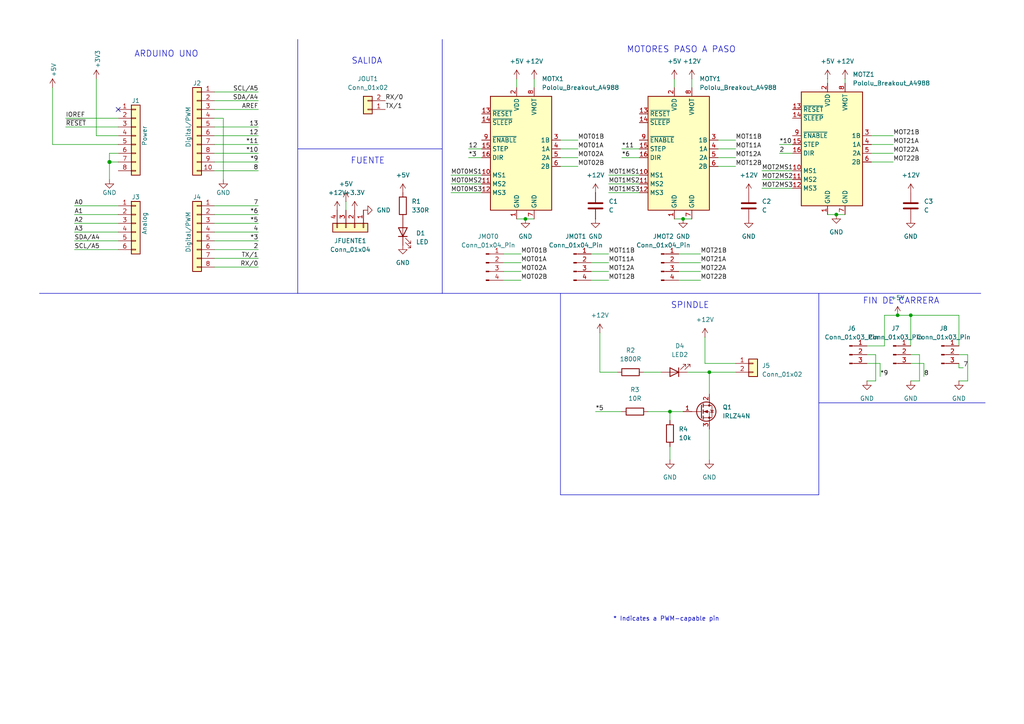
<source format=kicad_sch>
(kicad_sch
	(version 20231120)
	(generator "eeschema")
	(generator_version "8.0")
	(uuid "e63e39d7-6ac0-4ffd-8aa3-1841a4541b55")
	(paper "A4")
	(title_block
		(date "mar. 31 mars 2015")
	)
	(lib_symbols
		(symbol "+5V_1"
			(power)
			(pin_numbers hide)
			(pin_names
				(offset 0) hide)
			(exclude_from_sim no)
			(in_bom yes)
			(on_board yes)
			(property "Reference" "#PWR"
				(at 0 -3.81 0)
				(effects
					(font
						(size 1.27 1.27)
					)
					(hide yes)
				)
			)
			(property "Value" "+5V"
				(at 0 3.556 0)
				(effects
					(font
						(size 1.27 1.27)
					)
				)
			)
			(property "Footprint" ""
				(at 0 0 0)
				(effects
					(font
						(size 1.27 1.27)
					)
					(hide yes)
				)
			)
			(property "Datasheet" ""
				(at 0 0 0)
				(effects
					(font
						(size 1.27 1.27)
					)
					(hide yes)
				)
			)
			(property "Description" "Power symbol creates a global label with name \"+5V\""
				(at 0 0 0)
				(effects
					(font
						(size 1.27 1.27)
					)
					(hide yes)
				)
			)
			(property "ki_keywords" "global power"
				(at 0 0 0)
				(effects
					(font
						(size 1.27 1.27)
					)
					(hide yes)
				)
			)
			(symbol "+5V_1_0_1"
				(polyline
					(pts
						(xy -0.762 1.27) (xy 0 2.54)
					)
					(stroke
						(width 0)
						(type default)
					)
					(fill
						(type none)
					)
				)
				(polyline
					(pts
						(xy 0 0) (xy 0 2.54)
					)
					(stroke
						(width 0)
						(type default)
					)
					(fill
						(type none)
					)
				)
				(polyline
					(pts
						(xy 0 2.54) (xy 0.762 1.27)
					)
					(stroke
						(width 0)
						(type default)
					)
					(fill
						(type none)
					)
				)
			)
			(symbol "+5V_1_1_1"
				(pin power_in line
					(at 0 0 90)
					(length 0)
					(name "~"
						(effects
							(font
								(size 1.27 1.27)
							)
						)
					)
					(number "1"
						(effects
							(font
								(size 1.27 1.27)
							)
						)
					)
				)
			)
		)
		(symbol "+5V_2"
			(power)
			(pin_numbers hide)
			(pin_names
				(offset 0) hide)
			(exclude_from_sim no)
			(in_bom yes)
			(on_board yes)
			(property "Reference" "#PWR"
				(at 0 -3.81 0)
				(effects
					(font
						(size 1.27 1.27)
					)
					(hide yes)
				)
			)
			(property "Value" "+5V"
				(at 0 3.556 0)
				(effects
					(font
						(size 1.27 1.27)
					)
				)
			)
			(property "Footprint" ""
				(at 0 0 0)
				(effects
					(font
						(size 1.27 1.27)
					)
					(hide yes)
				)
			)
			(property "Datasheet" ""
				(at 0 0 0)
				(effects
					(font
						(size 1.27 1.27)
					)
					(hide yes)
				)
			)
			(property "Description" "Power symbol creates a global label with name \"+5V\""
				(at 0 0 0)
				(effects
					(font
						(size 1.27 1.27)
					)
					(hide yes)
				)
			)
			(property "ki_keywords" "global power"
				(at 0 0 0)
				(effects
					(font
						(size 1.27 1.27)
					)
					(hide yes)
				)
			)
			(symbol "+5V_2_0_1"
				(polyline
					(pts
						(xy -0.762 1.27) (xy 0 2.54)
					)
					(stroke
						(width 0)
						(type default)
					)
					(fill
						(type none)
					)
				)
				(polyline
					(pts
						(xy 0 0) (xy 0 2.54)
					)
					(stroke
						(width 0)
						(type default)
					)
					(fill
						(type none)
					)
				)
				(polyline
					(pts
						(xy 0 2.54) (xy 0.762 1.27)
					)
					(stroke
						(width 0)
						(type default)
					)
					(fill
						(type none)
					)
				)
			)
			(symbol "+5V_2_1_1"
				(pin power_in line
					(at 0 0 90)
					(length 0)
					(name "~"
						(effects
							(font
								(size 1.27 1.27)
							)
						)
					)
					(number "1"
						(effects
							(font
								(size 1.27 1.27)
							)
						)
					)
				)
			)
		)
		(symbol "+5V_3"
			(power)
			(pin_numbers hide)
			(pin_names
				(offset 0) hide)
			(exclude_from_sim no)
			(in_bom yes)
			(on_board yes)
			(property "Reference" "#PWR"
				(at 0 -3.81 0)
				(effects
					(font
						(size 1.27 1.27)
					)
					(hide yes)
				)
			)
			(property "Value" "+5V"
				(at 0 3.556 0)
				(effects
					(font
						(size 1.27 1.27)
					)
				)
			)
			(property "Footprint" ""
				(at 0 0 0)
				(effects
					(font
						(size 1.27 1.27)
					)
					(hide yes)
				)
			)
			(property "Datasheet" ""
				(at 0 0 0)
				(effects
					(font
						(size 1.27 1.27)
					)
					(hide yes)
				)
			)
			(property "Description" "Power symbol creates a global label with name \"+5V\""
				(at 0 0 0)
				(effects
					(font
						(size 1.27 1.27)
					)
					(hide yes)
				)
			)
			(property "ki_keywords" "global power"
				(at 0 0 0)
				(effects
					(font
						(size 1.27 1.27)
					)
					(hide yes)
				)
			)
			(symbol "+5V_3_0_1"
				(polyline
					(pts
						(xy -0.762 1.27) (xy 0 2.54)
					)
					(stroke
						(width 0)
						(type default)
					)
					(fill
						(type none)
					)
				)
				(polyline
					(pts
						(xy 0 0) (xy 0 2.54)
					)
					(stroke
						(width 0)
						(type default)
					)
					(fill
						(type none)
					)
				)
				(polyline
					(pts
						(xy 0 2.54) (xy 0.762 1.27)
					)
					(stroke
						(width 0)
						(type default)
					)
					(fill
						(type none)
					)
				)
			)
			(symbol "+5V_3_1_1"
				(pin power_in line
					(at 0 0 90)
					(length 0)
					(name "~"
						(effects
							(font
								(size 1.27 1.27)
							)
						)
					)
					(number "1"
						(effects
							(font
								(size 1.27 1.27)
							)
						)
					)
				)
			)
		)
		(symbol "+5V_5"
			(power)
			(pin_numbers hide)
			(pin_names
				(offset 0) hide)
			(exclude_from_sim no)
			(in_bom yes)
			(on_board yes)
			(property "Reference" "#PWR"
				(at 0 -3.81 0)
				(effects
					(font
						(size 1.27 1.27)
					)
					(hide yes)
				)
			)
			(property "Value" "+5V"
				(at 0 3.556 0)
				(effects
					(font
						(size 1.27 1.27)
					)
				)
			)
			(property "Footprint" ""
				(at 0 0 0)
				(effects
					(font
						(size 1.27 1.27)
					)
					(hide yes)
				)
			)
			(property "Datasheet" ""
				(at 0 0 0)
				(effects
					(font
						(size 1.27 1.27)
					)
					(hide yes)
				)
			)
			(property "Description" "Power symbol creates a global label with name \"+5V\""
				(at 0 0 0)
				(effects
					(font
						(size 1.27 1.27)
					)
					(hide yes)
				)
			)
			(property "ki_keywords" "global power"
				(at 0 0 0)
				(effects
					(font
						(size 1.27 1.27)
					)
					(hide yes)
				)
			)
			(symbol "+5V_5_0_1"
				(polyline
					(pts
						(xy -0.762 1.27) (xy 0 2.54)
					)
					(stroke
						(width 0)
						(type default)
					)
					(fill
						(type none)
					)
				)
				(polyline
					(pts
						(xy 0 0) (xy 0 2.54)
					)
					(stroke
						(width 0)
						(type default)
					)
					(fill
						(type none)
					)
				)
				(polyline
					(pts
						(xy 0 2.54) (xy 0.762 1.27)
					)
					(stroke
						(width 0)
						(type default)
					)
					(fill
						(type none)
					)
				)
			)
			(symbol "+5V_5_1_1"
				(pin power_in line
					(at 0 0 90)
					(length 0)
					(name "~"
						(effects
							(font
								(size 1.27 1.27)
							)
						)
					)
					(number "1"
						(effects
							(font
								(size 1.27 1.27)
							)
						)
					)
				)
			)
		)
		(symbol "Connector:Conn_01x03_Pin"
			(pin_names
				(offset 1.016) hide)
			(exclude_from_sim no)
			(in_bom yes)
			(on_board yes)
			(property "Reference" "J"
				(at 0 5.08 0)
				(effects
					(font
						(size 1.27 1.27)
					)
				)
			)
			(property "Value" "Conn_01x03_Pin"
				(at 0 -5.08 0)
				(effects
					(font
						(size 1.27 1.27)
					)
				)
			)
			(property "Footprint" ""
				(at 0 0 0)
				(effects
					(font
						(size 1.27 1.27)
					)
					(hide yes)
				)
			)
			(property "Datasheet" "~"
				(at 0 0 0)
				(effects
					(font
						(size 1.27 1.27)
					)
					(hide yes)
				)
			)
			(property "Description" "Generic connector, single row, 01x03, script generated"
				(at 0 0 0)
				(effects
					(font
						(size 1.27 1.27)
					)
					(hide yes)
				)
			)
			(property "ki_locked" ""
				(at 0 0 0)
				(effects
					(font
						(size 1.27 1.27)
					)
				)
			)
			(property "ki_keywords" "connector"
				(at 0 0 0)
				(effects
					(font
						(size 1.27 1.27)
					)
					(hide yes)
				)
			)
			(property "ki_fp_filters" "Connector*:*_1x??_*"
				(at 0 0 0)
				(effects
					(font
						(size 1.27 1.27)
					)
					(hide yes)
				)
			)
			(symbol "Conn_01x03_Pin_1_1"
				(polyline
					(pts
						(xy 1.27 -2.54) (xy 0.8636 -2.54)
					)
					(stroke
						(width 0.1524)
						(type default)
					)
					(fill
						(type none)
					)
				)
				(polyline
					(pts
						(xy 1.27 0) (xy 0.8636 0)
					)
					(stroke
						(width 0.1524)
						(type default)
					)
					(fill
						(type none)
					)
				)
				(polyline
					(pts
						(xy 1.27 2.54) (xy 0.8636 2.54)
					)
					(stroke
						(width 0.1524)
						(type default)
					)
					(fill
						(type none)
					)
				)
				(rectangle
					(start 0.8636 -2.413)
					(end 0 -2.667)
					(stroke
						(width 0.1524)
						(type default)
					)
					(fill
						(type outline)
					)
				)
				(rectangle
					(start 0.8636 0.127)
					(end 0 -0.127)
					(stroke
						(width 0.1524)
						(type default)
					)
					(fill
						(type outline)
					)
				)
				(rectangle
					(start 0.8636 2.667)
					(end 0 2.413)
					(stroke
						(width 0.1524)
						(type default)
					)
					(fill
						(type outline)
					)
				)
				(pin passive line
					(at 5.08 2.54 180)
					(length 3.81)
					(name "Pin_1"
						(effects
							(font
								(size 1.27 1.27)
							)
						)
					)
					(number "1"
						(effects
							(font
								(size 1.27 1.27)
							)
						)
					)
				)
				(pin passive line
					(at 5.08 0 180)
					(length 3.81)
					(name "Pin_2"
						(effects
							(font
								(size 1.27 1.27)
							)
						)
					)
					(number "2"
						(effects
							(font
								(size 1.27 1.27)
							)
						)
					)
				)
				(pin passive line
					(at 5.08 -2.54 180)
					(length 3.81)
					(name "Pin_3"
						(effects
							(font
								(size 1.27 1.27)
							)
						)
					)
					(number "3"
						(effects
							(font
								(size 1.27 1.27)
							)
						)
					)
				)
			)
		)
		(symbol "Connector:Conn_01x04_Pin"
			(pin_names
				(offset 1.016) hide)
			(exclude_from_sim no)
			(in_bom yes)
			(on_board yes)
			(property "Reference" "J"
				(at 0 5.08 0)
				(effects
					(font
						(size 1.27 1.27)
					)
				)
			)
			(property "Value" "Conn_01x04_Pin"
				(at 0 -7.62 0)
				(effects
					(font
						(size 1.27 1.27)
					)
				)
			)
			(property "Footprint" ""
				(at 0 0 0)
				(effects
					(font
						(size 1.27 1.27)
					)
					(hide yes)
				)
			)
			(property "Datasheet" "~"
				(at 0 0 0)
				(effects
					(font
						(size 1.27 1.27)
					)
					(hide yes)
				)
			)
			(property "Description" "Generic connector, single row, 01x04, script generated"
				(at 0 0 0)
				(effects
					(font
						(size 1.27 1.27)
					)
					(hide yes)
				)
			)
			(property "ki_locked" ""
				(at 0 0 0)
				(effects
					(font
						(size 1.27 1.27)
					)
				)
			)
			(property "ki_keywords" "connector"
				(at 0 0 0)
				(effects
					(font
						(size 1.27 1.27)
					)
					(hide yes)
				)
			)
			(property "ki_fp_filters" "Connector*:*_1x??_*"
				(at 0 0 0)
				(effects
					(font
						(size 1.27 1.27)
					)
					(hide yes)
				)
			)
			(symbol "Conn_01x04_Pin_1_1"
				(polyline
					(pts
						(xy 1.27 -5.08) (xy 0.8636 -5.08)
					)
					(stroke
						(width 0.1524)
						(type default)
					)
					(fill
						(type none)
					)
				)
				(polyline
					(pts
						(xy 1.27 -2.54) (xy 0.8636 -2.54)
					)
					(stroke
						(width 0.1524)
						(type default)
					)
					(fill
						(type none)
					)
				)
				(polyline
					(pts
						(xy 1.27 0) (xy 0.8636 0)
					)
					(stroke
						(width 0.1524)
						(type default)
					)
					(fill
						(type none)
					)
				)
				(polyline
					(pts
						(xy 1.27 2.54) (xy 0.8636 2.54)
					)
					(stroke
						(width 0.1524)
						(type default)
					)
					(fill
						(type none)
					)
				)
				(rectangle
					(start 0.8636 -4.953)
					(end 0 -5.207)
					(stroke
						(width 0.1524)
						(type default)
					)
					(fill
						(type outline)
					)
				)
				(rectangle
					(start 0.8636 -2.413)
					(end 0 -2.667)
					(stroke
						(width 0.1524)
						(type default)
					)
					(fill
						(type outline)
					)
				)
				(rectangle
					(start 0.8636 0.127)
					(end 0 -0.127)
					(stroke
						(width 0.1524)
						(type default)
					)
					(fill
						(type outline)
					)
				)
				(rectangle
					(start 0.8636 2.667)
					(end 0 2.413)
					(stroke
						(width 0.1524)
						(type default)
					)
					(fill
						(type outline)
					)
				)
				(pin passive line
					(at 5.08 2.54 180)
					(length 3.81)
					(name "Pin_1"
						(effects
							(font
								(size 1.27 1.27)
							)
						)
					)
					(number "1"
						(effects
							(font
								(size 1.27 1.27)
							)
						)
					)
				)
				(pin passive line
					(at 5.08 0 180)
					(length 3.81)
					(name "Pin_2"
						(effects
							(font
								(size 1.27 1.27)
							)
						)
					)
					(number "2"
						(effects
							(font
								(size 1.27 1.27)
							)
						)
					)
				)
				(pin passive line
					(at 5.08 -2.54 180)
					(length 3.81)
					(name "Pin_3"
						(effects
							(font
								(size 1.27 1.27)
							)
						)
					)
					(number "3"
						(effects
							(font
								(size 1.27 1.27)
							)
						)
					)
				)
				(pin passive line
					(at 5.08 -5.08 180)
					(length 3.81)
					(name "Pin_4"
						(effects
							(font
								(size 1.27 1.27)
							)
						)
					)
					(number "4"
						(effects
							(font
								(size 1.27 1.27)
							)
						)
					)
				)
			)
		)
		(symbol "Connector_Generic:Conn_01x02"
			(pin_names
				(offset 1.016) hide)
			(exclude_from_sim no)
			(in_bom yes)
			(on_board yes)
			(property "Reference" "J"
				(at 0 2.54 0)
				(effects
					(font
						(size 1.27 1.27)
					)
				)
			)
			(property "Value" "Conn_01x02"
				(at 0 -5.08 0)
				(effects
					(font
						(size 1.27 1.27)
					)
				)
			)
			(property "Footprint" ""
				(at 0 0 0)
				(effects
					(font
						(size 1.27 1.27)
					)
					(hide yes)
				)
			)
			(property "Datasheet" "~"
				(at 0 0 0)
				(effects
					(font
						(size 1.27 1.27)
					)
					(hide yes)
				)
			)
			(property "Description" "Generic connector, single row, 01x02, script generated (kicad-library-utils/schlib/autogen/connector/)"
				(at 0 0 0)
				(effects
					(font
						(size 1.27 1.27)
					)
					(hide yes)
				)
			)
			(property "ki_keywords" "connector"
				(at 0 0 0)
				(effects
					(font
						(size 1.27 1.27)
					)
					(hide yes)
				)
			)
			(property "ki_fp_filters" "Connector*:*_1x??_*"
				(at 0 0 0)
				(effects
					(font
						(size 1.27 1.27)
					)
					(hide yes)
				)
			)
			(symbol "Conn_01x02_1_1"
				(rectangle
					(start -1.27 -2.413)
					(end 0 -2.667)
					(stroke
						(width 0.1524)
						(type default)
					)
					(fill
						(type none)
					)
				)
				(rectangle
					(start -1.27 0.127)
					(end 0 -0.127)
					(stroke
						(width 0.1524)
						(type default)
					)
					(fill
						(type none)
					)
				)
				(rectangle
					(start -1.27 1.27)
					(end 1.27 -3.81)
					(stroke
						(width 0.254)
						(type default)
					)
					(fill
						(type background)
					)
				)
				(pin passive line
					(at -5.08 0 0)
					(length 3.81)
					(name "Pin_1"
						(effects
							(font
								(size 1.27 1.27)
							)
						)
					)
					(number "1"
						(effects
							(font
								(size 1.27 1.27)
							)
						)
					)
				)
				(pin passive line
					(at -5.08 -2.54 0)
					(length 3.81)
					(name "Pin_2"
						(effects
							(font
								(size 1.27 1.27)
							)
						)
					)
					(number "2"
						(effects
							(font
								(size 1.27 1.27)
							)
						)
					)
				)
			)
		)
		(symbol "Connector_Generic:Conn_01x04"
			(pin_names
				(offset 1.016) hide)
			(exclude_from_sim no)
			(in_bom yes)
			(on_board yes)
			(property "Reference" "J"
				(at 0 5.08 0)
				(effects
					(font
						(size 1.27 1.27)
					)
				)
			)
			(property "Value" "Conn_01x04"
				(at 0 -7.62 0)
				(effects
					(font
						(size 1.27 1.27)
					)
				)
			)
			(property "Footprint" ""
				(at 0 0 0)
				(effects
					(font
						(size 1.27 1.27)
					)
					(hide yes)
				)
			)
			(property "Datasheet" "~"
				(at 0 0 0)
				(effects
					(font
						(size 1.27 1.27)
					)
					(hide yes)
				)
			)
			(property "Description" "Generic connector, single row, 01x04, script generated (kicad-library-utils/schlib/autogen/connector/)"
				(at 0 0 0)
				(effects
					(font
						(size 1.27 1.27)
					)
					(hide yes)
				)
			)
			(property "ki_keywords" "connector"
				(at 0 0 0)
				(effects
					(font
						(size 1.27 1.27)
					)
					(hide yes)
				)
			)
			(property "ki_fp_filters" "Connector*:*_1x??_*"
				(at 0 0 0)
				(effects
					(font
						(size 1.27 1.27)
					)
					(hide yes)
				)
			)
			(symbol "Conn_01x04_1_1"
				(rectangle
					(start -1.27 -4.953)
					(end 0 -5.207)
					(stroke
						(width 0.1524)
						(type default)
					)
					(fill
						(type none)
					)
				)
				(rectangle
					(start -1.27 -2.413)
					(end 0 -2.667)
					(stroke
						(width 0.1524)
						(type default)
					)
					(fill
						(type none)
					)
				)
				(rectangle
					(start -1.27 0.127)
					(end 0 -0.127)
					(stroke
						(width 0.1524)
						(type default)
					)
					(fill
						(type none)
					)
				)
				(rectangle
					(start -1.27 2.667)
					(end 0 2.413)
					(stroke
						(width 0.1524)
						(type default)
					)
					(fill
						(type none)
					)
				)
				(rectangle
					(start -1.27 3.81)
					(end 1.27 -6.35)
					(stroke
						(width 0.254)
						(type default)
					)
					(fill
						(type background)
					)
				)
				(pin passive line
					(at -5.08 2.54 0)
					(length 3.81)
					(name "Pin_1"
						(effects
							(font
								(size 1.27 1.27)
							)
						)
					)
					(number "1"
						(effects
							(font
								(size 1.27 1.27)
							)
						)
					)
				)
				(pin passive line
					(at -5.08 0 0)
					(length 3.81)
					(name "Pin_2"
						(effects
							(font
								(size 1.27 1.27)
							)
						)
					)
					(number "2"
						(effects
							(font
								(size 1.27 1.27)
							)
						)
					)
				)
				(pin passive line
					(at -5.08 -2.54 0)
					(length 3.81)
					(name "Pin_3"
						(effects
							(font
								(size 1.27 1.27)
							)
						)
					)
					(number "3"
						(effects
							(font
								(size 1.27 1.27)
							)
						)
					)
				)
				(pin passive line
					(at -5.08 -5.08 0)
					(length 3.81)
					(name "Pin_4"
						(effects
							(font
								(size 1.27 1.27)
							)
						)
					)
					(number "4"
						(effects
							(font
								(size 1.27 1.27)
							)
						)
					)
				)
			)
		)
		(symbol "Connector_Generic:Conn_01x06"
			(pin_names
				(offset 1.016) hide)
			(exclude_from_sim no)
			(in_bom yes)
			(on_board yes)
			(property "Reference" "J"
				(at 0 7.62 0)
				(effects
					(font
						(size 1.27 1.27)
					)
				)
			)
			(property "Value" "Conn_01x06"
				(at 0 -10.16 0)
				(effects
					(font
						(size 1.27 1.27)
					)
				)
			)
			(property "Footprint" ""
				(at 0 0 0)
				(effects
					(font
						(size 1.27 1.27)
					)
					(hide yes)
				)
			)
			(property "Datasheet" "~"
				(at 0 0 0)
				(effects
					(font
						(size 1.27 1.27)
					)
					(hide yes)
				)
			)
			(property "Description" "Generic connector, single row, 01x06, script generated (kicad-library-utils/schlib/autogen/connector/)"
				(at 0 0 0)
				(effects
					(font
						(size 1.27 1.27)
					)
					(hide yes)
				)
			)
			(property "ki_keywords" "connector"
				(at 0 0 0)
				(effects
					(font
						(size 1.27 1.27)
					)
					(hide yes)
				)
			)
			(property "ki_fp_filters" "Connector*:*_1x??_*"
				(at 0 0 0)
				(effects
					(font
						(size 1.27 1.27)
					)
					(hide yes)
				)
			)
			(symbol "Conn_01x06_1_1"
				(rectangle
					(start -1.27 -7.493)
					(end 0 -7.747)
					(stroke
						(width 0.1524)
						(type default)
					)
					(fill
						(type none)
					)
				)
				(rectangle
					(start -1.27 -4.953)
					(end 0 -5.207)
					(stroke
						(width 0.1524)
						(type default)
					)
					(fill
						(type none)
					)
				)
				(rectangle
					(start -1.27 -2.413)
					(end 0 -2.667)
					(stroke
						(width 0.1524)
						(type default)
					)
					(fill
						(type none)
					)
				)
				(rectangle
					(start -1.27 0.127)
					(end 0 -0.127)
					(stroke
						(width 0.1524)
						(type default)
					)
					(fill
						(type none)
					)
				)
				(rectangle
					(start -1.27 2.667)
					(end 0 2.413)
					(stroke
						(width 0.1524)
						(type default)
					)
					(fill
						(type none)
					)
				)
				(rectangle
					(start -1.27 5.207)
					(end 0 4.953)
					(stroke
						(width 0.1524)
						(type default)
					)
					(fill
						(type none)
					)
				)
				(rectangle
					(start -1.27 6.35)
					(end 1.27 -8.89)
					(stroke
						(width 0.254)
						(type default)
					)
					(fill
						(type background)
					)
				)
				(pin passive line
					(at -5.08 5.08 0)
					(length 3.81)
					(name "Pin_1"
						(effects
							(font
								(size 1.27 1.27)
							)
						)
					)
					(number "1"
						(effects
							(font
								(size 1.27 1.27)
							)
						)
					)
				)
				(pin passive line
					(at -5.08 2.54 0)
					(length 3.81)
					(name "Pin_2"
						(effects
							(font
								(size 1.27 1.27)
							)
						)
					)
					(number "2"
						(effects
							(font
								(size 1.27 1.27)
							)
						)
					)
				)
				(pin passive line
					(at -5.08 0 0)
					(length 3.81)
					(name "Pin_3"
						(effects
							(font
								(size 1.27 1.27)
							)
						)
					)
					(number "3"
						(effects
							(font
								(size 1.27 1.27)
							)
						)
					)
				)
				(pin passive line
					(at -5.08 -2.54 0)
					(length 3.81)
					(name "Pin_4"
						(effects
							(font
								(size 1.27 1.27)
							)
						)
					)
					(number "4"
						(effects
							(font
								(size 1.27 1.27)
							)
						)
					)
				)
				(pin passive line
					(at -5.08 -5.08 0)
					(length 3.81)
					(name "Pin_5"
						(effects
							(font
								(size 1.27 1.27)
							)
						)
					)
					(number "5"
						(effects
							(font
								(size 1.27 1.27)
							)
						)
					)
				)
				(pin passive line
					(at -5.08 -7.62 0)
					(length 3.81)
					(name "Pin_6"
						(effects
							(font
								(size 1.27 1.27)
							)
						)
					)
					(number "6"
						(effects
							(font
								(size 1.27 1.27)
							)
						)
					)
				)
			)
		)
		(symbol "Connector_Generic:Conn_01x08"
			(pin_names
				(offset 1.016) hide)
			(exclude_from_sim no)
			(in_bom yes)
			(on_board yes)
			(property "Reference" "J"
				(at 0 10.16 0)
				(effects
					(font
						(size 1.27 1.27)
					)
				)
			)
			(property "Value" "Conn_01x08"
				(at 0 -12.7 0)
				(effects
					(font
						(size 1.27 1.27)
					)
				)
			)
			(property "Footprint" ""
				(at 0 0 0)
				(effects
					(font
						(size 1.27 1.27)
					)
					(hide yes)
				)
			)
			(property "Datasheet" "~"
				(at 0 0 0)
				(effects
					(font
						(size 1.27 1.27)
					)
					(hide yes)
				)
			)
			(property "Description" "Generic connector, single row, 01x08, script generated (kicad-library-utils/schlib/autogen/connector/)"
				(at 0 0 0)
				(effects
					(font
						(size 1.27 1.27)
					)
					(hide yes)
				)
			)
			(property "ki_keywords" "connector"
				(at 0 0 0)
				(effects
					(font
						(size 1.27 1.27)
					)
					(hide yes)
				)
			)
			(property "ki_fp_filters" "Connector*:*_1x??_*"
				(at 0 0 0)
				(effects
					(font
						(size 1.27 1.27)
					)
					(hide yes)
				)
			)
			(symbol "Conn_01x08_1_1"
				(rectangle
					(start -1.27 -10.033)
					(end 0 -10.287)
					(stroke
						(width 0.1524)
						(type default)
					)
					(fill
						(type none)
					)
				)
				(rectangle
					(start -1.27 -7.493)
					(end 0 -7.747)
					(stroke
						(width 0.1524)
						(type default)
					)
					(fill
						(type none)
					)
				)
				(rectangle
					(start -1.27 -4.953)
					(end 0 -5.207)
					(stroke
						(width 0.1524)
						(type default)
					)
					(fill
						(type none)
					)
				)
				(rectangle
					(start -1.27 -2.413)
					(end 0 -2.667)
					(stroke
						(width 0.1524)
						(type default)
					)
					(fill
						(type none)
					)
				)
				(rectangle
					(start -1.27 0.127)
					(end 0 -0.127)
					(stroke
						(width 0.1524)
						(type default)
					)
					(fill
						(type none)
					)
				)
				(rectangle
					(start -1.27 2.667)
					(end 0 2.413)
					(stroke
						(width 0.1524)
						(type default)
					)
					(fill
						(type none)
					)
				)
				(rectangle
					(start -1.27 5.207)
					(end 0 4.953)
					(stroke
						(width 0.1524)
						(type default)
					)
					(fill
						(type none)
					)
				)
				(rectangle
					(start -1.27 7.747)
					(end 0 7.493)
					(stroke
						(width 0.1524)
						(type default)
					)
					(fill
						(type none)
					)
				)
				(rectangle
					(start -1.27 8.89)
					(end 1.27 -11.43)
					(stroke
						(width 0.254)
						(type default)
					)
					(fill
						(type background)
					)
				)
				(pin passive line
					(at -5.08 7.62 0)
					(length 3.81)
					(name "Pin_1"
						(effects
							(font
								(size 1.27 1.27)
							)
						)
					)
					(number "1"
						(effects
							(font
								(size 1.27 1.27)
							)
						)
					)
				)
				(pin passive line
					(at -5.08 5.08 0)
					(length 3.81)
					(name "Pin_2"
						(effects
							(font
								(size 1.27 1.27)
							)
						)
					)
					(number "2"
						(effects
							(font
								(size 1.27 1.27)
							)
						)
					)
				)
				(pin passive line
					(at -5.08 2.54 0)
					(length 3.81)
					(name "Pin_3"
						(effects
							(font
								(size 1.27 1.27)
							)
						)
					)
					(number "3"
						(effects
							(font
								(size 1.27 1.27)
							)
						)
					)
				)
				(pin passive line
					(at -5.08 0 0)
					(length 3.81)
					(name "Pin_4"
						(effects
							(font
								(size 1.27 1.27)
							)
						)
					)
					(number "4"
						(effects
							(font
								(size 1.27 1.27)
							)
						)
					)
				)
				(pin passive line
					(at -5.08 -2.54 0)
					(length 3.81)
					(name "Pin_5"
						(effects
							(font
								(size 1.27 1.27)
							)
						)
					)
					(number "5"
						(effects
							(font
								(size 1.27 1.27)
							)
						)
					)
				)
				(pin passive line
					(at -5.08 -5.08 0)
					(length 3.81)
					(name "Pin_6"
						(effects
							(font
								(size 1.27 1.27)
							)
						)
					)
					(number "6"
						(effects
							(font
								(size 1.27 1.27)
							)
						)
					)
				)
				(pin passive line
					(at -5.08 -7.62 0)
					(length 3.81)
					(name "Pin_7"
						(effects
							(font
								(size 1.27 1.27)
							)
						)
					)
					(number "7"
						(effects
							(font
								(size 1.27 1.27)
							)
						)
					)
				)
				(pin passive line
					(at -5.08 -10.16 0)
					(length 3.81)
					(name "Pin_8"
						(effects
							(font
								(size 1.27 1.27)
							)
						)
					)
					(number "8"
						(effects
							(font
								(size 1.27 1.27)
							)
						)
					)
				)
			)
		)
		(symbol "Connector_Generic:Conn_01x10"
			(pin_names
				(offset 1.016) hide)
			(exclude_from_sim no)
			(in_bom yes)
			(on_board yes)
			(property "Reference" "J"
				(at 0 12.7 0)
				(effects
					(font
						(size 1.27 1.27)
					)
				)
			)
			(property "Value" "Conn_01x10"
				(at 0 -15.24 0)
				(effects
					(font
						(size 1.27 1.27)
					)
				)
			)
			(property "Footprint" ""
				(at 0 0 0)
				(effects
					(font
						(size 1.27 1.27)
					)
					(hide yes)
				)
			)
			(property "Datasheet" "~"
				(at 0 0 0)
				(effects
					(font
						(size 1.27 1.27)
					)
					(hide yes)
				)
			)
			(property "Description" "Generic connector, single row, 01x10, script generated (kicad-library-utils/schlib/autogen/connector/)"
				(at 0 0 0)
				(effects
					(font
						(size 1.27 1.27)
					)
					(hide yes)
				)
			)
			(property "ki_keywords" "connector"
				(at 0 0 0)
				(effects
					(font
						(size 1.27 1.27)
					)
					(hide yes)
				)
			)
			(property "ki_fp_filters" "Connector*:*_1x??_*"
				(at 0 0 0)
				(effects
					(font
						(size 1.27 1.27)
					)
					(hide yes)
				)
			)
			(symbol "Conn_01x10_1_1"
				(rectangle
					(start -1.27 -12.573)
					(end 0 -12.827)
					(stroke
						(width 0.1524)
						(type default)
					)
					(fill
						(type none)
					)
				)
				(rectangle
					(start -1.27 -10.033)
					(end 0 -10.287)
					(stroke
						(width 0.1524)
						(type default)
					)
					(fill
						(type none)
					)
				)
				(rectangle
					(start -1.27 -7.493)
					(end 0 -7.747)
					(stroke
						(width 0.1524)
						(type default)
					)
					(fill
						(type none)
					)
				)
				(rectangle
					(start -1.27 -4.953)
					(end 0 -5.207)
					(stroke
						(width 0.1524)
						(type default)
					)
					(fill
						(type none)
					)
				)
				(rectangle
					(start -1.27 -2.413)
					(end 0 -2.667)
					(stroke
						(width 0.1524)
						(type default)
					)
					(fill
						(type none)
					)
				)
				(rectangle
					(start -1.27 0.127)
					(end 0 -0.127)
					(stroke
						(width 0.1524)
						(type default)
					)
					(fill
						(type none)
					)
				)
				(rectangle
					(start -1.27 2.667)
					(end 0 2.413)
					(stroke
						(width 0.1524)
						(type default)
					)
					(fill
						(type none)
					)
				)
				(rectangle
					(start -1.27 5.207)
					(end 0 4.953)
					(stroke
						(width 0.1524)
						(type default)
					)
					(fill
						(type none)
					)
				)
				(rectangle
					(start -1.27 7.747)
					(end 0 7.493)
					(stroke
						(width 0.1524)
						(type default)
					)
					(fill
						(type none)
					)
				)
				(rectangle
					(start -1.27 10.287)
					(end 0 10.033)
					(stroke
						(width 0.1524)
						(type default)
					)
					(fill
						(type none)
					)
				)
				(rectangle
					(start -1.27 11.43)
					(end 1.27 -13.97)
					(stroke
						(width 0.254)
						(type default)
					)
					(fill
						(type background)
					)
				)
				(pin passive line
					(at -5.08 10.16 0)
					(length 3.81)
					(name "Pin_1"
						(effects
							(font
								(size 1.27 1.27)
							)
						)
					)
					(number "1"
						(effects
							(font
								(size 1.27 1.27)
							)
						)
					)
				)
				(pin passive line
					(at -5.08 -12.7 0)
					(length 3.81)
					(name "Pin_10"
						(effects
							(font
								(size 1.27 1.27)
							)
						)
					)
					(number "10"
						(effects
							(font
								(size 1.27 1.27)
							)
						)
					)
				)
				(pin passive line
					(at -5.08 7.62 0)
					(length 3.81)
					(name "Pin_2"
						(effects
							(font
								(size 1.27 1.27)
							)
						)
					)
					(number "2"
						(effects
							(font
								(size 1.27 1.27)
							)
						)
					)
				)
				(pin passive line
					(at -5.08 5.08 0)
					(length 3.81)
					(name "Pin_3"
						(effects
							(font
								(size 1.27 1.27)
							)
						)
					)
					(number "3"
						(effects
							(font
								(size 1.27 1.27)
							)
						)
					)
				)
				(pin passive line
					(at -5.08 2.54 0)
					(length 3.81)
					(name "Pin_4"
						(effects
							(font
								(size 1.27 1.27)
							)
						)
					)
					(number "4"
						(effects
							(font
								(size 1.27 1.27)
							)
						)
					)
				)
				(pin passive line
					(at -5.08 0 0)
					(length 3.81)
					(name "Pin_5"
						(effects
							(font
								(size 1.27 1.27)
							)
						)
					)
					(number "5"
						(effects
							(font
								(size 1.27 1.27)
							)
						)
					)
				)
				(pin passive line
					(at -5.08 -2.54 0)
					(length 3.81)
					(name "Pin_6"
						(effects
							(font
								(size 1.27 1.27)
							)
						)
					)
					(number "6"
						(effects
							(font
								(size 1.27 1.27)
							)
						)
					)
				)
				(pin passive line
					(at -5.08 -5.08 0)
					(length 3.81)
					(name "Pin_7"
						(effects
							(font
								(size 1.27 1.27)
							)
						)
					)
					(number "7"
						(effects
							(font
								(size 1.27 1.27)
							)
						)
					)
				)
				(pin passive line
					(at -5.08 -7.62 0)
					(length 3.81)
					(name "Pin_8"
						(effects
							(font
								(size 1.27 1.27)
							)
						)
					)
					(number "8"
						(effects
							(font
								(size 1.27 1.27)
							)
						)
					)
				)
				(pin passive line
					(at -5.08 -10.16 0)
					(length 3.81)
					(name "Pin_9"
						(effects
							(font
								(size 1.27 1.27)
							)
						)
					)
					(number "9"
						(effects
							(font
								(size 1.27 1.27)
							)
						)
					)
				)
			)
		)
		(symbol "Device:C"
			(pin_numbers hide)
			(pin_names
				(offset 0.254)
			)
			(exclude_from_sim no)
			(in_bom yes)
			(on_board yes)
			(property "Reference" "C"
				(at 0.635 2.54 0)
				(effects
					(font
						(size 1.27 1.27)
					)
					(justify left)
				)
			)
			(property "Value" "C"
				(at 0.635 -2.54 0)
				(effects
					(font
						(size 1.27 1.27)
					)
					(justify left)
				)
			)
			(property "Footprint" ""
				(at 0.9652 -3.81 0)
				(effects
					(font
						(size 1.27 1.27)
					)
					(hide yes)
				)
			)
			(property "Datasheet" "~"
				(at 0 0 0)
				(effects
					(font
						(size 1.27 1.27)
					)
					(hide yes)
				)
			)
			(property "Description" "Unpolarized capacitor"
				(at 0 0 0)
				(effects
					(font
						(size 1.27 1.27)
					)
					(hide yes)
				)
			)
			(property "ki_keywords" "cap capacitor"
				(at 0 0 0)
				(effects
					(font
						(size 1.27 1.27)
					)
					(hide yes)
				)
			)
			(property "ki_fp_filters" "C_*"
				(at 0 0 0)
				(effects
					(font
						(size 1.27 1.27)
					)
					(hide yes)
				)
			)
			(symbol "C_0_1"
				(polyline
					(pts
						(xy -2.032 -0.762) (xy 2.032 -0.762)
					)
					(stroke
						(width 0.508)
						(type default)
					)
					(fill
						(type none)
					)
				)
				(polyline
					(pts
						(xy -2.032 0.762) (xy 2.032 0.762)
					)
					(stroke
						(width 0.508)
						(type default)
					)
					(fill
						(type none)
					)
				)
			)
			(symbol "C_1_1"
				(pin passive line
					(at 0 3.81 270)
					(length 2.794)
					(name "~"
						(effects
							(font
								(size 1.27 1.27)
							)
						)
					)
					(number "1"
						(effects
							(font
								(size 1.27 1.27)
							)
						)
					)
				)
				(pin passive line
					(at 0 -3.81 90)
					(length 2.794)
					(name "~"
						(effects
							(font
								(size 1.27 1.27)
							)
						)
					)
					(number "2"
						(effects
							(font
								(size 1.27 1.27)
							)
						)
					)
				)
			)
		)
		(symbol "Device:LED"
			(pin_numbers hide)
			(pin_names
				(offset 1.016) hide)
			(exclude_from_sim no)
			(in_bom yes)
			(on_board yes)
			(property "Reference" "D"
				(at 0 2.54 0)
				(effects
					(font
						(size 1.27 1.27)
					)
				)
			)
			(property "Value" "LED"
				(at 0 -2.54 0)
				(effects
					(font
						(size 1.27 1.27)
					)
				)
			)
			(property "Footprint" ""
				(at 0 0 0)
				(effects
					(font
						(size 1.27 1.27)
					)
					(hide yes)
				)
			)
			(property "Datasheet" "~"
				(at 0 0 0)
				(effects
					(font
						(size 1.27 1.27)
					)
					(hide yes)
				)
			)
			(property "Description" "Light emitting diode"
				(at 0 0 0)
				(effects
					(font
						(size 1.27 1.27)
					)
					(hide yes)
				)
			)
			(property "ki_keywords" "LED diode"
				(at 0 0 0)
				(effects
					(font
						(size 1.27 1.27)
					)
					(hide yes)
				)
			)
			(property "ki_fp_filters" "LED* LED_SMD:* LED_THT:*"
				(at 0 0 0)
				(effects
					(font
						(size 1.27 1.27)
					)
					(hide yes)
				)
			)
			(symbol "LED_0_1"
				(polyline
					(pts
						(xy -1.27 -1.27) (xy -1.27 1.27)
					)
					(stroke
						(width 0.254)
						(type default)
					)
					(fill
						(type none)
					)
				)
				(polyline
					(pts
						(xy -1.27 0) (xy 1.27 0)
					)
					(stroke
						(width 0)
						(type default)
					)
					(fill
						(type none)
					)
				)
				(polyline
					(pts
						(xy 1.27 -1.27) (xy 1.27 1.27) (xy -1.27 0) (xy 1.27 -1.27)
					)
					(stroke
						(width 0.254)
						(type default)
					)
					(fill
						(type none)
					)
				)
				(polyline
					(pts
						(xy -3.048 -0.762) (xy -4.572 -2.286) (xy -3.81 -2.286) (xy -4.572 -2.286) (xy -4.572 -1.524)
					)
					(stroke
						(width 0)
						(type default)
					)
					(fill
						(type none)
					)
				)
				(polyline
					(pts
						(xy -1.778 -0.762) (xy -3.302 -2.286) (xy -2.54 -2.286) (xy -3.302 -2.286) (xy -3.302 -1.524)
					)
					(stroke
						(width 0)
						(type default)
					)
					(fill
						(type none)
					)
				)
			)
			(symbol "LED_1_1"
				(pin passive line
					(at -3.81 0 0)
					(length 2.54)
					(name "K"
						(effects
							(font
								(size 1.27 1.27)
							)
						)
					)
					(number "1"
						(effects
							(font
								(size 1.27 1.27)
							)
						)
					)
				)
				(pin passive line
					(at 3.81 0 180)
					(length 2.54)
					(name "A"
						(effects
							(font
								(size 1.27 1.27)
							)
						)
					)
					(number "2"
						(effects
							(font
								(size 1.27 1.27)
							)
						)
					)
				)
			)
		)
		(symbol "Device:R"
			(pin_numbers hide)
			(pin_names
				(offset 0)
			)
			(exclude_from_sim no)
			(in_bom yes)
			(on_board yes)
			(property "Reference" "R"
				(at 2.032 0 90)
				(effects
					(font
						(size 1.27 1.27)
					)
				)
			)
			(property "Value" "R"
				(at 0 0 90)
				(effects
					(font
						(size 1.27 1.27)
					)
				)
			)
			(property "Footprint" ""
				(at -1.778 0 90)
				(effects
					(font
						(size 1.27 1.27)
					)
					(hide yes)
				)
			)
			(property "Datasheet" "~"
				(at 0 0 0)
				(effects
					(font
						(size 1.27 1.27)
					)
					(hide yes)
				)
			)
			(property "Description" "Resistor"
				(at 0 0 0)
				(effects
					(font
						(size 1.27 1.27)
					)
					(hide yes)
				)
			)
			(property "ki_keywords" "R res resistor"
				(at 0 0 0)
				(effects
					(font
						(size 1.27 1.27)
					)
					(hide yes)
				)
			)
			(property "ki_fp_filters" "R_*"
				(at 0 0 0)
				(effects
					(font
						(size 1.27 1.27)
					)
					(hide yes)
				)
			)
			(symbol "R_0_1"
				(rectangle
					(start -1.016 -2.54)
					(end 1.016 2.54)
					(stroke
						(width 0.254)
						(type default)
					)
					(fill
						(type none)
					)
				)
			)
			(symbol "R_1_1"
				(pin passive line
					(at 0 3.81 270)
					(length 1.27)
					(name "~"
						(effects
							(font
								(size 1.27 1.27)
							)
						)
					)
					(number "1"
						(effects
							(font
								(size 1.27 1.27)
							)
						)
					)
				)
				(pin passive line
					(at 0 -3.81 90)
					(length 1.27)
					(name "~"
						(effects
							(font
								(size 1.27 1.27)
							)
						)
					)
					(number "2"
						(effects
							(font
								(size 1.27 1.27)
							)
						)
					)
				)
			)
		)
		(symbol "Driver_Motor:Pololu_Breakout_A4988"
			(exclude_from_sim no)
			(in_bom yes)
			(on_board yes)
			(property "Reference" "A"
				(at -2.54 19.05 0)
				(effects
					(font
						(size 1.27 1.27)
					)
					(justify right)
				)
			)
			(property "Value" "Pololu_Breakout_A4988"
				(at -2.54 16.51 0)
				(effects
					(font
						(size 1.27 1.27)
					)
					(justify right)
				)
			)
			(property "Footprint" "Module:Pololu_Breakout-16_15.2x20.3mm"
				(at 6.985 -19.05 0)
				(effects
					(font
						(size 1.27 1.27)
					)
					(justify left)
					(hide yes)
				)
			)
			(property "Datasheet" "https://www.pololu.com/product/2980/pictures"
				(at 2.54 -7.62 0)
				(effects
					(font
						(size 1.27 1.27)
					)
					(hide yes)
				)
			)
			(property "Description" "Pololu Breakout Board, Stepper Driver A4988"
				(at 0 0 0)
				(effects
					(font
						(size 1.27 1.27)
					)
					(hide yes)
				)
			)
			(property "ki_keywords" "Pololu Breakout Board Stepper Driver A4988"
				(at 0 0 0)
				(effects
					(font
						(size 1.27 1.27)
					)
					(hide yes)
				)
			)
			(property "ki_fp_filters" "Pololu*Breakout*15.2x20.3mm*"
				(at 0 0 0)
				(effects
					(font
						(size 1.27 1.27)
					)
					(hide yes)
				)
			)
			(symbol "Pololu_Breakout_A4988_0_1"
				(rectangle
					(start 10.16 -17.78)
					(end -7.62 15.24)
					(stroke
						(width 0.254)
						(type default)
					)
					(fill
						(type background)
					)
				)
			)
			(symbol "Pololu_Breakout_A4988_1_1"
				(pin power_in line
					(at 0 -20.32 90)
					(length 2.54)
					(name "GND"
						(effects
							(font
								(size 1.27 1.27)
							)
						)
					)
					(number "1"
						(effects
							(font
								(size 1.27 1.27)
							)
						)
					)
				)
				(pin input line
					(at -10.16 -7.62 0)
					(length 2.54)
					(name "MS1"
						(effects
							(font
								(size 1.27 1.27)
							)
						)
					)
					(number "10"
						(effects
							(font
								(size 1.27 1.27)
							)
						)
					)
				)
				(pin input line
					(at -10.16 -10.16 0)
					(length 2.54)
					(name "MS2"
						(effects
							(font
								(size 1.27 1.27)
							)
						)
					)
					(number "11"
						(effects
							(font
								(size 1.27 1.27)
							)
						)
					)
				)
				(pin input line
					(at -10.16 -12.7 0)
					(length 2.54)
					(name "MS3"
						(effects
							(font
								(size 1.27 1.27)
							)
						)
					)
					(number "12"
						(effects
							(font
								(size 1.27 1.27)
							)
						)
					)
				)
				(pin input line
					(at -10.16 10.16 0)
					(length 2.54)
					(name "~{RESET}"
						(effects
							(font
								(size 1.27 1.27)
							)
						)
					)
					(number "13"
						(effects
							(font
								(size 1.27 1.27)
							)
						)
					)
				)
				(pin input line
					(at -10.16 7.62 0)
					(length 2.54)
					(name "~{SLEEP}"
						(effects
							(font
								(size 1.27 1.27)
							)
						)
					)
					(number "14"
						(effects
							(font
								(size 1.27 1.27)
							)
						)
					)
				)
				(pin input line
					(at -10.16 0 0)
					(length 2.54)
					(name "STEP"
						(effects
							(font
								(size 1.27 1.27)
							)
						)
					)
					(number "15"
						(effects
							(font
								(size 1.27 1.27)
							)
						)
					)
				)
				(pin input line
					(at -10.16 -2.54 0)
					(length 2.54)
					(name "DIR"
						(effects
							(font
								(size 1.27 1.27)
							)
						)
					)
					(number "16"
						(effects
							(font
								(size 1.27 1.27)
							)
						)
					)
				)
				(pin power_in line
					(at 0 17.78 270)
					(length 2.54)
					(name "VDD"
						(effects
							(font
								(size 1.27 1.27)
							)
						)
					)
					(number "2"
						(effects
							(font
								(size 1.27 1.27)
							)
						)
					)
				)
				(pin output line
					(at 12.7 2.54 180)
					(length 2.54)
					(name "1B"
						(effects
							(font
								(size 1.27 1.27)
							)
						)
					)
					(number "3"
						(effects
							(font
								(size 1.27 1.27)
							)
						)
					)
				)
				(pin output line
					(at 12.7 0 180)
					(length 2.54)
					(name "1A"
						(effects
							(font
								(size 1.27 1.27)
							)
						)
					)
					(number "4"
						(effects
							(font
								(size 1.27 1.27)
							)
						)
					)
				)
				(pin output line
					(at 12.7 -2.54 180)
					(length 2.54)
					(name "2A"
						(effects
							(font
								(size 1.27 1.27)
							)
						)
					)
					(number "5"
						(effects
							(font
								(size 1.27 1.27)
							)
						)
					)
				)
				(pin output line
					(at 12.7 -5.08 180)
					(length 2.54)
					(name "2B"
						(effects
							(font
								(size 1.27 1.27)
							)
						)
					)
					(number "6"
						(effects
							(font
								(size 1.27 1.27)
							)
						)
					)
				)
				(pin power_in line
					(at 5.08 -20.32 90)
					(length 2.54)
					(name "GND"
						(effects
							(font
								(size 1.27 1.27)
							)
						)
					)
					(number "7"
						(effects
							(font
								(size 1.27 1.27)
							)
						)
					)
				)
				(pin power_in line
					(at 5.08 17.78 270)
					(length 2.54)
					(name "VMOT"
						(effects
							(font
								(size 1.27 1.27)
							)
						)
					)
					(number "8"
						(effects
							(font
								(size 1.27 1.27)
							)
						)
					)
				)
				(pin input line
					(at -10.16 2.54 0)
					(length 2.54)
					(name "~{ENABLE}"
						(effects
							(font
								(size 1.27 1.27)
							)
						)
					)
					(number "9"
						(effects
							(font
								(size 1.27 1.27)
							)
						)
					)
				)
			)
		)
		(symbol "GND_1"
			(power)
			(pin_numbers hide)
			(pin_names
				(offset 0) hide)
			(exclude_from_sim no)
			(in_bom yes)
			(on_board yes)
			(property "Reference" "#PWR"
				(at 0 -6.35 0)
				(effects
					(font
						(size 1.27 1.27)
					)
					(hide yes)
				)
			)
			(property "Value" "GND"
				(at 0 -3.81 0)
				(effects
					(font
						(size 1.27 1.27)
					)
				)
			)
			(property "Footprint" ""
				(at 0 0 0)
				(effects
					(font
						(size 1.27 1.27)
					)
					(hide yes)
				)
			)
			(property "Datasheet" ""
				(at 0 0 0)
				(effects
					(font
						(size 1.27 1.27)
					)
					(hide yes)
				)
			)
			(property "Description" "Power symbol creates a global label with name \"GND\" , ground"
				(at 0 0 0)
				(effects
					(font
						(size 1.27 1.27)
					)
					(hide yes)
				)
			)
			(property "ki_keywords" "global power"
				(at 0 0 0)
				(effects
					(font
						(size 1.27 1.27)
					)
					(hide yes)
				)
			)
			(symbol "GND_1_0_1"
				(polyline
					(pts
						(xy 0 0) (xy 0 -1.27) (xy 1.27 -1.27) (xy 0 -2.54) (xy -1.27 -1.27) (xy 0 -1.27)
					)
					(stroke
						(width 0)
						(type default)
					)
					(fill
						(type none)
					)
				)
			)
			(symbol "GND_1_1_1"
				(pin power_in line
					(at 0 0 270)
					(length 0)
					(name "~"
						(effects
							(font
								(size 1.27 1.27)
							)
						)
					)
					(number "1"
						(effects
							(font
								(size 1.27 1.27)
							)
						)
					)
				)
			)
		)
		(symbol "GND_3"
			(power)
			(pin_numbers hide)
			(pin_names
				(offset 0) hide)
			(exclude_from_sim no)
			(in_bom yes)
			(on_board yes)
			(property "Reference" "#PWR"
				(at 0 -6.35 0)
				(effects
					(font
						(size 1.27 1.27)
					)
					(hide yes)
				)
			)
			(property "Value" "GND"
				(at 0 -3.81 0)
				(effects
					(font
						(size 1.27 1.27)
					)
				)
			)
			(property "Footprint" ""
				(at 0 0 0)
				(effects
					(font
						(size 1.27 1.27)
					)
					(hide yes)
				)
			)
			(property "Datasheet" ""
				(at 0 0 0)
				(effects
					(font
						(size 1.27 1.27)
					)
					(hide yes)
				)
			)
			(property "Description" "Power symbol creates a global label with name \"GND\" , ground"
				(at 0 0 0)
				(effects
					(font
						(size 1.27 1.27)
					)
					(hide yes)
				)
			)
			(property "ki_keywords" "global power"
				(at 0 0 0)
				(effects
					(font
						(size 1.27 1.27)
					)
					(hide yes)
				)
			)
			(symbol "GND_3_0_1"
				(polyline
					(pts
						(xy 0 0) (xy 0 -1.27) (xy 1.27 -1.27) (xy 0 -2.54) (xy -1.27 -1.27) (xy 0 -1.27)
					)
					(stroke
						(width 0)
						(type default)
					)
					(fill
						(type none)
					)
				)
			)
			(symbol "GND_3_1_1"
				(pin power_in line
					(at 0 0 270)
					(length 0)
					(name "~"
						(effects
							(font
								(size 1.27 1.27)
							)
						)
					)
					(number "1"
						(effects
							(font
								(size 1.27 1.27)
							)
						)
					)
				)
			)
		)
		(symbol "Transistor_FET:IRLZ44N"
			(pin_names hide)
			(exclude_from_sim no)
			(in_bom yes)
			(on_board yes)
			(property "Reference" "Q"
				(at 6.35 1.905 0)
				(effects
					(font
						(size 1.27 1.27)
					)
					(justify left)
				)
			)
			(property "Value" "IRLZ44N"
				(at 6.35 0 0)
				(effects
					(font
						(size 1.27 1.27)
					)
					(justify left)
				)
			)
			(property "Footprint" "Package_TO_SOT_THT:TO-220-3_Vertical"
				(at 6.35 -1.905 0)
				(effects
					(font
						(size 1.27 1.27)
						(italic yes)
					)
					(justify left)
					(hide yes)
				)
			)
			(property "Datasheet" "http://www.irf.com/product-info/datasheets/data/irlz44n.pdf"
				(at 0 0 0)
				(effects
					(font
						(size 1.27 1.27)
					)
					(justify left)
					(hide yes)
				)
			)
			(property "Description" "47A Id, 55V Vds, 22mOhm Rds Single N-Channel HEXFET Power MOSFET, TO-220AB"
				(at 0 0 0)
				(effects
					(font
						(size 1.27 1.27)
					)
					(hide yes)
				)
			)
			(property "ki_keywords" "N-Channel HEXFET MOSFET Logic-Level"
				(at 0 0 0)
				(effects
					(font
						(size 1.27 1.27)
					)
					(hide yes)
				)
			)
			(property "ki_fp_filters" "TO?220*"
				(at 0 0 0)
				(effects
					(font
						(size 1.27 1.27)
					)
					(hide yes)
				)
			)
			(symbol "IRLZ44N_0_1"
				(polyline
					(pts
						(xy 0.254 0) (xy -2.54 0)
					)
					(stroke
						(width 0)
						(type default)
					)
					(fill
						(type none)
					)
				)
				(polyline
					(pts
						(xy 0.254 1.905) (xy 0.254 -1.905)
					)
					(stroke
						(width 0.254)
						(type default)
					)
					(fill
						(type none)
					)
				)
				(polyline
					(pts
						(xy 0.762 -1.27) (xy 0.762 -2.286)
					)
					(stroke
						(width 0.254)
						(type default)
					)
					(fill
						(type none)
					)
				)
				(polyline
					(pts
						(xy 0.762 0.508) (xy 0.762 -0.508)
					)
					(stroke
						(width 0.254)
						(type default)
					)
					(fill
						(type none)
					)
				)
				(polyline
					(pts
						(xy 0.762 2.286) (xy 0.762 1.27)
					)
					(stroke
						(width 0.254)
						(type default)
					)
					(fill
						(type none)
					)
				)
				(polyline
					(pts
						(xy 2.54 2.54) (xy 2.54 1.778)
					)
					(stroke
						(width 0)
						(type default)
					)
					(fill
						(type none)
					)
				)
				(polyline
					(pts
						(xy 2.54 -2.54) (xy 2.54 0) (xy 0.762 0)
					)
					(stroke
						(width 0)
						(type default)
					)
					(fill
						(type none)
					)
				)
				(polyline
					(pts
						(xy 0.762 -1.778) (xy 3.302 -1.778) (xy 3.302 1.778) (xy 0.762 1.778)
					)
					(stroke
						(width 0)
						(type default)
					)
					(fill
						(type none)
					)
				)
				(polyline
					(pts
						(xy 1.016 0) (xy 2.032 0.381) (xy 2.032 -0.381) (xy 1.016 0)
					)
					(stroke
						(width 0)
						(type default)
					)
					(fill
						(type outline)
					)
				)
				(polyline
					(pts
						(xy 2.794 0.508) (xy 2.921 0.381) (xy 3.683 0.381) (xy 3.81 0.254)
					)
					(stroke
						(width 0)
						(type default)
					)
					(fill
						(type none)
					)
				)
				(polyline
					(pts
						(xy 3.302 0.381) (xy 2.921 -0.254) (xy 3.683 -0.254) (xy 3.302 0.381)
					)
					(stroke
						(width 0)
						(type default)
					)
					(fill
						(type none)
					)
				)
				(circle
					(center 1.651 0)
					(radius 2.794)
					(stroke
						(width 0.254)
						(type default)
					)
					(fill
						(type none)
					)
				)
				(circle
					(center 2.54 -1.778)
					(radius 0.254)
					(stroke
						(width 0)
						(type default)
					)
					(fill
						(type outline)
					)
				)
				(circle
					(center 2.54 1.778)
					(radius 0.254)
					(stroke
						(width 0)
						(type default)
					)
					(fill
						(type outline)
					)
				)
			)
			(symbol "IRLZ44N_1_1"
				(pin input line
					(at -5.08 0 0)
					(length 2.54)
					(name "G"
						(effects
							(font
								(size 1.27 1.27)
							)
						)
					)
					(number "1"
						(effects
							(font
								(size 1.27 1.27)
							)
						)
					)
				)
				(pin passive line
					(at 2.54 5.08 270)
					(length 2.54)
					(name "D"
						(effects
							(font
								(size 1.27 1.27)
							)
						)
					)
					(number "2"
						(effects
							(font
								(size 1.27 1.27)
							)
						)
					)
				)
				(pin passive line
					(at 2.54 -5.08 90)
					(length 2.54)
					(name "S"
						(effects
							(font
								(size 1.27 1.27)
							)
						)
					)
					(number "3"
						(effects
							(font
								(size 1.27 1.27)
							)
						)
					)
				)
			)
		)
		(symbol "power:+12V"
			(power)
			(pin_numbers hide)
			(pin_names
				(offset 0) hide)
			(exclude_from_sim no)
			(in_bom yes)
			(on_board yes)
			(property "Reference" "#PWR"
				(at 0 -3.81 0)
				(effects
					(font
						(size 1.27 1.27)
					)
					(hide yes)
				)
			)
			(property "Value" "+12V"
				(at 0 3.556 0)
				(effects
					(font
						(size 1.27 1.27)
					)
				)
			)
			(property "Footprint" ""
				(at 0 0 0)
				(effects
					(font
						(size 1.27 1.27)
					)
					(hide yes)
				)
			)
			(property "Datasheet" ""
				(at 0 0 0)
				(effects
					(font
						(size 1.27 1.27)
					)
					(hide yes)
				)
			)
			(property "Description" "Power symbol creates a global label with name \"+12V\""
				(at 0 0 0)
				(effects
					(font
						(size 1.27 1.27)
					)
					(hide yes)
				)
			)
			(property "ki_keywords" "global power"
				(at 0 0 0)
				(effects
					(font
						(size 1.27 1.27)
					)
					(hide yes)
				)
			)
			(symbol "+12V_0_1"
				(polyline
					(pts
						(xy -0.762 1.27) (xy 0 2.54)
					)
					(stroke
						(width 0)
						(type default)
					)
					(fill
						(type none)
					)
				)
				(polyline
					(pts
						(xy 0 0) (xy 0 2.54)
					)
					(stroke
						(width 0)
						(type default)
					)
					(fill
						(type none)
					)
				)
				(polyline
					(pts
						(xy 0 2.54) (xy 0.762 1.27)
					)
					(stroke
						(width 0)
						(type default)
					)
					(fill
						(type none)
					)
				)
			)
			(symbol "+12V_1_1"
				(pin power_in line
					(at 0 0 90)
					(length 0)
					(name "~"
						(effects
							(font
								(size 1.27 1.27)
							)
						)
					)
					(number "1"
						(effects
							(font
								(size 1.27 1.27)
							)
						)
					)
				)
			)
		)
		(symbol "power:+3.3V"
			(power)
			(pin_numbers hide)
			(pin_names
				(offset 0) hide)
			(exclude_from_sim no)
			(in_bom yes)
			(on_board yes)
			(property "Reference" "#PWR"
				(at 0 -3.81 0)
				(effects
					(font
						(size 1.27 1.27)
					)
					(hide yes)
				)
			)
			(property "Value" "+3.3V"
				(at 0 3.556 0)
				(effects
					(font
						(size 1.27 1.27)
					)
				)
			)
			(property "Footprint" ""
				(at 0 0 0)
				(effects
					(font
						(size 1.27 1.27)
					)
					(hide yes)
				)
			)
			(property "Datasheet" ""
				(at 0 0 0)
				(effects
					(font
						(size 1.27 1.27)
					)
					(hide yes)
				)
			)
			(property "Description" "Power symbol creates a global label with name \"+3.3V\""
				(at 0 0 0)
				(effects
					(font
						(size 1.27 1.27)
					)
					(hide yes)
				)
			)
			(property "ki_keywords" "global power"
				(at 0 0 0)
				(effects
					(font
						(size 1.27 1.27)
					)
					(hide yes)
				)
			)
			(symbol "+3.3V_0_1"
				(polyline
					(pts
						(xy -0.762 1.27) (xy 0 2.54)
					)
					(stroke
						(width 0)
						(type default)
					)
					(fill
						(type none)
					)
				)
				(polyline
					(pts
						(xy 0 0) (xy 0 2.54)
					)
					(stroke
						(width 0)
						(type default)
					)
					(fill
						(type none)
					)
				)
				(polyline
					(pts
						(xy 0 2.54) (xy 0.762 1.27)
					)
					(stroke
						(width 0)
						(type default)
					)
					(fill
						(type none)
					)
				)
			)
			(symbol "+3.3V_1_1"
				(pin power_in line
					(at 0 0 90)
					(length 0)
					(name "~"
						(effects
							(font
								(size 1.27 1.27)
							)
						)
					)
					(number "1"
						(effects
							(font
								(size 1.27 1.27)
							)
						)
					)
				)
			)
		)
		(symbol "power:+3V3"
			(power)
			(pin_names
				(offset 0)
			)
			(exclude_from_sim no)
			(in_bom yes)
			(on_board yes)
			(property "Reference" "#PWR"
				(at 0 -3.81 0)
				(effects
					(font
						(size 1.27 1.27)
					)
					(hide yes)
				)
			)
			(property "Value" "+3V3"
				(at 0 3.556 0)
				(effects
					(font
						(size 1.27 1.27)
					)
				)
			)
			(property "Footprint" ""
				(at 0 0 0)
				(effects
					(font
						(size 1.27 1.27)
					)
					(hide yes)
				)
			)
			(property "Datasheet" ""
				(at 0 0 0)
				(effects
					(font
						(size 1.27 1.27)
					)
					(hide yes)
				)
			)
			(property "Description" "Power symbol creates a global label with name \"+3V3\""
				(at 0 0 0)
				(effects
					(font
						(size 1.27 1.27)
					)
					(hide yes)
				)
			)
			(property "ki_keywords" "power-flag"
				(at 0 0 0)
				(effects
					(font
						(size 1.27 1.27)
					)
					(hide yes)
				)
			)
			(symbol "+3V3_0_1"
				(polyline
					(pts
						(xy -0.762 1.27) (xy 0 2.54)
					)
					(stroke
						(width 0)
						(type default)
					)
					(fill
						(type none)
					)
				)
				(polyline
					(pts
						(xy 0 0) (xy 0 2.54)
					)
					(stroke
						(width 0)
						(type default)
					)
					(fill
						(type none)
					)
				)
				(polyline
					(pts
						(xy 0 2.54) (xy 0.762 1.27)
					)
					(stroke
						(width 0)
						(type default)
					)
					(fill
						(type none)
					)
				)
			)
			(symbol "+3V3_1_1"
				(pin power_in line
					(at 0 0 90)
					(length 0) hide
					(name "+3V3"
						(effects
							(font
								(size 1.27 1.27)
							)
						)
					)
					(number "1"
						(effects
							(font
								(size 1.27 1.27)
							)
						)
					)
				)
			)
		)
		(symbol "power:+5V"
			(power)
			(pin_names
				(offset 0)
			)
			(exclude_from_sim no)
			(in_bom yes)
			(on_board yes)
			(property "Reference" "#PWR"
				(at 0 -3.81 0)
				(effects
					(font
						(size 1.27 1.27)
					)
					(hide yes)
				)
			)
			(property "Value" "+5V"
				(at 0 3.556 0)
				(effects
					(font
						(size 1.27 1.27)
					)
				)
			)
			(property "Footprint" ""
				(at 0 0 0)
				(effects
					(font
						(size 1.27 1.27)
					)
					(hide yes)
				)
			)
			(property "Datasheet" ""
				(at 0 0 0)
				(effects
					(font
						(size 1.27 1.27)
					)
					(hide yes)
				)
			)
			(property "Description" "Power symbol creates a global label with name \"+5V\""
				(at 0 0 0)
				(effects
					(font
						(size 1.27 1.27)
					)
					(hide yes)
				)
			)
			(property "ki_keywords" "power-flag"
				(at 0 0 0)
				(effects
					(font
						(size 1.27 1.27)
					)
					(hide yes)
				)
			)
			(symbol "+5V_0_1"
				(polyline
					(pts
						(xy -0.762 1.27) (xy 0 2.54)
					)
					(stroke
						(width 0)
						(type default)
					)
					(fill
						(type none)
					)
				)
				(polyline
					(pts
						(xy 0 0) (xy 0 2.54)
					)
					(stroke
						(width 0)
						(type default)
					)
					(fill
						(type none)
					)
				)
				(polyline
					(pts
						(xy 0 2.54) (xy 0.762 1.27)
					)
					(stroke
						(width 0)
						(type default)
					)
					(fill
						(type none)
					)
				)
			)
			(symbol "+5V_1_1"
				(pin power_in line
					(at 0 0 90)
					(length 0) hide
					(name "+5V"
						(effects
							(font
								(size 1.27 1.27)
							)
						)
					)
					(number "1"
						(effects
							(font
								(size 1.27 1.27)
							)
						)
					)
				)
			)
		)
		(symbol "power:GND"
			(power)
			(pin_names
				(offset 0)
			)
			(exclude_from_sim no)
			(in_bom yes)
			(on_board yes)
			(property "Reference" "#PWR"
				(at 0 -6.35 0)
				(effects
					(font
						(size 1.27 1.27)
					)
					(hide yes)
				)
			)
			(property "Value" "GND"
				(at 0 -3.81 0)
				(effects
					(font
						(size 1.27 1.27)
					)
				)
			)
			(property "Footprint" ""
				(at 0 0 0)
				(effects
					(font
						(size 1.27 1.27)
					)
					(hide yes)
				)
			)
			(property "Datasheet" ""
				(at 0 0 0)
				(effects
					(font
						(size 1.27 1.27)
					)
					(hide yes)
				)
			)
			(property "Description" "Power symbol creates a global label with name \"GND\" , ground"
				(at 0 0 0)
				(effects
					(font
						(size 1.27 1.27)
					)
					(hide yes)
				)
			)
			(property "ki_keywords" "power-flag"
				(at 0 0 0)
				(effects
					(font
						(size 1.27 1.27)
					)
					(hide yes)
				)
			)
			(symbol "GND_0_1"
				(polyline
					(pts
						(xy 0 0) (xy 0 -1.27) (xy 1.27 -1.27) (xy 0 -2.54) (xy -1.27 -1.27) (xy 0 -1.27)
					)
					(stroke
						(width 0)
						(type default)
					)
					(fill
						(type none)
					)
				)
			)
			(symbol "GND_1_1"
				(pin power_in line
					(at 0 0 270)
					(length 0) hide
					(name "GND"
						(effects
							(font
								(size 1.27 1.27)
							)
						)
					)
					(number "1"
						(effects
							(font
								(size 1.27 1.27)
							)
						)
					)
				)
			)
		)
	)
	(junction
		(at 194.31 119.38)
		(diameter 0)
		(color 0 0 0 0)
		(uuid "2d65b658-c4bd-4530-a8f9-c8f419a5ceaa")
	)
	(junction
		(at 260.35 91.44)
		(diameter 0)
		(color 0 0 0 0)
		(uuid "3d21a098-03ea-4047-9080-06b17a3c9973")
	)
	(junction
		(at 31.75 46.99)
		(diameter 1.016)
		(color 0 0 0 0)
		(uuid "3dcc657b-55a1-48e0-9667-e01e7b6b08b5")
	)
	(junction
		(at 152.4 63.5)
		(diameter 0)
		(color 0 0 0 0)
		(uuid "7e2ad75d-bdf0-4bf6-a124-eaf2ac927ed9")
	)
	(junction
		(at 198.12 63.5)
		(diameter 0)
		(color 0 0 0 0)
		(uuid "ca4b6e39-29fb-4385-8ea0-81fc50c138e9")
	)
	(junction
		(at 242.57 62.23)
		(diameter 0)
		(color 0 0 0 0)
		(uuid "cf6bb43a-e653-4989-a73a-cee9297fd9c0")
	)
	(junction
		(at 205.74 107.95)
		(diameter 0)
		(color 0 0 0 0)
		(uuid "f3b5e158-da11-42c1-82d5-5ed0d46cf43f")
	)
	(junction
		(at 264.16 91.44)
		(diameter 0)
		(color 0 0 0 0)
		(uuid "ffa4682a-660f-40dc-a96e-80dcaba5641b")
	)
	(no_connect
		(at 34.29 31.75)
		(uuid "d181157c-7812-47e5-a0cf-9580c905fc86")
	)
	(wire
		(pts
			(xy 62.23 77.47) (xy 74.93 77.47)
		)
		(stroke
			(width 0)
			(type solid)
		)
		(uuid "010ba307-2067-49d3-b0fa-6414143f3fc2")
	)
	(wire
		(pts
			(xy 195.58 22.86) (xy 195.58 25.4)
		)
		(stroke
			(width 0)
			(type default)
		)
		(uuid "03438aa1-574f-4213-ba3a-0fde09337910")
	)
	(wire
		(pts
			(xy 278.13 100.33) (xy 278.13 91.44)
		)
		(stroke
			(width 0)
			(type default)
		)
		(uuid "04ccd8e9-db21-4f47-b9f9-ea17f9ab2c16")
	)
	(wire
		(pts
			(xy 154.94 22.86) (xy 154.94 25.4)
		)
		(stroke
			(width 0)
			(type default)
		)
		(uuid "077d1643-a757-46a3-9c74-403070f1f010")
	)
	(wire
		(pts
			(xy 62.23 44.45) (xy 74.93 44.45)
		)
		(stroke
			(width 0)
			(type solid)
		)
		(uuid "09480ba4-37da-45e3-b9fe-6beebf876349")
	)
	(wire
		(pts
			(xy 62.23 26.67) (xy 74.93 26.67)
		)
		(stroke
			(width 0)
			(type solid)
		)
		(uuid "0f5d2189-4ead-42fa-8f7a-cfa3af4de132")
	)
	(wire
		(pts
			(xy 187.96 119.38) (xy 194.31 119.38)
		)
		(stroke
			(width 0)
			(type default)
		)
		(uuid "0f657e79-366f-499a-b8c9-ddfb7a929077")
	)
	(wire
		(pts
			(xy 176.53 53.34) (xy 185.42 53.34)
		)
		(stroke
			(width 0)
			(type default)
		)
		(uuid "122f0eb1-739d-417d-8f74-fdd03a582196")
	)
	(wire
		(pts
			(xy 213.36 105.41) (xy 204.47 105.41)
		)
		(stroke
			(width 0)
			(type default)
		)
		(uuid "1420b29b-0cad-44ce-94fc-b2553b833e12")
	)
	(wire
		(pts
			(xy 180.34 45.72) (xy 185.42 45.72)
		)
		(stroke
			(width 0)
			(type default)
		)
		(uuid "14712c7d-831f-46ff-992d-330829a3bfcb")
	)
	(wire
		(pts
			(xy 208.28 48.26) (xy 213.36 48.26)
		)
		(stroke
			(width 0)
			(type default)
		)
		(uuid "159cfee8-7b0f-49e1-9273-375456376132")
	)
	(wire
		(pts
			(xy 254 102.87) (xy 254 110.49)
		)
		(stroke
			(width 0)
			(type default)
		)
		(uuid "1616bea3-e901-4f09-8a4b-0556b9e2bf99")
	)
	(wire
		(pts
			(xy 255.27 105.41) (xy 255.27 109.22)
		)
		(stroke
			(width 0)
			(type default)
		)
		(uuid "174bdcba-500e-49bc-9297-1457a22bae53")
	)
	(wire
		(pts
			(xy 252.73 46.99) (xy 259.08 46.99)
		)
		(stroke
			(width 0)
			(type default)
		)
		(uuid "1bbcb92a-a8d3-40ab-8968-02eea8e36ba3")
	)
	(wire
		(pts
			(xy 31.75 44.45) (xy 31.75 46.99)
		)
		(stroke
			(width 0)
			(type solid)
		)
		(uuid "1c31b835-925f-4a5c-92df-8f2558bb711b")
	)
	(polyline
		(pts
			(xy 237.49 116.84) (xy 237.49 85.09)
		)
		(stroke
			(width 0)
			(type default)
		)
		(uuid "204cade7-4bf8-4d32-a4ec-eb8ad7e92c46")
	)
	(wire
		(pts
			(xy 171.45 81.28) (xy 176.53 81.28)
		)
		(stroke
			(width 0)
			(type default)
		)
		(uuid "205d489a-caa5-4c8d-92ba-a81062bc3262")
	)
	(wire
		(pts
			(xy 21.59 72.39) (xy 34.29 72.39)
		)
		(stroke
			(width 0)
			(type solid)
		)
		(uuid "20854542-d0b0-4be7-af02-0e5fceb34e01")
	)
	(wire
		(pts
			(xy 130.81 55.88) (xy 139.7 55.88)
		)
		(stroke
			(width 0)
			(type default)
		)
		(uuid "21c7bd6f-7528-4b79-a804-47c7b19e5eb3")
	)
	(wire
		(pts
			(xy 194.31 119.38) (xy 198.12 119.38)
		)
		(stroke
			(width 0)
			(type default)
		)
		(uuid "21e0a0ed-74aa-47dc-9b5c-dafdccda8aee")
	)
	(wire
		(pts
			(xy 278.13 102.87) (xy 280.67 102.87)
		)
		(stroke
			(width 0)
			(type default)
		)
		(uuid "228f41b3-00ed-4028-803a-0dddb7d99fe0")
	)
	(wire
		(pts
			(xy 31.75 46.99) (xy 31.75 52.07)
		)
		(stroke
			(width 0)
			(type solid)
		)
		(uuid "2df788b2-ce68-49bc-a497-4b6570a17f30")
	)
	(wire
		(pts
			(xy 204.47 97.79) (xy 204.47 105.41)
		)
		(stroke
			(width 0)
			(type default)
		)
		(uuid "318428dd-489c-493c-b181-53aa32cbeca0")
	)
	(wire
		(pts
			(xy 240.03 62.23) (xy 242.57 62.23)
		)
		(stroke
			(width 0)
			(type default)
		)
		(uuid "31d97b34-b995-4741-b37f-841f69e8e23b")
	)
	(wire
		(pts
			(xy 27.94 22.86) (xy 27.94 39.37)
		)
		(stroke
			(width 0)
			(type default)
		)
		(uuid "340597b9-f2d1-471c-81d5-6367a51da053")
	)
	(wire
		(pts
			(xy 280.67 102.87) (xy 280.67 110.49)
		)
		(stroke
			(width 0)
			(type default)
		)
		(uuid "36ae03f6-aa2e-4306-a65c-3752a43a96d4")
	)
	(wire
		(pts
			(xy 280.67 110.49) (xy 278.13 110.49)
		)
		(stroke
			(width 0)
			(type default)
		)
		(uuid "3746e44a-48d1-4742-bad1-cba9f55c2edc")
	)
	(wire
		(pts
			(xy 15.24 41.91) (xy 34.29 41.91)
		)
		(stroke
			(width 0)
			(type default)
		)
		(uuid "379a1a02-7fb7-4717-8ee0-32fc6cd2c9ea")
	)
	(wire
		(pts
			(xy 146.05 78.74) (xy 151.13 78.74)
		)
		(stroke
			(width 0)
			(type default)
		)
		(uuid "37dcff54-b3f4-413c-a330-9998b84f8f77")
	)
	(polyline
		(pts
			(xy 11.43 85.09) (xy 86.36 85.09)
		)
		(stroke
			(width 0)
			(type default)
		)
		(uuid "3e7bc4f3-e1a5-4625-b9bd-dffdc8434f46")
	)
	(wire
		(pts
			(xy 149.86 22.86) (xy 149.86 25.4)
		)
		(stroke
			(width 0)
			(type default)
		)
		(uuid "3fe55195-3ed4-4958-a20e-8c648233ea7d")
	)
	(wire
		(pts
			(xy 251.46 100.33) (xy 256.54 100.33)
		)
		(stroke
			(width 0)
			(type default)
		)
		(uuid "3fec7113-5064-4d31-b9b8-45f23b6f74ad")
	)
	(wire
		(pts
			(xy 220.98 52.07) (xy 229.87 52.07)
		)
		(stroke
			(width 0)
			(type default)
		)
		(uuid "40a0dca3-71cd-4a6d-8aab-e39ad93255d6")
	)
	(wire
		(pts
			(xy 62.23 36.83) (xy 74.93 36.83)
		)
		(stroke
			(width 0)
			(type solid)
		)
		(uuid "4227fa6f-c399-4f14-8228-23e39d2b7e7d")
	)
	(wire
		(pts
			(xy 62.23 59.69) (xy 74.93 59.69)
		)
		(stroke
			(width 0)
			(type solid)
		)
		(uuid "4455ee2e-5642-42c1-a83b-f7e65fa0c2f1")
	)
	(wire
		(pts
			(xy 226.06 41.91) (xy 229.87 41.91)
		)
		(stroke
			(width 0)
			(type default)
		)
		(uuid "473013a1-9428-49a3-8399-d4826360212a")
	)
	(wire
		(pts
			(xy 34.29 59.69) (xy 21.59 59.69)
		)
		(stroke
			(width 0)
			(type solid)
		)
		(uuid "486ca832-85f4-4989-b0f4-569faf9be534")
	)
	(wire
		(pts
			(xy 62.23 39.37) (xy 74.93 39.37)
		)
		(stroke
			(width 0)
			(type solid)
		)
		(uuid "4a910b57-a5cd-4105-ab4f-bde2a80d4f00")
	)
	(wire
		(pts
			(xy 146.05 81.28) (xy 151.13 81.28)
		)
		(stroke
			(width 0)
			(type default)
		)
		(uuid "4c6fb657-1f24-40f1-b864-a2a1c393b07f")
	)
	(wire
		(pts
			(xy 162.56 40.64) (xy 167.64 40.64)
		)
		(stroke
			(width 0)
			(type default)
		)
		(uuid "4d18b0e5-d9b3-439e-867c-d864921549dd")
	)
	(wire
		(pts
			(xy 62.23 62.23) (xy 74.93 62.23)
		)
		(stroke
			(width 0)
			(type solid)
		)
		(uuid "4e60e1af-19bd-45a0-b418-b7030b594dde")
	)
	(wire
		(pts
			(xy 254 110.49) (xy 251.46 110.49)
		)
		(stroke
			(width 0)
			(type default)
		)
		(uuid "4eb0a771-13c0-4761-aca6-db523d816def")
	)
	(wire
		(pts
			(xy 196.85 73.66) (xy 203.2 73.66)
		)
		(stroke
			(width 0)
			(type default)
		)
		(uuid "511663de-d5fc-42e1-9582-a53ca356716e")
	)
	(wire
		(pts
			(xy 195.58 63.5) (xy 198.12 63.5)
		)
		(stroke
			(width 0)
			(type default)
		)
		(uuid "5585c0f9-c02e-436f-8968-ec54c849a367")
	)
	(wire
		(pts
			(xy 266.7 102.87) (xy 266.7 110.49)
		)
		(stroke
			(width 0)
			(type default)
		)
		(uuid "5632d647-d064-42b4-a6f3-4c53aa10f1c1")
	)
	(wire
		(pts
			(xy 252.73 41.91) (xy 259.08 41.91)
		)
		(stroke
			(width 0)
			(type default)
		)
		(uuid "5fb00fee-b263-4336-86c0-ae55a69a13f4")
	)
	(wire
		(pts
			(xy 198.12 63.5) (xy 200.66 63.5)
		)
		(stroke
			(width 0)
			(type default)
		)
		(uuid "61195b5c-6110-4afb-9fa4-557be36ec4ff")
	)
	(wire
		(pts
			(xy 135.89 45.72) (xy 139.7 45.72)
		)
		(stroke
			(width 0)
			(type default)
		)
		(uuid "6357d9dc-a859-4038-a980-c3f4d41991c8")
	)
	(wire
		(pts
			(xy 62.23 46.99) (xy 74.93 46.99)
		)
		(stroke
			(width 0)
			(type solid)
		)
		(uuid "63f2b71b-521b-4210-bf06-ed65e330fccc")
	)
	(wire
		(pts
			(xy 226.06 44.45) (xy 229.87 44.45)
		)
		(stroke
			(width 0)
			(type default)
		)
		(uuid "657dc0a8-2f5f-42de-8750-c95446ff6dac")
	)
	(wire
		(pts
			(xy 194.31 119.38) (xy 194.31 121.92)
		)
		(stroke
			(width 0)
			(type default)
		)
		(uuid "669efb2d-0208-4243-8a82-903591c9e8a2")
	)
	(wire
		(pts
			(xy 176.53 55.88) (xy 185.42 55.88)
		)
		(stroke
			(width 0)
			(type default)
		)
		(uuid "67e8244e-aebb-4e08-9c7d-31cc0488f22c")
	)
	(wire
		(pts
			(xy 256.54 91.44) (xy 260.35 91.44)
		)
		(stroke
			(width 0)
			(type default)
		)
		(uuid "68dca768-083c-4bfd-ad85-f879463fa72f")
	)
	(wire
		(pts
			(xy 173.99 96.52) (xy 173.99 107.95)
		)
		(stroke
			(width 0)
			(type default)
		)
		(uuid "6a30eeb2-ca41-4850-9562-94bea6872015")
	)
	(wire
		(pts
			(xy 208.28 43.18) (xy 213.36 43.18)
		)
		(stroke
			(width 0)
			(type default)
		)
		(uuid "6b0108b5-aea3-4dcf-b3f4-d0c54b163553")
	)
	(wire
		(pts
			(xy 62.23 67.31) (xy 74.93 67.31)
		)
		(stroke
			(width 0)
			(type solid)
		)
		(uuid "6bb3ea5f-9e60-4add-9d97-244be2cf61d2")
	)
	(polyline
		(pts
			(xy 86.36 85.09) (xy 128.27 85.09)
		)
		(stroke
			(width 0)
			(type default)
		)
		(uuid "6e619fb5-c5c5-4313-9af8-045efbedf744")
	)
	(wire
		(pts
			(xy 100.33 58.42) (xy 100.33 60.96)
		)
		(stroke
			(width 0)
			(type default)
		)
		(uuid "705d1fb7-8f23-4ce5-9334-f0b01e978938")
	)
	(wire
		(pts
			(xy 171.45 73.66) (xy 176.53 73.66)
		)
		(stroke
			(width 0)
			(type default)
		)
		(uuid "73727f8d-26a9-4838-aa4e-caf128fc5cdd")
	)
	(wire
		(pts
			(xy 19.05 34.29) (xy 34.29 34.29)
		)
		(stroke
			(width 0)
			(type solid)
		)
		(uuid "73d4774c-1387-4550-b580-a1cc0ac89b89")
	)
	(wire
		(pts
			(xy 194.31 129.54) (xy 194.31 133.35)
		)
		(stroke
			(width 0)
			(type default)
		)
		(uuid "75636f3b-2abb-4247-83b4-e29ea05bb4a6")
	)
	(polyline
		(pts
			(xy 128.27 11.43) (xy 128.27 85.09)
		)
		(stroke
			(width 0)
			(type default)
		)
		(uuid "79f02e05-7a93-4b1d-8976-e4fbc6cd1d0a")
	)
	(polyline
		(pts
			(xy 86.36 43.18) (xy 128.27 43.18)
		)
		(stroke
			(width 0)
			(type default)
		)
		(uuid "7e2b283e-cc8e-4762-b3a3-d43166fd4f1f")
	)
	(wire
		(pts
			(xy 171.45 78.74) (xy 176.53 78.74)
		)
		(stroke
			(width 0)
			(type default)
		)
		(uuid "7eb1416e-2705-4d55-8d85-5841c704ad95")
	)
	(wire
		(pts
			(xy 208.28 45.72) (xy 213.36 45.72)
		)
		(stroke
			(width 0)
			(type default)
		)
		(uuid "8074ecee-b92e-4566-9136-fcdb91ff014b")
	)
	(wire
		(pts
			(xy 220.98 49.53) (xy 229.87 49.53)
		)
		(stroke
			(width 0)
			(type default)
		)
		(uuid "829c6b0b-bc00-4ec3-a8fb-0cb89d766933")
	)
	(wire
		(pts
			(xy 64.77 34.29) (xy 64.77 52.07)
		)
		(stroke
			(width 0)
			(type solid)
		)
		(uuid "84ce350c-b0c1-4e69-9ab2-f7ec7b8bb312")
	)
	(wire
		(pts
			(xy 196.85 76.2) (xy 203.2 76.2)
		)
		(stroke
			(width 0)
			(type default)
		)
		(uuid "873b488c-44ba-4524-88c1-5a0a08a7817b")
	)
	(wire
		(pts
			(xy 176.53 50.8) (xy 185.42 50.8)
		)
		(stroke
			(width 0)
			(type default)
		)
		(uuid "89bb35ea-1b54-46dc-af7b-98571611dc8b")
	)
	(wire
		(pts
			(xy 62.23 31.75) (xy 74.93 31.75)
		)
		(stroke
			(width 0)
			(type solid)
		)
		(uuid "8a3d35a2-f0f6-4dec-a606-7c8e288ca828")
	)
	(wire
		(pts
			(xy 172.72 119.38) (xy 180.34 119.38)
		)
		(stroke
			(width 0)
			(type default)
		)
		(uuid "8b15b0bd-d5e7-4c23-8d8c-2b42dbd52da0")
	)
	(wire
		(pts
			(xy 179.07 107.95) (xy 173.99 107.95)
		)
		(stroke
			(width 0)
			(type default)
		)
		(uuid "8df63113-5f58-4300-bcab-332e3b83c77c")
	)
	(wire
		(pts
			(xy 199.39 107.95) (xy 205.74 107.95)
		)
		(stroke
			(width 0)
			(type default)
		)
		(uuid "8fde4530-2e52-4f34-8780-aeb8e0711de7")
	)
	(wire
		(pts
			(xy 245.11 22.86) (xy 245.11 24.13)
		)
		(stroke
			(width 0)
			(type default)
		)
		(uuid "9353000b-e207-4cd6-8aa4-8629539b922e")
	)
	(wire
		(pts
			(xy 34.29 64.77) (xy 21.59 64.77)
		)
		(stroke
			(width 0)
			(type solid)
		)
		(uuid "9377eb1a-3b12-438c-8ebd-f86ace1e8d25")
	)
	(wire
		(pts
			(xy 19.05 36.83) (xy 34.29 36.83)
		)
		(stroke
			(width 0)
			(type solid)
		)
		(uuid "93e52853-9d1e-4afe-aee8-b825ab9f5d09")
	)
	(wire
		(pts
			(xy 205.74 107.95) (xy 205.74 114.3)
		)
		(stroke
			(width 0)
			(type default)
		)
		(uuid "97a607df-ed2f-44da-9d93-ce3a704eaf8d")
	)
	(wire
		(pts
			(xy 34.29 46.99) (xy 31.75 46.99)
		)
		(stroke
			(width 0)
			(type solid)
		)
		(uuid "97df9ac9-dbb8-472e-b84f-3684d0eb5efc")
	)
	(wire
		(pts
			(xy 15.24 25.4) (xy 15.24 41.91)
		)
		(stroke
			(width 0)
			(type default)
		)
		(uuid "998addaa-c6e4-4929-a07a-1d4707ed9af1")
	)
	(polyline
		(pts
			(xy 86.36 11.43) (xy 86.36 85.09)
		)
		(stroke
			(width 0)
			(type default)
		)
		(uuid "9a1a853b-72b0-4b90-a257-3eb7b79fcbb2")
	)
	(wire
		(pts
			(xy 266.7 110.49) (xy 264.16 110.49)
		)
		(stroke
			(width 0)
			(type default)
		)
		(uuid "9b484a6a-e9a8-41fe-b492-9f1d4e3f4705")
	)
	(wire
		(pts
			(xy 130.81 53.34) (xy 139.7 53.34)
		)
		(stroke
			(width 0)
			(type default)
		)
		(uuid "9dd664a1-1387-4c0e-91f7-9323f1181324")
	)
	(wire
		(pts
			(xy 278.13 91.44) (xy 264.16 91.44)
		)
		(stroke
			(width 0)
			(type default)
		)
		(uuid "9de2c148-e0f3-46f0-ae82-bbda51fa9afe")
	)
	(wire
		(pts
			(xy 242.57 62.23) (xy 245.11 62.23)
		)
		(stroke
			(width 0)
			(type default)
		)
		(uuid "a2acd681-ffe1-4b0c-810f-3c69f180ff5c")
	)
	(wire
		(pts
			(xy 162.56 48.26) (xy 167.64 48.26)
		)
		(stroke
			(width 0)
			(type default)
		)
		(uuid "a3cd2fe7-9d77-4332-a315-46177efe2914")
	)
	(polyline
		(pts
			(xy 162.56 143.51) (xy 237.49 143.51)
		)
		(stroke
			(width 0)
			(type default)
		)
		(uuid "a446b4e7-edac-4abc-b581-3ac850ee147c")
	)
	(wire
		(pts
			(xy 251.46 105.41) (xy 255.27 105.41)
		)
		(stroke
			(width 0)
			(type default)
		)
		(uuid "a5639d34-2ab1-43d4-982b-25045031927d")
	)
	(wire
		(pts
			(xy 200.66 22.86) (xy 200.66 25.4)
		)
		(stroke
			(width 0)
			(type default)
		)
		(uuid "a6301af5-d189-4a05-aba5-1f83f2110798")
	)
	(wire
		(pts
			(xy 196.85 78.74) (xy 203.2 78.74)
		)
		(stroke
			(width 0)
			(type default)
		)
		(uuid "aa4d3f72-a7f8-492e-b9cd-dfb86a278d2e")
	)
	(wire
		(pts
			(xy 21.59 62.23) (xy 34.29 62.23)
		)
		(stroke
			(width 0)
			(type solid)
		)
		(uuid "aab97e46-23d6-4cbf-8684-537b94306d68")
	)
	(wire
		(pts
			(xy 152.4 63.5) (xy 154.94 63.5)
		)
		(stroke
			(width 0)
			(type default)
		)
		(uuid "b1a08657-8362-4b81-816d-96d312ebc28a")
	)
	(wire
		(pts
			(xy 267.97 105.41) (xy 267.97 109.22)
		)
		(stroke
			(width 0)
			(type default)
		)
		(uuid "b3c854b7-be80-4062-844c-b0c8877b73aa")
	)
	(wire
		(pts
			(xy 162.56 45.72) (xy 167.64 45.72)
		)
		(stroke
			(width 0)
			(type default)
		)
		(uuid "b434a77f-800a-40f1-b238-ca9786de4117")
	)
	(wire
		(pts
			(xy 149.86 63.5) (xy 152.4 63.5)
		)
		(stroke
			(width 0)
			(type default)
		)
		(uuid "b5d49c37-1140-4997-a62f-d0de1c153a93")
	)
	(wire
		(pts
			(xy 208.28 40.64) (xy 213.36 40.64)
		)
		(stroke
			(width 0)
			(type default)
		)
		(uuid "bb2ff3b6-ae06-44ef-a301-39361679fb17")
	)
	(wire
		(pts
			(xy 252.73 39.37) (xy 259.08 39.37)
		)
		(stroke
			(width 0)
			(type default)
		)
		(uuid "bb8dcdd9-b195-437b-8d23-3a7ca95cfb3a")
	)
	(wire
		(pts
			(xy 62.23 34.29) (xy 64.77 34.29)
		)
		(stroke
			(width 0)
			(type solid)
		)
		(uuid "bcbc7302-8a54-4b9b-98b9-f277f1b20941")
	)
	(wire
		(pts
			(xy 264.16 100.33) (xy 264.16 91.44)
		)
		(stroke
			(width 0)
			(type default)
		)
		(uuid "c10ff120-1306-43dc-8047-204fe490450c")
	)
	(wire
		(pts
			(xy 34.29 44.45) (xy 31.75 44.45)
		)
		(stroke
			(width 0)
			(type solid)
		)
		(uuid "c12796ad-cf20-466f-9ab3-9cf441392c32")
	)
	(wire
		(pts
			(xy 62.23 41.91) (xy 74.93 41.91)
		)
		(stroke
			(width 0)
			(type solid)
		)
		(uuid "c722a1ff-12f1-49e5-88a4-44ffeb509ca2")
	)
	(wire
		(pts
			(xy 205.74 124.46) (xy 205.74 133.35)
		)
		(stroke
			(width 0)
			(type default)
		)
		(uuid "c751d048-a04b-4420-894a-43ccff148dff")
	)
	(wire
		(pts
			(xy 27.94 39.37) (xy 34.29 39.37)
		)
		(stroke
			(width 0)
			(type default)
		)
		(uuid "c76e854d-8d5c-4277-9c62-24a52de94a8a")
	)
	(wire
		(pts
			(xy 251.46 102.87) (xy 254 102.87)
		)
		(stroke
			(width 0)
			(type default)
		)
		(uuid "ca193283-2f9e-4f1c-8608-53d6817ac523")
	)
	(wire
		(pts
			(xy 186.69 107.95) (xy 191.77 107.95)
		)
		(stroke
			(width 0)
			(type default)
		)
		(uuid "ca34c34a-3f32-4987-abe6-50cd598d22d2")
	)
	(wire
		(pts
			(xy 135.89 43.18) (xy 139.7 43.18)
		)
		(stroke
			(width 0)
			(type default)
		)
		(uuid "cbeeb977-bf57-48f8-a1b1-039f16eb6d4f")
	)
	(wire
		(pts
			(xy 264.16 105.41) (xy 267.97 105.41)
		)
		(stroke
			(width 0)
			(type default)
		)
		(uuid "cef31358-3f5f-49c4-b4fc-4b971da9c251")
	)
	(wire
		(pts
			(xy 62.23 64.77) (xy 74.93 64.77)
		)
		(stroke
			(width 0)
			(type solid)
		)
		(uuid "cfe99980-2d98-4372-b495-04c53027340b")
	)
	(polyline
		(pts
			(xy 237.49 143.51) (xy 237.49 116.84)
		)
		(stroke
			(width 0)
			(type default)
		)
		(uuid "d0a57230-d28e-431f-b8cf-817a5d151933")
	)
	(wire
		(pts
			(xy 252.73 44.45) (xy 259.08 44.45)
		)
		(stroke
			(width 0)
			(type default)
		)
		(uuid "d2d5ba6e-2cef-4c40-b198-f588a58c9306")
	)
	(wire
		(pts
			(xy 21.59 67.31) (xy 34.29 67.31)
		)
		(stroke
			(width 0)
			(type solid)
		)
		(uuid "d3042136-2605-44b2-aebb-5484a9c90933")
	)
	(wire
		(pts
			(xy 146.05 73.66) (xy 151.13 73.66)
		)
		(stroke
			(width 0)
			(type default)
		)
		(uuid "d3745c32-c489-4a30-ae40-e418e054d30e")
	)
	(wire
		(pts
			(xy 279.4 106.68) (xy 278.13 106.68)
		)
		(stroke
			(width 0)
			(type default)
		)
		(uuid "d5062b00-dbec-486a-8c25-682b0195c52a")
	)
	(wire
		(pts
			(xy 264.16 102.87) (xy 266.7 102.87)
		)
		(stroke
			(width 0)
			(type default)
		)
		(uuid "d526e40c-9fcb-4447-998d-9b28a8c43109")
	)
	(polyline
		(pts
			(xy 162.56 85.09) (xy 162.56 143.51)
		)
		(stroke
			(width 0)
			(type default)
		)
		(uuid "d82fb6ed-4421-4e05-8c79-cb50b36e92e6")
	)
	(wire
		(pts
			(xy 278.13 106.68) (xy 278.13 105.41)
		)
		(stroke
			(width 0)
			(type default)
		)
		(uuid "d88e7a5f-9f19-4606-95ce-5275c7a4b68b")
	)
	(wire
		(pts
			(xy 256.54 100.33) (xy 256.54 91.44)
		)
		(stroke
			(width 0)
			(type default)
		)
		(uuid "dc54cc62-80a5-4ad6-acb3-1d2ed89530b0")
	)
	(wire
		(pts
			(xy 162.56 43.18) (xy 167.64 43.18)
		)
		(stroke
			(width 0)
			(type default)
		)
		(uuid "de97bceb-9c50-4e64-a237-e1ceab104831")
	)
	(wire
		(pts
			(xy 171.45 76.2) (xy 176.53 76.2)
		)
		(stroke
			(width 0)
			(type default)
		)
		(uuid "df68f3d1-047d-465e-b07d-930491f125bb")
	)
	(wire
		(pts
			(xy 196.85 81.28) (xy 203.2 81.28)
		)
		(stroke
			(width 0)
			(type default)
		)
		(uuid "e2738ccc-c821-4bd5-9e74-e36fe3b7865f")
	)
	(wire
		(pts
			(xy 220.98 54.61) (xy 229.87 54.61)
		)
		(stroke
			(width 0)
			(type default)
		)
		(uuid "e3834d02-d7ad-4227-a0cd-fac1c3ed249a")
	)
	(polyline
		(pts
			(xy 285.75 116.84) (xy 237.49 116.84)
		)
		(stroke
			(width 0)
			(type default)
		)
		(uuid "e5362a79-4d26-4499-928f-2de53b4cbc09")
	)
	(wire
		(pts
			(xy 62.23 29.21) (xy 74.93 29.21)
		)
		(stroke
			(width 0)
			(type solid)
		)
		(uuid "e7278977-132b-4777-9eb4-7d93363a4379")
	)
	(wire
		(pts
			(xy 240.03 22.86) (xy 240.03 24.13)
		)
		(stroke
			(width 0)
			(type default)
		)
		(uuid "e7d2b1c2-684b-4e5a-ab92-80ab85aabdfe")
	)
	(wire
		(pts
			(xy 62.23 72.39) (xy 74.93 72.39)
		)
		(stroke
			(width 0)
			(type solid)
		)
		(uuid "e9bdd59b-3252-4c44-a357-6fa1af0c210c")
	)
	(wire
		(pts
			(xy 62.23 69.85) (xy 74.93 69.85)
		)
		(stroke
			(width 0)
			(type solid)
		)
		(uuid "ec76dcc9-9949-4dda-bd76-046204829cb4")
	)
	(wire
		(pts
			(xy 62.23 74.93) (xy 74.93 74.93)
		)
		(stroke
			(width 0)
			(type solid)
		)
		(uuid "f853d1d4-c722-44df-98bf-4a6114204628")
	)
	(wire
		(pts
			(xy 264.16 91.44) (xy 260.35 91.44)
		)
		(stroke
			(width 0)
			(type default)
		)
		(uuid "fa445748-f8e2-4c8d-b8b1-74d08997f691")
	)
	(wire
		(pts
			(xy 34.29 69.85) (xy 21.59 69.85)
		)
		(stroke
			(width 0)
			(type solid)
		)
		(uuid "fc39c32d-65b8-4d16-9db5-de89c54a1206")
	)
	(polyline
		(pts
			(xy 128.27 85.09) (xy 284.48 85.09)
		)
		(stroke
			(width 0)
			(type default)
		)
		(uuid "fc3ca8df-26b1-46a2-b96b-b716168a7aa7")
	)
	(wire
		(pts
			(xy 180.34 43.18) (xy 185.42 43.18)
		)
		(stroke
			(width 0)
			(type default)
		)
		(uuid "fc73e5d4-b112-4ce9-b20d-e7f5d8ce05cf")
	)
	(wire
		(pts
			(xy 146.05 76.2) (xy 151.13 76.2)
		)
		(stroke
			(width 0)
			(type default)
		)
		(uuid "fdaf86ed-0b48-4132-9867-d17fcb7e52e3")
	)
	(wire
		(pts
			(xy 62.23 49.53) (xy 74.93 49.53)
		)
		(stroke
			(width 0)
			(type solid)
		)
		(uuid "fe837306-92d0-4847-ad21-76c47ae932d1")
	)
	(wire
		(pts
			(xy 130.81 50.8) (xy 139.7 50.8)
		)
		(stroke
			(width 0)
			(type default)
		)
		(uuid "feb14cd8-a990-43b6-a6e5-73e5f28a9d8f")
	)
	(wire
		(pts
			(xy 205.74 107.95) (xy 213.36 107.95)
		)
		(stroke
			(width 0)
			(type default)
		)
		(uuid "ffcecfee-923c-4d2d-9343-ab0a5913bc6c")
	)
	(text "ARDUINO UNO"
		(exclude_from_sim no)
		(at 48.26 15.748 0)
		(effects
			(font
				(size 1.778 1.778)
			)
		)
		(uuid "0551d16e-843a-4ff1-bd4e-c0aae253b1d7")
	)
	(text "FUENTE"
		(exclude_from_sim no)
		(at 106.68 46.736 0)
		(effects
			(font
				(size 1.778 1.778)
			)
		)
		(uuid "80352a23-6cfb-47c7-af21-99be6f74f5b8")
	)
	(text "MOTORES PASO A PASO"
		(exclude_from_sim no)
		(at 197.612 14.478 0)
		(effects
			(font
				(size 1.778 1.778)
			)
		)
		(uuid "c21b2cc1-c569-4c3a-9fb3-7f8cd8a13f0c")
	)
	(text "* Indicates a PWM-capable pin"
		(exclude_from_sim no)
		(at 177.8 180.34 0)
		(effects
			(font
				(size 1.27 1.27)
			)
			(justify left bottom)
		)
		(uuid "c364973a-9a67-4667-8185-a3a5c6c6cbdf")
	)
	(text "SALIDA"
		(exclude_from_sim no)
		(at 106.426 17.78 0)
		(effects
			(font
				(size 1.778 1.778)
			)
		)
		(uuid "c9edccdd-97a8-4181-9494-922dd084957a")
	)
	(text "SPINDLE"
		(exclude_from_sim no)
		(at 200.152 88.646 0)
		(effects
			(font
				(size 1.778 1.778)
			)
		)
		(uuid "d76f0887-d280-4a14-a606-4a19b8292cef")
	)
	(text "FIN DE CARRERA"
		(exclude_from_sim no)
		(at 261.366 87.376 0)
		(effects
			(font
				(size 1.778 1.778)
			)
		)
		(uuid "efe8913c-f064-407e-84e4-99e6fab1f9b8")
	)
	(label "RX{slash}0"
		(at 74.93 77.47 180)
		(fields_autoplaced yes)
		(effects
			(font
				(size 1.27 1.27)
			)
			(justify right bottom)
		)
		(uuid "01ea9310-cf66-436b-9b89-1a2f4237b59e")
	)
	(label "A2"
		(at 21.59 64.77 0)
		(fields_autoplaced yes)
		(effects
			(font
				(size 1.27 1.27)
			)
			(justify left bottom)
		)
		(uuid "09251fd4-af37-4d86-8951-1faaac710ffa")
	)
	(label "4"
		(at 74.93 67.31 180)
		(fields_autoplaced yes)
		(effects
			(font
				(size 1.27 1.27)
			)
			(justify right bottom)
		)
		(uuid "0d8cfe6d-11bf-42b9-9752-f9a5a76bce7e")
	)
	(label "TX{slash}1"
		(at 111.76 31.75 0)
		(fields_autoplaced yes)
		(effects
			(font
				(size 1.27 1.27)
			)
			(justify left bottom)
		)
		(uuid "0f1d05ae-9d73-4856-ad02-3acbbd52332a")
	)
	(label "MOT01B"
		(at 151.13 73.66 0)
		(fields_autoplaced yes)
		(effects
			(font
				(size 1.27 1.27)
			)
			(justify left bottom)
		)
		(uuid "113740a8-4268-48aa-b729-e0a3995e7969")
	)
	(label "MOT12B"
		(at 176.53 81.28 0)
		(fields_autoplaced yes)
		(effects
			(font
				(size 1.27 1.27)
			)
			(justify left bottom)
		)
		(uuid "139a1e1e-07da-4370-8c8f-51561bade26e")
	)
	(label "MOT02B"
		(at 151.13 81.28 0)
		(fields_autoplaced yes)
		(effects
			(font
				(size 1.27 1.27)
			)
			(justify left bottom)
		)
		(uuid "15bbc18f-ef63-4ed9-8187-8967ded18782")
	)
	(label "MOT0MS2"
		(at 130.81 53.34 0)
		(fields_autoplaced yes)
		(effects
			(font
				(size 1.27 1.27)
			)
			(justify left bottom)
		)
		(uuid "1ceebb5a-d06f-4845-97d3-ceef8c4f16b5")
	)
	(label "MOT22B"
		(at 259.08 46.99 0)
		(fields_autoplaced yes)
		(effects
			(font
				(size 1.27 1.27)
			)
			(justify left bottom)
		)
		(uuid "1ed1ce26-57f4-48fa-94e2-d7bf3368eb5a")
	)
	(label "*6"
		(at 180.34 45.72 0)
		(fields_autoplaced yes)
		(effects
			(font
				(size 1.27 1.27)
			)
			(justify left bottom)
		)
		(uuid "21c40371-2b2d-4a7e-9964-c1d5b30865a4")
	)
	(label "2"
		(at 74.93 72.39 180)
		(fields_autoplaced yes)
		(effects
			(font
				(size 1.27 1.27)
			)
			(justify right bottom)
		)
		(uuid "23f0c933-49f0-4410-a8db-8b017f48dadc")
	)
	(label "8"
		(at 267.97 109.22 0)
		(fields_autoplaced yes)
		(effects
			(font
				(size 1.27 1.27)
			)
			(justify left bottom)
		)
		(uuid "241c7961-0003-41d7-8e5b-6d887ef8d24d")
	)
	(label "MOT12A"
		(at 213.36 45.72 0)
		(fields_autoplaced yes)
		(effects
			(font
				(size 1.27 1.27)
			)
			(justify left bottom)
		)
		(uuid "24297ed0-352f-4da5-88c2-1c04414f6891")
	)
	(label "7"
		(at 279.4 106.68 0)
		(fields_autoplaced yes)
		(effects
			(font
				(size 1.27 1.27)
			)
			(justify left bottom)
		)
		(uuid "287fcf41-800d-48b3-a736-1619d6534b62")
	)
	(label "A3"
		(at 21.59 67.31 0)
		(fields_autoplaced yes)
		(effects
			(font
				(size 1.27 1.27)
			)
			(justify left bottom)
		)
		(uuid "2c60ab74-0590-423b-8921-6f3212a358d2")
	)
	(label "*9"
		(at 255.27 109.22 0)
		(fields_autoplaced yes)
		(effects
			(font
				(size 1.27 1.27)
			)
			(justify left bottom)
		)
		(uuid "2ff02e0f-418a-49c3-89ad-3677e702b0a9")
	)
	(label "MOT01A"
		(at 151.13 76.2 0)
		(fields_autoplaced yes)
		(effects
			(font
				(size 1.27 1.27)
			)
			(justify left bottom)
		)
		(uuid "30972914-687e-49bd-ae4c-bc0e785d12eb")
	)
	(label "13"
		(at 74.93 36.83 180)
		(fields_autoplaced yes)
		(effects
			(font
				(size 1.27 1.27)
			)
			(justify right bottom)
		)
		(uuid "35bc5b35-b7b2-44d5-bbed-557f428649b2")
	)
	(label "MOT0MS1"
		(at 130.81 50.8 0)
		(fields_autoplaced yes)
		(effects
			(font
				(size 1.27 1.27)
			)
			(justify left bottom)
		)
		(uuid "3c3f1594-9a38-4aed-b43e-8ef42b345a8b")
	)
	(label "12"
		(at 74.93 39.37 180)
		(fields_autoplaced yes)
		(effects
			(font
				(size 1.27 1.27)
			)
			(justify right bottom)
		)
		(uuid "3ffaa3b1-1d78-4c7b-bdf9-f1a8019c92fd")
	)
	(label "~{RESET}"
		(at 19.05 36.83 0)
		(fields_autoplaced yes)
		(effects
			(font
				(size 1.27 1.27)
			)
			(justify left bottom)
		)
		(uuid "49585dba-cfa7-4813-841e-9d900d43ecf4")
	)
	(label "MOT01B"
		(at 167.64 40.64 0)
		(fields_autoplaced yes)
		(effects
			(font
				(size 1.27 1.27)
			)
			(justify left bottom)
		)
		(uuid "4abdf44a-54f9-4195-b72b-0ec62096146d")
	)
	(label "MOT21B"
		(at 259.08 39.37 0)
		(fields_autoplaced yes)
		(effects
			(font
				(size 1.27 1.27)
			)
			(justify left bottom)
		)
		(uuid "51fa1af7-c051-48c3-85ac-74cae96100db")
	)
	(label "*10"
		(at 74.93 44.45 180)
		(fields_autoplaced yes)
		(effects
			(font
				(size 1.27 1.27)
			)
			(justify right bottom)
		)
		(uuid "54be04e4-fffa-4f7f-8a5f-d0de81314e8f")
	)
	(label "MOT2MS3"
		(at 220.98 54.61 0)
		(fields_autoplaced yes)
		(effects
			(font
				(size 1.27 1.27)
			)
			(justify left bottom)
		)
		(uuid "5823c280-dbfb-4c3d-8ca3-9a7c37f8acf3")
	)
	(label "MOT12A"
		(at 176.53 78.74 0)
		(fields_autoplaced yes)
		(effects
			(font
				(size 1.27 1.27)
			)
			(justify left bottom)
		)
		(uuid "5a24a4c6-1943-4a8b-8b0b-2db9dcc3a762")
	)
	(label "MOT2MS2"
		(at 220.98 52.07 0)
		(fields_autoplaced yes)
		(effects
			(font
				(size 1.27 1.27)
			)
			(justify left bottom)
		)
		(uuid "691e74f2-0d54-4a91-807f-c7333c591377")
	)
	(label "*5"
		(at 172.72 119.38 0)
		(fields_autoplaced yes)
		(effects
			(font
				(size 1.27 1.27)
			)
			(justify left bottom)
		)
		(uuid "693455fc-cce5-43c0-abbd-e3ee971ff720")
	)
	(label "MOT1MS1"
		(at 176.53 50.8 0)
		(fields_autoplaced yes)
		(effects
			(font
				(size 1.27 1.27)
			)
			(justify left bottom)
		)
		(uuid "737860e6-5b03-4bb5-a917-c2606333193e")
	)
	(label "MOT11A"
		(at 176.53 76.2 0)
		(fields_autoplaced yes)
		(effects
			(font
				(size 1.27 1.27)
			)
			(justify left bottom)
		)
		(uuid "755ba6de-6eab-4dc1-b199-98f3483a4503")
	)
	(label "MOT02A"
		(at 167.64 45.72 0)
		(fields_autoplaced yes)
		(effects
			(font
				(size 1.27 1.27)
			)
			(justify left bottom)
		)
		(uuid "82f3f80f-099b-4592-9a04-12ff4f1c3f36")
	)
	(label "MOT12B"
		(at 213.36 48.26 0)
		(fields_autoplaced yes)
		(effects
			(font
				(size 1.27 1.27)
			)
			(justify left bottom)
		)
		(uuid "8443d921-0c3d-4e1c-b6f5-d9f9ffc18a0c")
	)
	(label "7"
		(at 74.93 59.69 180)
		(fields_autoplaced yes)
		(effects
			(font
				(size 1.27 1.27)
			)
			(justify right bottom)
		)
		(uuid "873d2c88-519e-482f-a3ed-2484e5f9417e")
	)
	(label "SDA{slash}A4"
		(at 74.93 29.21 180)
		(fields_autoplaced yes)
		(effects
			(font
				(size 1.27 1.27)
			)
			(justify right bottom)
		)
		(uuid "8885a9dc-224d-44c5-8601-05c1d9983e09")
	)
	(label "8"
		(at 74.93 49.53 180)
		(fields_autoplaced yes)
		(effects
			(font
				(size 1.27 1.27)
			)
			(justify right bottom)
		)
		(uuid "89b0e564-e7aa-4224-80c9-3f0614fede8f")
	)
	(label "*10"
		(at 226.06 41.91 0)
		(fields_autoplaced yes)
		(effects
			(font
				(size 1.27 1.27)
			)
			(justify left bottom)
		)
		(uuid "90a1ff01-f129-459c-a553-4279e0303976")
	)
	(label "MOT11A"
		(at 213.36 43.18 0)
		(fields_autoplaced yes)
		(effects
			(font
				(size 1.27 1.27)
			)
			(justify left bottom)
		)
		(uuid "945b78fd-f269-4f85-841f-78bb91f7ecca")
	)
	(label "*11"
		(at 74.93 41.91 180)
		(fields_autoplaced yes)
		(effects
			(font
				(size 1.27 1.27)
			)
			(justify right bottom)
		)
		(uuid "9ad5a781-2469-4c8f-8abf-a1c3586f7cb7")
	)
	(label "MOT1MS2"
		(at 176.53 53.34 0)
		(fields_autoplaced yes)
		(effects
			(font
				(size 1.27 1.27)
			)
			(justify left bottom)
		)
		(uuid "9ca7fa5c-9431-4a11-809a-aa8cb8b2011d")
	)
	(label "*3"
		(at 74.93 69.85 180)
		(fields_autoplaced yes)
		(effects
			(font
				(size 1.27 1.27)
			)
			(justify right bottom)
		)
		(uuid "9cccf5f9-68a4-4e61-b418-6185dd6a5f9a")
	)
	(label "2"
		(at 226.06 44.45 0)
		(fields_autoplaced yes)
		(effects
			(font
				(size 1.27 1.27)
			)
			(justify left bottom)
		)
		(uuid "9fbfac72-fde4-45b7-9eb2-bc66a962f6be")
	)
	(label "MOT01A"
		(at 167.64 43.18 0)
		(fields_autoplaced yes)
		(effects
			(font
				(size 1.27 1.27)
			)
			(justify left bottom)
		)
		(uuid "a47a55bd-3243-4e35-9519-6aa5cb0c8ab4")
	)
	(label "A1"
		(at 21.59 62.23 0)
		(fields_autoplaced yes)
		(effects
			(font
				(size 1.27 1.27)
			)
			(justify left bottom)
		)
		(uuid "acc9991b-1bdd-4544-9a08-4037937485cb")
	)
	(label "TX{slash}1"
		(at 74.93 74.93 180)
		(fields_autoplaced yes)
		(effects
			(font
				(size 1.27 1.27)
			)
			(justify right bottom)
		)
		(uuid "ae2c9582-b445-44bd-b371-7fc74f6cf852")
	)
	(label "MOT21B"
		(at 203.2 73.66 0)
		(fields_autoplaced yes)
		(effects
			(font
				(size 1.27 1.27)
			)
			(justify left bottom)
		)
		(uuid "b71cb240-720e-4e4b-bd80-a4f2381f0a50")
	)
	(label "A0"
		(at 21.59 59.69 0)
		(fields_autoplaced yes)
		(effects
			(font
				(size 1.27 1.27)
			)
			(justify left bottom)
		)
		(uuid "ba02dc27-26a3-4648-b0aa-06b6dcaf001f")
	)
	(label "AREF"
		(at 74.93 31.75 180)
		(fields_autoplaced yes)
		(effects
			(font
				(size 1.27 1.27)
			)
			(justify right bottom)
		)
		(uuid "bbf52cf8-6d97-4499-a9ee-3657cebcdabf")
	)
	(label "RX{slash}0"
		(at 111.76 29.21 0)
		(fields_autoplaced yes)
		(effects
			(font
				(size 1.27 1.27)
			)
			(justify left bottom)
		)
		(uuid "c1aa19c9-607b-4a47-a29e-5853f152b538")
	)
	(label "MOT0MS3"
		(at 130.81 55.88 0)
		(fields_autoplaced yes)
		(effects
			(font
				(size 1.27 1.27)
			)
			(justify left bottom)
		)
		(uuid "c2bb2281-dd53-4855-a548-3b6039347374")
	)
	(label "MOT11B"
		(at 176.53 73.66 0)
		(fields_autoplaced yes)
		(effects
			(font
				(size 1.27 1.27)
			)
			(justify left bottom)
		)
		(uuid "c4694971-ebb9-4c9a-a18f-c5755b6e4486")
	)
	(label "*6"
		(at 74.93 62.23 180)
		(fields_autoplaced yes)
		(effects
			(font
				(size 1.27 1.27)
			)
			(justify right bottom)
		)
		(uuid "c775d4e8-c37b-4e73-90c1-1c8d36333aac")
	)
	(label "*11"
		(at 180.34 43.18 0)
		(fields_autoplaced yes)
		(effects
			(font
				(size 1.27 1.27)
			)
			(justify left bottom)
		)
		(uuid "c806af55-1b68-4bd0-a398-a0dcce23ec65")
	)
	(label "SCL{slash}A5"
		(at 74.93 26.67 180)
		(fields_autoplaced yes)
		(effects
			(font
				(size 1.27 1.27)
			)
			(justify right bottom)
		)
		(uuid "cba886fc-172a-42fe-8e4c-daace6eaef8e")
	)
	(label "*9"
		(at 74.93 46.99 180)
		(fields_autoplaced yes)
		(effects
			(font
				(size 1.27 1.27)
			)
			(justify right bottom)
		)
		(uuid "ccb58899-a82d-403c-b30b-ee351d622e9c")
	)
	(label "MOT1MS3"
		(at 176.53 55.88 0)
		(fields_autoplaced yes)
		(effects
			(font
				(size 1.27 1.27)
			)
			(justify left bottom)
		)
		(uuid "ce1e5e1a-44d5-42fe-b667-fe6c6264d774")
	)
	(label "MOT02B"
		(at 167.64 48.26 0)
		(fields_autoplaced yes)
		(effects
			(font
				(size 1.27 1.27)
			)
			(justify left bottom)
		)
		(uuid "d5b2d64d-48dc-4c83-991d-de3b2448c823")
	)
	(label "*3"
		(at 135.89 45.72 0)
		(fields_autoplaced yes)
		(effects
			(font
				(size 1.27 1.27)
			)
			(justify left bottom)
		)
		(uuid "d788fa38-0a92-4796-b2c2-35bd004035c3")
	)
	(label "MOT22A"
		(at 203.2 78.74 0)
		(fields_autoplaced yes)
		(effects
			(font
				(size 1.27 1.27)
			)
			(justify left bottom)
		)
		(uuid "d8896282-ee02-4b4d-b414-d7d8c79363b5")
	)
	(label "*5"
		(at 74.93 64.77 180)
		(fields_autoplaced yes)
		(effects
			(font
				(size 1.27 1.27)
			)
			(justify right bottom)
		)
		(uuid "d9a65242-9c26-45cd-9a55-3e69f0d77784")
	)
	(label "MOT21A"
		(at 259.08 41.91 0)
		(fields_autoplaced yes)
		(effects
			(font
				(size 1.27 1.27)
			)
			(justify left bottom)
		)
		(uuid "d9db2f1e-9c6a-4c28-b714-78a08daf16d7")
	)
	(label "MOT22A"
		(at 259.08 44.45 0)
		(fields_autoplaced yes)
		(effects
			(font
				(size 1.27 1.27)
			)
			(justify left bottom)
		)
		(uuid "dad28a1d-ed3c-4b2c-81f9-2e6fa4b4ffad")
	)
	(label "MOT2MS1"
		(at 220.98 49.53 0)
		(fields_autoplaced yes)
		(effects
			(font
				(size 1.27 1.27)
			)
			(justify left bottom)
		)
		(uuid "dc5355c0-b495-4f1f-a731-ff662b9ef095")
	)
	(label "IOREF"
		(at 19.05 34.29 0)
		(fields_autoplaced yes)
		(effects
			(font
				(size 1.27 1.27)
			)
			(justify left bottom)
		)
		(uuid "de819ae4-b245-474b-a426-865ba877b8a2")
	)
	(label "SDA{slash}A4"
		(at 21.59 69.85 0)
		(fields_autoplaced yes)
		(effects
			(font
				(size 1.27 1.27)
			)
			(justify left bottom)
		)
		(uuid "e7ce99b8-ca22-4c56-9e55-39d32c709f3c")
	)
	(label "SCL{slash}A5"
		(at 21.59 72.39 0)
		(fields_autoplaced yes)
		(effects
			(font
				(size 1.27 1.27)
			)
			(justify left bottom)
		)
		(uuid "ea5aa60b-a25e-41a1-9e06-c7b6f957567f")
	)
	(label "MOT21A"
		(at 203.2 76.2 0)
		(fields_autoplaced yes)
		(effects
			(font
				(size 1.27 1.27)
			)
			(justify left bottom)
		)
		(uuid "ec3e0384-bccf-4261-bcab-f1ae917f6dd1")
	)
	(label "MOT02A"
		(at 151.13 78.74 0)
		(fields_autoplaced yes)
		(effects
			(font
				(size 1.27 1.27)
			)
			(justify left bottom)
		)
		(uuid "ef8e187a-68c7-40a6-a1ac-a4c2d49f2516")
	)
	(label "MOT11B"
		(at 213.36 40.64 0)
		(fields_autoplaced yes)
		(effects
			(font
				(size 1.27 1.27)
			)
			(justify left bottom)
		)
		(uuid "f3a436b3-2ea4-40e9-af84-dd66ab61a93b")
	)
	(label "MOT22B"
		(at 203.2 81.28 0)
		(fields_autoplaced yes)
		(effects
			(font
				(size 1.27 1.27)
			)
			(justify left bottom)
		)
		(uuid "f7ea4738-0965-4453-8498-e283281dafff")
	)
	(label "12"
		(at 135.89 43.18 0)
		(fields_autoplaced yes)
		(effects
			(font
				(size 1.27 1.27)
			)
			(justify left bottom)
		)
		(uuid "f9623573-c277-494e-bbe1-27844a1be26b")
	)
	(symbol
		(lib_id "Connector_Generic:Conn_01x08")
		(at 39.37 39.37 0)
		(unit 1)
		(exclude_from_sim no)
		(in_bom yes)
		(on_board yes)
		(dnp no)
		(uuid "00000000-0000-0000-0000-000056d71773")
		(property "Reference" "J1"
			(at 39.37 29.21 0)
			(effects
				(font
					(size 1.27 1.27)
				)
			)
		)
		(property "Value" "Power"
			(at 41.91 39.37 90)
			(effects
				(font
					(size 1.27 1.27)
				)
			)
		)
		(property "Footprint" "Connector_PinSocket_2.54mm:PinSocket_1x08_P2.54mm_Vertical"
			(at 39.37 39.37 0)
			(effects
				(font
					(size 1.27 1.27)
				)
				(hide yes)
			)
		)
		(property "Datasheet" ""
			(at 39.37 39.37 0)
			(effects
				(font
					(size 1.27 1.27)
				)
			)
		)
		(property "Description" ""
			(at 39.37 39.37 0)
			(effects
				(font
					(size 1.27 1.27)
				)
				(hide yes)
			)
		)
		(pin "1"
			(uuid "d4c02b7e-3be7-4193-a989-fb40130f3319")
		)
		(pin "2"
			(uuid "1d9f20f8-8d42-4e3d-aece-4c12cc80d0d3")
		)
		(pin "3"
			(uuid "4801b550-c773-45a3-9bc6-15a3e9341f08")
		)
		(pin "4"
			(uuid "fbe5a73e-5be6-45ba-85f2-2891508cd936")
		)
		(pin "5"
			(uuid "8f0d2977-6611-4bfc-9a74-1791861e9159")
		)
		(pin "6"
			(uuid "270f30a7-c159-467b-ab5f-aee66a24a8c7")
		)
		(pin "7"
			(uuid "760eb2a5-8bbd-4298-88f0-2b1528e020ff")
		)
		(pin "8"
			(uuid "6a44a55c-6ae0-4d79-b4a1-52d3e48a7065")
		)
		(instances
			(project "Arduino_Uno"
				(path "/e63e39d7-6ac0-4ffd-8aa3-1841a4541b55"
					(reference "J1")
					(unit 1)
				)
			)
		)
	)
	(symbol
		(lib_id "power:+3V3")
		(at 27.94 22.86 0)
		(unit 1)
		(exclude_from_sim no)
		(in_bom yes)
		(on_board yes)
		(dnp no)
		(uuid "00000000-0000-0000-0000-000056d71aa9")
		(property "Reference" "#PWR03"
			(at 27.94 26.67 0)
			(effects
				(font
					(size 1.27 1.27)
				)
				(hide yes)
			)
		)
		(property "Value" "+3V3"
			(at 28.321 19.812 90)
			(effects
				(font
					(size 1.27 1.27)
				)
				(justify left)
			)
		)
		(property "Footprint" ""
			(at 27.94 22.86 0)
			(effects
				(font
					(size 1.27 1.27)
				)
			)
		)
		(property "Datasheet" ""
			(at 27.94 22.86 0)
			(effects
				(font
					(size 1.27 1.27)
				)
			)
		)
		(property "Description" ""
			(at 27.94 22.86 0)
			(effects
				(font
					(size 1.27 1.27)
				)
				(hide yes)
			)
		)
		(pin "1"
			(uuid "25f7f7e2-1fc6-41d8-a14b-2d2742e98c50")
		)
		(instances
			(project "Arduino_Uno"
				(path "/e63e39d7-6ac0-4ffd-8aa3-1841a4541b55"
					(reference "#PWR03")
					(unit 1)
				)
			)
		)
	)
	(symbol
		(lib_id "power:+5V")
		(at 15.24 25.4 0)
		(unit 1)
		(exclude_from_sim no)
		(in_bom yes)
		(on_board yes)
		(dnp no)
		(uuid "00000000-0000-0000-0000-000056d71d10")
		(property "Reference" "#PWR02"
			(at 15.24 29.21 0)
			(effects
				(font
					(size 1.27 1.27)
				)
				(hide yes)
			)
		)
		(property "Value" "+5V"
			(at 15.5956 22.352 90)
			(effects
				(font
					(size 1.27 1.27)
				)
				(justify left)
			)
		)
		(property "Footprint" ""
			(at 15.24 25.4 0)
			(effects
				(font
					(size 1.27 1.27)
				)
			)
		)
		(property "Datasheet" ""
			(at 15.24 25.4 0)
			(effects
				(font
					(size 1.27 1.27)
				)
			)
		)
		(property "Description" ""
			(at 15.24 25.4 0)
			(effects
				(font
					(size 1.27 1.27)
				)
				(hide yes)
			)
		)
		(pin "1"
			(uuid "fdd33dcf-399e-4ac6-99f5-9ccff615cf55")
		)
		(instances
			(project "Arduino_Uno"
				(path "/e63e39d7-6ac0-4ffd-8aa3-1841a4541b55"
					(reference "#PWR02")
					(unit 1)
				)
			)
		)
	)
	(symbol
		(lib_id "power:GND")
		(at 31.75 52.07 0)
		(unit 1)
		(exclude_from_sim no)
		(in_bom yes)
		(on_board yes)
		(dnp no)
		(uuid "00000000-0000-0000-0000-000056d721e6")
		(property "Reference" "#PWR04"
			(at 31.75 58.42 0)
			(effects
				(font
					(size 1.27 1.27)
				)
				(hide yes)
			)
		)
		(property "Value" "GND"
			(at 31.75 55.88 0)
			(effects
				(font
					(size 1.27 1.27)
				)
			)
		)
		(property "Footprint" ""
			(at 31.75 52.07 0)
			(effects
				(font
					(size 1.27 1.27)
				)
			)
		)
		(property "Datasheet" ""
			(at 31.75 52.07 0)
			(effects
				(font
					(size 1.27 1.27)
				)
			)
		)
		(property "Description" ""
			(at 31.75 52.07 0)
			(effects
				(font
					(size 1.27 1.27)
				)
				(hide yes)
			)
		)
		(pin "1"
			(uuid "87fd47b6-2ebb-4b03-a4f0-be8b5717bf68")
		)
		(instances
			(project "Arduino_Uno"
				(path "/e63e39d7-6ac0-4ffd-8aa3-1841a4541b55"
					(reference "#PWR04")
					(unit 1)
				)
			)
		)
	)
	(symbol
		(lib_id "Connector_Generic:Conn_01x10")
		(at 57.15 36.83 0)
		(mirror y)
		(unit 1)
		(exclude_from_sim no)
		(in_bom yes)
		(on_board yes)
		(dnp no)
		(uuid "00000000-0000-0000-0000-000056d72368")
		(property "Reference" "J2"
			(at 57.15 24.13 0)
			(effects
				(font
					(size 1.27 1.27)
				)
			)
		)
		(property "Value" "Digital/PWM"
			(at 54.61 36.83 90)
			(effects
				(font
					(size 1.27 1.27)
				)
			)
		)
		(property "Footprint" "Connector_PinSocket_2.54mm:PinSocket_1x10_P2.54mm_Vertical"
			(at 57.15 36.83 0)
			(effects
				(font
					(size 1.27 1.27)
				)
				(hide yes)
			)
		)
		(property "Datasheet" ""
			(at 57.15 36.83 0)
			(effects
				(font
					(size 1.27 1.27)
				)
			)
		)
		(property "Description" ""
			(at 57.15 36.83 0)
			(effects
				(font
					(size 1.27 1.27)
				)
				(hide yes)
			)
		)
		(pin "1"
			(uuid "479c0210-c5dd-4420-aa63-d8c5247cc255")
		)
		(pin "10"
			(uuid "69b11fa8-6d66-48cf-aa54-1a3009033625")
		)
		(pin "2"
			(uuid "013a3d11-607f-4568-bbac-ce1ce9ce9f7a")
		)
		(pin "3"
			(uuid "92bea09f-8c05-493b-981e-5298e629b225")
		)
		(pin "4"
			(uuid "66c1cab1-9206-4430-914c-14dcf23db70f")
		)
		(pin "5"
			(uuid "e264de4a-49ca-4afe-b718-4f94ad734148")
		)
		(pin "6"
			(uuid "03467115-7f58-481b-9fbc-afb2550dd13c")
		)
		(pin "7"
			(uuid "9aa9dec0-f260-4bba-a6cf-25f804e6b111")
		)
		(pin "8"
			(uuid "a3a57bae-7391-4e6d-b628-e6aff8f8ed86")
		)
		(pin "9"
			(uuid "00a2e9f5-f40a-49ba-91e4-cbef19d3b42b")
		)
		(instances
			(project "Arduino_Uno"
				(path "/e63e39d7-6ac0-4ffd-8aa3-1841a4541b55"
					(reference "J2")
					(unit 1)
				)
			)
		)
	)
	(symbol
		(lib_id "power:GND")
		(at 64.77 52.07 0)
		(unit 1)
		(exclude_from_sim no)
		(in_bom yes)
		(on_board yes)
		(dnp no)
		(uuid "00000000-0000-0000-0000-000056d72a3d")
		(property "Reference" "#PWR05"
			(at 64.77 58.42 0)
			(effects
				(font
					(size 1.27 1.27)
				)
				(hide yes)
			)
		)
		(property "Value" "GND"
			(at 64.77 55.88 0)
			(effects
				(font
					(size 1.27 1.27)
				)
			)
		)
		(property "Footprint" ""
			(at 64.77 52.07 0)
			(effects
				(font
					(size 1.27 1.27)
				)
			)
		)
		(property "Datasheet" ""
			(at 64.77 52.07 0)
			(effects
				(font
					(size 1.27 1.27)
				)
			)
		)
		(property "Description" ""
			(at 64.77 52.07 0)
			(effects
				(font
					(size 1.27 1.27)
				)
				(hide yes)
			)
		)
		(pin "1"
			(uuid "dcc7d892-ae5b-4d8f-ab19-e541f0cf0497")
		)
		(instances
			(project "Arduino_Uno"
				(path "/e63e39d7-6ac0-4ffd-8aa3-1841a4541b55"
					(reference "#PWR05")
					(unit 1)
				)
			)
		)
	)
	(symbol
		(lib_id "Connector_Generic:Conn_01x06")
		(at 39.37 64.77 0)
		(unit 1)
		(exclude_from_sim no)
		(in_bom yes)
		(on_board yes)
		(dnp no)
		(uuid "00000000-0000-0000-0000-000056d72f1c")
		(property "Reference" "J3"
			(at 39.37 57.15 0)
			(effects
				(font
					(size 1.27 1.27)
				)
			)
		)
		(property "Value" "Analog"
			(at 41.91 64.77 90)
			(effects
				(font
					(size 1.27 1.27)
				)
			)
		)
		(property "Footprint" "Connector_PinSocket_2.54mm:PinSocket_1x06_P2.54mm_Vertical"
			(at 39.37 64.77 0)
			(effects
				(font
					(size 1.27 1.27)
				)
				(hide yes)
			)
		)
		(property "Datasheet" "~"
			(at 39.37 64.77 0)
			(effects
				(font
					(size 1.27 1.27)
				)
				(hide yes)
			)
		)
		(property "Description" ""
			(at 39.37 64.77 0)
			(effects
				(font
					(size 1.27 1.27)
				)
				(hide yes)
			)
		)
		(pin "1"
			(uuid "1e1d0a18-dba5-42d5-95e9-627b560e331d")
		)
		(pin "2"
			(uuid "11423bda-2cc6-48db-b907-033a5ced98b7")
		)
		(pin "3"
			(uuid "20a4b56c-be89-418e-a029-3b98e8beca2b")
		)
		(pin "4"
			(uuid "163db149-f951-4db7-8045-a808c21d7a66")
		)
		(pin "5"
			(uuid "d47b8a11-7971-42ed-a188-2ff9f0b98c7a")
		)
		(pin "6"
			(uuid "57b1224b-fab7-4047-863e-42b792ecf64b")
		)
		(instances
			(project "Arduino_Uno"
				(path "/e63e39d7-6ac0-4ffd-8aa3-1841a4541b55"
					(reference "J3")
					(unit 1)
				)
			)
		)
	)
	(symbol
		(lib_id "Connector_Generic:Conn_01x08")
		(at 57.15 67.31 0)
		(mirror y)
		(unit 1)
		(exclude_from_sim no)
		(in_bom yes)
		(on_board yes)
		(dnp no)
		(uuid "00000000-0000-0000-0000-000056d734d0")
		(property "Reference" "J4"
			(at 57.15 57.15 0)
			(effects
				(font
					(size 1.27 1.27)
				)
			)
		)
		(property "Value" "Digital/PWM"
			(at 54.61 67.31 90)
			(effects
				(font
					(size 1.27 1.27)
				)
			)
		)
		(property "Footprint" "Connector_PinSocket_2.54mm:PinSocket_1x08_P2.54mm_Vertical"
			(at 57.15 67.31 0)
			(effects
				(font
					(size 1.27 1.27)
				)
				(hide yes)
			)
		)
		(property "Datasheet" ""
			(at 57.15 67.31 0)
			(effects
				(font
					(size 1.27 1.27)
				)
			)
		)
		(property "Description" ""
			(at 57.15 67.31 0)
			(effects
				(font
					(size 1.27 1.27)
				)
				(hide yes)
			)
		)
		(pin "1"
			(uuid "5381a37b-26e9-4dc5-a1df-d5846cca7e02")
		)
		(pin "2"
			(uuid "a4e4eabd-ecd9-495d-83e1-d1e1e828ff74")
		)
		(pin "3"
			(uuid "b659d690-5ae4-4e88-8049-6e4694137cd1")
		)
		(pin "4"
			(uuid "01e4a515-1e76-4ac0-8443-cb9dae94686e")
		)
		(pin "5"
			(uuid "fadf7cf0-7a5e-4d79-8b36-09596a4f1208")
		)
		(pin "6"
			(uuid "848129ec-e7db-4164-95a7-d7b289ecb7c4")
		)
		(pin "7"
			(uuid "b7a20e44-a4b2-4578-93ae-e5a04c1f0135")
		)
		(pin "8"
			(uuid "c0cfa2f9-a894-4c72-b71e-f8c87c0a0712")
		)
		(instances
			(project "Arduino_Uno"
				(path "/e63e39d7-6ac0-4ffd-8aa3-1841a4541b55"
					(reference "J4")
					(unit 1)
				)
			)
		)
	)
	(symbol
		(lib_name "GND_1")
		(lib_id "power:GND")
		(at 251.46 110.49 0)
		(unit 1)
		(exclude_from_sim no)
		(in_bom yes)
		(on_board yes)
		(dnp no)
		(fields_autoplaced yes)
		(uuid "01ce09f8-97d4-4112-a333-ba71da18f9bb")
		(property "Reference" "#PWR01"
			(at 251.46 116.84 0)
			(effects
				(font
					(size 1.27 1.27)
				)
				(hide yes)
			)
		)
		(property "Value" "GND"
			(at 251.46 115.57 0)
			(effects
				(font
					(size 1.27 1.27)
				)
			)
		)
		(property "Footprint" ""
			(at 251.46 110.49 0)
			(effects
				(font
					(size 1.27 1.27)
				)
				(hide yes)
			)
		)
		(property "Datasheet" ""
			(at 251.46 110.49 0)
			(effects
				(font
					(size 1.27 1.27)
				)
				(hide yes)
			)
		)
		(property "Description" "Power symbol creates a global label with name \"GND\" , ground"
			(at 251.46 110.49 0)
			(effects
				(font
					(size 1.27 1.27)
				)
				(hide yes)
			)
		)
		(pin "1"
			(uuid "51614b4d-3fdc-47b5-8e95-0604b2c8aa26")
		)
		(instances
			(project "ARD-MOTORES2"
				(path "/e63e39d7-6ac0-4ffd-8aa3-1841a4541b55"
					(reference "#PWR01")
					(unit 1)
				)
			)
		)
	)
	(symbol
		(lib_id "Device:LED")
		(at 195.58 107.95 180)
		(unit 1)
		(exclude_from_sim no)
		(in_bom yes)
		(on_board yes)
		(dnp no)
		(fields_autoplaced yes)
		(uuid "02e34bff-70fb-448a-9baf-6a314f592f10")
		(property "Reference" "D4"
			(at 197.1675 100.33 0)
			(effects
				(font
					(size 1.27 1.27)
				)
			)
		)
		(property "Value" "LED2"
			(at 197.1675 102.87 0)
			(effects
				(font
					(size 1.27 1.27)
				)
			)
		)
		(property "Footprint" "LED_THT:LED_D3.0mm"
			(at 195.58 107.95 0)
			(effects
				(font
					(size 1.27 1.27)
				)
				(hide yes)
			)
		)
		(property "Datasheet" "~"
			(at 195.58 107.95 0)
			(effects
				(font
					(size 1.27 1.27)
				)
				(hide yes)
			)
		)
		(property "Description" ""
			(at 195.58 107.95 0)
			(effects
				(font
					(size 1.27 1.27)
				)
				(hide yes)
			)
		)
		(pin "1"
			(uuid "447ae31c-e1bf-4e72-9d91-760a87ae82c9")
		)
		(pin "2"
			(uuid "e9d09c67-5043-4b49-ad40-7fe0136b44ca")
		)
		(instances
			(project "ARD-MOTORES2"
				(path "/e63e39d7-6ac0-4ffd-8aa3-1841a4541b55"
					(reference "D4")
					(unit 1)
				)
			)
		)
	)
	(symbol
		(lib_name "GND_3")
		(lib_id "power:GND")
		(at 116.84 71.12 0)
		(unit 1)
		(exclude_from_sim no)
		(in_bom yes)
		(on_board yes)
		(dnp no)
		(fields_autoplaced yes)
		(uuid "05f57995-e6dc-4c76-ab21-a674881ae00b")
		(property "Reference" "#PWR033"
			(at 116.84 77.47 0)
			(effects
				(font
					(size 1.27 1.27)
				)
				(hide yes)
			)
		)
		(property "Value" "GND"
			(at 116.84 76.2 0)
			(effects
				(font
					(size 1.27 1.27)
				)
			)
		)
		(property "Footprint" ""
			(at 116.84 71.12 0)
			(effects
				(font
					(size 1.27 1.27)
				)
				(hide yes)
			)
		)
		(property "Datasheet" ""
			(at 116.84 71.12 0)
			(effects
				(font
					(size 1.27 1.27)
				)
				(hide yes)
			)
		)
		(property "Description" "Power symbol creates a global label with name \"GND\" , ground"
			(at 116.84 71.12 0)
			(effects
				(font
					(size 1.27 1.27)
				)
				(hide yes)
			)
		)
		(pin "1"
			(uuid "be724eab-db44-4aa3-a46a-af23cee4ed73")
		)
		(instances
			(project "ARD-MOTORES2"
				(path "/e63e39d7-6ac0-4ffd-8aa3-1841a4541b55"
					(reference "#PWR033")
					(unit 1)
				)
			)
		)
	)
	(symbol
		(lib_id "Driver_Motor:Pololu_Breakout_A4988")
		(at 195.58 43.18 0)
		(unit 1)
		(exclude_from_sim no)
		(in_bom yes)
		(on_board yes)
		(dnp no)
		(fields_autoplaced yes)
		(uuid "0f848ea9-3dd1-4508-8c55-5baae62af964")
		(property "Reference" "MOTY1"
			(at 202.8541 22.86 0)
			(effects
				(font
					(size 1.27 1.27)
				)
				(justify left)
			)
		)
		(property "Value" "Pololu_Breakout_A4988"
			(at 202.8541 25.4 0)
			(effects
				(font
					(size 1.27 1.27)
				)
				(justify left)
			)
		)
		(property "Footprint" "Module:Pololu_Breakout-16_15.2x20.3mm"
			(at 202.565 62.23 0)
			(effects
				(font
					(size 1.27 1.27)
				)
				(justify left)
				(hide yes)
			)
		)
		(property "Datasheet" "https://www.pololu.com/product/2980/pictures"
			(at 198.12 50.8 0)
			(effects
				(font
					(size 1.27 1.27)
				)
				(hide yes)
			)
		)
		(property "Description" "Pololu Breakout Board, Stepper Driver A4988"
			(at 195.58 43.18 0)
			(effects
				(font
					(size 1.27 1.27)
				)
				(hide yes)
			)
		)
		(pin "6"
			(uuid "6b9e35b3-a161-4f0f-864e-f1553bfcf4c1")
		)
		(pin "7"
			(uuid "66de3979-10a1-49ed-ad85-06d36b5ed07a")
		)
		(pin "14"
			(uuid "8481ac3c-72e1-4af0-99b6-9d7049d74d0f")
		)
		(pin "4"
			(uuid "b554e43c-06f5-4fc6-a230-ba5b641dc57c")
		)
		(pin "16"
			(uuid "ed758d24-34c0-451b-93e7-21313acb413c")
		)
		(pin "15"
			(uuid "983d0683-5e3d-4c61-afed-f2005ab581f6")
		)
		(pin "9"
			(uuid "f41605f8-860d-4d5b-b616-649603b285b7")
		)
		(pin "3"
			(uuid "a1e5e4f9-4709-4d4c-8ef0-f40e86d0af74")
		)
		(pin "8"
			(uuid "54bb56cc-6408-4fca-840d-68e22c0b84ae")
		)
		(pin "12"
			(uuid "c7b72fbd-a6a2-40e8-8635-03187378f750")
		)
		(pin "5"
			(uuid "3c5d27b7-eb6d-46c1-8ee6-d7d0a01ed3dc")
		)
		(pin "11"
			(uuid "7af91864-bca0-4369-b7a7-e6e48c5d0439")
		)
		(pin "13"
			(uuid "d592225d-b824-42ae-bae7-40bf284a4e91")
		)
		(pin "10"
			(uuid "71e44325-6c51-43ff-a7fa-fcc7a2227f10")
		)
		(pin "2"
			(uuid "36f075b8-c9da-4b4b-b775-953ab6577f53")
		)
		(pin "1"
			(uuid "31badc91-9f14-4ee9-a428-22c779dfa035")
		)
		(instances
			(project ""
				(path "/e63e39d7-6ac0-4ffd-8aa3-1841a4541b55"
					(reference "MOTY1")
					(unit 1)
				)
			)
		)
	)
	(symbol
		(lib_id "power:+12V")
		(at 200.66 22.86 0)
		(unit 1)
		(exclude_from_sim no)
		(in_bom yes)
		(on_board yes)
		(dnp no)
		(fields_autoplaced yes)
		(uuid "10b49780-e094-4b95-86f1-d98d5df58e3a")
		(property "Reference" "#PWR011"
			(at 200.66 26.67 0)
			(effects
				(font
					(size 1.27 1.27)
				)
				(hide yes)
			)
		)
		(property "Value" "+12V"
			(at 200.66 17.78 0)
			(effects
				(font
					(size 1.27 1.27)
				)
			)
		)
		(property "Footprint" ""
			(at 200.66 22.86 0)
			(effects
				(font
					(size 1.27 1.27)
				)
				(hide yes)
			)
		)
		(property "Datasheet" ""
			(at 200.66 22.86 0)
			(effects
				(font
					(size 1.27 1.27)
				)
				(hide yes)
			)
		)
		(property "Description" "Power symbol creates a global label with name \"+12V\""
			(at 200.66 22.86 0)
			(effects
				(font
					(size 1.27 1.27)
				)
				(hide yes)
			)
		)
		(pin "1"
			(uuid "933643f4-8728-47d7-af94-50186827a9c6")
		)
		(instances
			(project ""
				(path "/e63e39d7-6ac0-4ffd-8aa3-1841a4541b55"
					(reference "#PWR011")
					(unit 1)
				)
			)
		)
	)
	(symbol
		(lib_id "power:+12V")
		(at 204.47 97.79 0)
		(unit 1)
		(exclude_from_sim no)
		(in_bom yes)
		(on_board yes)
		(dnp no)
		(fields_autoplaced yes)
		(uuid "168a207c-b59a-4f34-b00d-f86c2f6c81a6")
		(property "Reference" "#PWR013"
			(at 204.47 101.6 0)
			(effects
				(font
					(size 1.27 1.27)
				)
				(hide yes)
			)
		)
		(property "Value" "+12V"
			(at 204.47 92.71 0)
			(effects
				(font
					(size 1.27 1.27)
				)
			)
		)
		(property "Footprint" ""
			(at 204.47 97.79 0)
			(effects
				(font
					(size 1.27 1.27)
				)
				(hide yes)
			)
		)
		(property "Datasheet" ""
			(at 204.47 97.79 0)
			(effects
				(font
					(size 1.27 1.27)
				)
				(hide yes)
			)
		)
		(property "Description" "Power symbol creates a global label with name \"+12V\""
			(at 204.47 97.79 0)
			(effects
				(font
					(size 1.27 1.27)
				)
				(hide yes)
			)
		)
		(pin "1"
			(uuid "e22ea83f-a19b-4748-a2c3-d7c1e95e02c1")
		)
		(instances
			(project "ARD-MOTORES2"
				(path "/e63e39d7-6ac0-4ffd-8aa3-1841a4541b55"
					(reference "#PWR013")
					(unit 1)
				)
			)
		)
	)
	(symbol
		(lib_id "Device:R")
		(at 182.88 107.95 90)
		(unit 1)
		(exclude_from_sim no)
		(in_bom yes)
		(on_board yes)
		(dnp no)
		(fields_autoplaced yes)
		(uuid "188baec3-d8d5-4919-b164-622d8a25fa9d")
		(property "Reference" "R2"
			(at 182.88 101.6 90)
			(effects
				(font
					(size 1.27 1.27)
				)
			)
		)
		(property "Value" "1800R"
			(at 182.88 104.14 90)
			(effects
				(font
					(size 1.27 1.27)
				)
			)
		)
		(property "Footprint" "Resistor_THT:R_Axial_DIN0309_L9.0mm_D3.2mm_P12.70mm_Horizontal"
			(at 182.88 109.728 90)
			(effects
				(font
					(size 1.27 1.27)
				)
				(hide yes)
			)
		)
		(property "Datasheet" "~"
			(at 182.88 107.95 0)
			(effects
				(font
					(size 1.27 1.27)
				)
				(hide yes)
			)
		)
		(property "Description" ""
			(at 182.88 107.95 0)
			(effects
				(font
					(size 1.27 1.27)
				)
				(hide yes)
			)
		)
		(pin "1"
			(uuid "ba898802-f71c-49f4-b6ce-b184e9334e06")
		)
		(pin "2"
			(uuid "c17451ba-fc30-4452-9ae2-8f83dc3c63b9")
		)
		(instances
			(project "ARD-MOTORES2"
				(path "/e63e39d7-6ac0-4ffd-8aa3-1841a4541b55"
					(reference "R2")
					(unit 1)
				)
			)
		)
	)
	(symbol
		(lib_id "Connector:Conn_01x03_Pin")
		(at 273.05 102.87 0)
		(unit 1)
		(exclude_from_sim no)
		(in_bom yes)
		(on_board yes)
		(dnp no)
		(fields_autoplaced yes)
		(uuid "1d5252ac-81ae-4aae-ad9b-4ba92d9abecd")
		(property "Reference" "J8"
			(at 273.685 95.25 0)
			(effects
				(font
					(size 1.27 1.27)
				)
			)
		)
		(property "Value" "Conn_01x03_Pin"
			(at 273.685 97.79 0)
			(effects
				(font
					(size 1.27 1.27)
				)
			)
		)
		(property "Footprint" "Connector_PinHeader_2.54mm:PinHeader_1x03_P2.54mm_Vertical"
			(at 273.05 102.87 0)
			(effects
				(font
					(size 1.27 1.27)
				)
				(hide yes)
			)
		)
		(property "Datasheet" "~"
			(at 273.05 102.87 0)
			(effects
				(font
					(size 1.27 1.27)
				)
				(hide yes)
			)
		)
		(property "Description" "Generic connector, single row, 01x03, script generated"
			(at 273.05 102.87 0)
			(effects
				(font
					(size 1.27 1.27)
				)
				(hide yes)
			)
		)
		(pin "1"
			(uuid "b130638d-a93a-44c7-b3bc-cb1d5d5ae664")
		)
		(pin "3"
			(uuid "13c150fb-89f4-414c-b644-48d3183b6748")
		)
		(pin "2"
			(uuid "5dec55db-55bf-4547-99d4-163b78427d5a")
		)
		(instances
			(project "ARD-MOTORES2"
				(path "/e63e39d7-6ac0-4ffd-8aa3-1841a4541b55"
					(reference "J8")
					(unit 1)
				)
			)
		)
	)
	(symbol
		(lib_name "+5V_3")
		(lib_id "power:+5V")
		(at 240.03 22.86 0)
		(unit 1)
		(exclude_from_sim no)
		(in_bom yes)
		(on_board yes)
		(dnp no)
		(fields_autoplaced yes)
		(uuid "1f6b9d0f-37df-45f7-8d18-81ff902197fe")
		(property "Reference" "#PWR09"
			(at 240.03 26.67 0)
			(effects
				(font
					(size 1.27 1.27)
				)
				(hide yes)
			)
		)
		(property "Value" "+5V"
			(at 240.03 17.78 0)
			(effects
				(font
					(size 1.27 1.27)
				)
			)
		)
		(property "Footprint" ""
			(at 240.03 22.86 0)
			(effects
				(font
					(size 1.27 1.27)
				)
				(hide yes)
			)
		)
		(property "Datasheet" ""
			(at 240.03 22.86 0)
			(effects
				(font
					(size 1.27 1.27)
				)
				(hide yes)
			)
		)
		(property "Description" "Power symbol creates a global label with name \"+5V\""
			(at 240.03 22.86 0)
			(effects
				(font
					(size 1.27 1.27)
				)
				(hide yes)
			)
		)
		(pin "1"
			(uuid "373304ab-a9f4-4b55-99cb-b9795b5c64f4")
		)
		(instances
			(project ""
				(path "/e63e39d7-6ac0-4ffd-8aa3-1841a4541b55"
					(reference "#PWR09")
					(unit 1)
				)
			)
		)
	)
	(symbol
		(lib_name "GND_3")
		(lib_id "power:GND")
		(at 105.41 60.96 90)
		(unit 1)
		(exclude_from_sim no)
		(in_bom yes)
		(on_board yes)
		(dnp no)
		(fields_autoplaced yes)
		(uuid "2138fd79-bd54-4006-bc3c-e83d92fd1f2d")
		(property "Reference" "#PWR031"
			(at 111.76 60.96 0)
			(effects
				(font
					(size 1.27 1.27)
				)
				(hide yes)
			)
		)
		(property "Value" "GND"
			(at 109.22 60.9599 90)
			(effects
				(font
					(size 1.27 1.27)
				)
				(justify right)
			)
		)
		(property "Footprint" ""
			(at 105.41 60.96 0)
			(effects
				(font
					(size 1.27 1.27)
				)
				(hide yes)
			)
		)
		(property "Datasheet" ""
			(at 105.41 60.96 0)
			(effects
				(font
					(size 1.27 1.27)
				)
				(hide yes)
			)
		)
		(property "Description" "Power symbol creates a global label with name \"GND\" , ground"
			(at 105.41 60.96 0)
			(effects
				(font
					(size 1.27 1.27)
				)
				(hide yes)
			)
		)
		(pin "1"
			(uuid "b128e340-41cf-4600-bf07-e65540973282")
		)
		(instances
			(project ""
				(path "/e63e39d7-6ac0-4ffd-8aa3-1841a4541b55"
					(reference "#PWR031")
					(unit 1)
				)
			)
		)
	)
	(symbol
		(lib_id "Device:C")
		(at 172.72 59.69 0)
		(unit 1)
		(exclude_from_sim no)
		(in_bom yes)
		(on_board yes)
		(dnp no)
		(fields_autoplaced yes)
		(uuid "2355cff0-4379-4220-a00a-4f34e416969d")
		(property "Reference" "C1"
			(at 176.53 58.4199 0)
			(effects
				(font
					(size 1.27 1.27)
				)
				(justify left)
			)
		)
		(property "Value" "C"
			(at 176.53 60.9599 0)
			(effects
				(font
					(size 1.27 1.27)
				)
				(justify left)
			)
		)
		(property "Footprint" "Capacitor_THT:CP_Radial_D8.0mm_P3.80mm"
			(at 173.6852 63.5 0)
			(effects
				(font
					(size 1.27 1.27)
				)
				(hide yes)
			)
		)
		(property "Datasheet" "~"
			(at 172.72 59.69 0)
			(effects
				(font
					(size 1.27 1.27)
				)
				(hide yes)
			)
		)
		(property "Description" "Unpolarized capacitor"
			(at 172.72 59.69 0)
			(effects
				(font
					(size 1.27 1.27)
				)
				(hide yes)
			)
		)
		(pin "1"
			(uuid "3084961b-24c9-4e3a-943b-d9c398fdd47c")
		)
		(pin "2"
			(uuid "a0cf895c-12e7-4394-9831-dd1ab6c077d9")
		)
		(instances
			(project ""
				(path "/e63e39d7-6ac0-4ffd-8aa3-1841a4541b55"
					(reference "C1")
					(unit 1)
				)
			)
		)
	)
	(symbol
		(lib_id "Device:C")
		(at 217.17 59.69 0)
		(unit 1)
		(exclude_from_sim no)
		(in_bom yes)
		(on_board yes)
		(dnp no)
		(fields_autoplaced yes)
		(uuid "24ae1d35-2b5d-410d-a39c-42104582e62d")
		(property "Reference" "C2"
			(at 220.98 58.4199 0)
			(effects
				(font
					(size 1.27 1.27)
				)
				(justify left)
			)
		)
		(property "Value" "C"
			(at 220.98 60.9599 0)
			(effects
				(font
					(size 1.27 1.27)
				)
				(justify left)
			)
		)
		(property "Footprint" "Capacitor_THT:CP_Radial_D8.0mm_P3.80mm"
			(at 218.1352 63.5 0)
			(effects
				(font
					(size 1.27 1.27)
				)
				(hide yes)
			)
		)
		(property "Datasheet" "~"
			(at 217.17 59.69 0)
			(effects
				(font
					(size 1.27 1.27)
				)
				(hide yes)
			)
		)
		(property "Description" "Unpolarized capacitor"
			(at 217.17 59.69 0)
			(effects
				(font
					(size 1.27 1.27)
				)
				(hide yes)
			)
		)
		(pin "1"
			(uuid "5c5acef6-c305-42f7-b27f-d4d872ff4096")
		)
		(pin "2"
			(uuid "4d209d8f-5ca5-4baf-bd57-88ae23e50742")
		)
		(instances
			(project ""
				(path "/e63e39d7-6ac0-4ffd-8aa3-1841a4541b55"
					(reference "C2")
					(unit 1)
				)
			)
		)
	)
	(symbol
		(lib_id "Connector_Generic:Conn_01x02")
		(at 218.44 105.41 0)
		(unit 1)
		(exclude_from_sim no)
		(in_bom yes)
		(on_board yes)
		(dnp no)
		(fields_autoplaced yes)
		(uuid "291b10ae-af99-4037-9261-df7278cd28a2")
		(property "Reference" "J5"
			(at 220.98 106.045 0)
			(effects
				(font
					(size 1.27 1.27)
				)
				(justify left)
			)
		)
		(property "Value" "Conn_01x02"
			(at 220.98 108.585 0)
			(effects
				(font
					(size 1.27 1.27)
				)
				(justify left)
			)
		)
		(property "Footprint" "TerminalBlock_Phoenix:TerminalBlock_Phoenix_MKDS-1,5-2-5.08_1x02_P5.08mm_Horizontal"
			(at 218.44 105.41 0)
			(effects
				(font
					(size 1.27 1.27)
				)
				(hide yes)
			)
		)
		(property "Datasheet" "~"
			(at 218.44 105.41 0)
			(effects
				(font
					(size 1.27 1.27)
				)
				(hide yes)
			)
		)
		(property "Description" ""
			(at 218.44 105.41 0)
			(effects
				(font
					(size 1.27 1.27)
				)
				(hide yes)
			)
		)
		(pin "1"
			(uuid "6150469f-d8a6-4d88-8023-9507922a3412")
		)
		(pin "2"
			(uuid "0c9caaae-e878-4d00-b0b9-4d60bb88203c")
		)
		(instances
			(project "ARD-MOTORES2"
				(path "/e63e39d7-6ac0-4ffd-8aa3-1841a4541b55"
					(reference "J5")
					(unit 1)
				)
			)
		)
	)
	(symbol
		(lib_id "Device:LED")
		(at 116.84 67.31 90)
		(unit 1)
		(exclude_from_sim no)
		(in_bom yes)
		(on_board yes)
		(dnp no)
		(fields_autoplaced yes)
		(uuid "2a9e69c9-1f88-498a-a5a5-f40a89492d52")
		(property "Reference" "D1"
			(at 120.65 67.6274 90)
			(effects
				(font
					(size 1.27 1.27)
				)
				(justify right)
			)
		)
		(property "Value" "LED"
			(at 120.65 70.1674 90)
			(effects
				(font
					(size 1.27 1.27)
				)
				(justify right)
			)
		)
		(property "Footprint" "LED_THT:LED_D3.0mm"
			(at 116.84 67.31 0)
			(effects
				(font
					(size 1.27 1.27)
				)
				(hide yes)
			)
		)
		(property "Datasheet" "~"
			(at 116.84 67.31 0)
			(effects
				(font
					(size 1.27 1.27)
				)
				(hide yes)
			)
		)
		(property "Description" "Light emitting diode"
			(at 116.84 67.31 0)
			(effects
				(font
					(size 1.27 1.27)
				)
				(hide yes)
			)
		)
		(pin "1"
			(uuid "7a426b2d-ebda-495b-9764-968c5a3aa5c4")
		)
		(pin "2"
			(uuid "26f392be-45ba-4cfa-bf59-7f3aeec1f06d")
		)
		(instances
			(project ""
				(path "/e63e39d7-6ac0-4ffd-8aa3-1841a4541b55"
					(reference "D1")
					(unit 1)
				)
			)
		)
	)
	(symbol
		(lib_id "power:GND")
		(at 205.74 133.35 0)
		(unit 1)
		(exclude_from_sim no)
		(in_bom yes)
		(on_board yes)
		(dnp no)
		(fields_autoplaced yes)
		(uuid "39138c4e-dafe-4196-82e8-86ec322ee466")
		(property "Reference" "#PWR037"
			(at 205.74 139.7 0)
			(effects
				(font
					(size 1.27 1.27)
				)
				(hide yes)
			)
		)
		(property "Value" "GND"
			(at 205.74 138.43 0)
			(effects
				(font
					(size 1.27 1.27)
				)
			)
		)
		(property "Footprint" ""
			(at 205.74 133.35 0)
			(effects
				(font
					(size 1.27 1.27)
				)
				(hide yes)
			)
		)
		(property "Datasheet" ""
			(at 205.74 133.35 0)
			(effects
				(font
					(size 1.27 1.27)
				)
				(hide yes)
			)
		)
		(property "Description" ""
			(at 205.74 133.35 0)
			(effects
				(font
					(size 1.27 1.27)
				)
				(hide yes)
			)
		)
		(pin "1"
			(uuid "19aaf5f4-acc0-484b-b9bf-c14a11ae681d")
		)
		(instances
			(project "ARD-MOTORES2"
				(path "/e63e39d7-6ac0-4ffd-8aa3-1841a4541b55"
					(reference "#PWR037")
					(unit 1)
				)
			)
		)
	)
	(symbol
		(lib_id "Device:R")
		(at 184.15 119.38 90)
		(unit 1)
		(exclude_from_sim no)
		(in_bom yes)
		(on_board yes)
		(dnp no)
		(fields_autoplaced yes)
		(uuid "3f59159b-9f18-4a42-854e-307a28fd5f80")
		(property "Reference" "R3"
			(at 184.15 113.03 90)
			(effects
				(font
					(size 1.27 1.27)
				)
			)
		)
		(property "Value" "10R"
			(at 184.15 115.57 90)
			(effects
				(font
					(size 1.27 1.27)
				)
			)
		)
		(property "Footprint" "Resistor_THT:R_Axial_DIN0309_L9.0mm_D3.2mm_P12.70mm_Horizontal"
			(at 184.15 121.158 90)
			(effects
				(font
					(size 1.27 1.27)
				)
				(hide yes)
			)
		)
		(property "Datasheet" "~"
			(at 184.15 119.38 0)
			(effects
				(font
					(size 1.27 1.27)
				)
				(hide yes)
			)
		)
		(property "Description" ""
			(at 184.15 119.38 0)
			(effects
				(font
					(size 1.27 1.27)
				)
				(hide yes)
			)
		)
		(pin "1"
			(uuid "a84f87c1-4ab3-4ebf-b425-dd21839e196d")
		)
		(pin "2"
			(uuid "7d485dd4-dce6-4d51-acaf-fa12c83701d2")
		)
		(instances
			(project "ARD-MOTORES2"
				(path "/e63e39d7-6ac0-4ffd-8aa3-1841a4541b55"
					(reference "R3")
					(unit 1)
				)
			)
		)
	)
	(symbol
		(lib_id "power:+12V")
		(at 173.99 96.52 0)
		(unit 1)
		(exclude_from_sim no)
		(in_bom yes)
		(on_board yes)
		(dnp no)
		(fields_autoplaced yes)
		(uuid "3fdf8ab1-14a1-4934-8e60-62358d3c7356")
		(property "Reference" "#PWR014"
			(at 173.99 100.33 0)
			(effects
				(font
					(size 1.27 1.27)
				)
				(hide yes)
			)
		)
		(property "Value" "+12V"
			(at 173.99 91.44 0)
			(effects
				(font
					(size 1.27 1.27)
				)
			)
		)
		(property "Footprint" ""
			(at 173.99 96.52 0)
			(effects
				(font
					(size 1.27 1.27)
				)
				(hide yes)
			)
		)
		(property "Datasheet" ""
			(at 173.99 96.52 0)
			(effects
				(font
					(size 1.27 1.27)
				)
				(hide yes)
			)
		)
		(property "Description" "Power symbol creates a global label with name \"+12V\""
			(at 173.99 96.52 0)
			(effects
				(font
					(size 1.27 1.27)
				)
				(hide yes)
			)
		)
		(pin "1"
			(uuid "f5380f83-1353-400e-9723-896441406aa0")
		)
		(instances
			(project "ARD-MOTORES2"
				(path "/e63e39d7-6ac0-4ffd-8aa3-1841a4541b55"
					(reference "#PWR014")
					(unit 1)
				)
			)
		)
	)
	(symbol
		(lib_id "Transistor_FET:IRLZ44N")
		(at 203.2 119.38 0)
		(unit 1)
		(exclude_from_sim no)
		(in_bom yes)
		(on_board yes)
		(dnp no)
		(uuid "468241b2-6344-44a5-ad18-6921b53997b4")
		(property "Reference" "Q1"
			(at 209.55 118.1099 0)
			(effects
				(font
					(size 1.27 1.27)
				)
				(justify left)
			)
		)
		(property "Value" "IRLZ44N"
			(at 209.55 120.6499 0)
			(effects
				(font
					(size 1.27 1.27)
				)
				(justify left)
			)
		)
		(property "Footprint" "Package_TO_SOT_THT:TO-220-3_Vertical"
			(at 209.55 121.285 0)
			(effects
				(font
					(size 1.27 1.27)
					(italic yes)
				)
				(justify left)
				(hide yes)
			)
		)
		(property "Datasheet" "http://www.irf.com/product-info/datasheets/data/irlz44n.pdf"
			(at 203.2 119.38 0)
			(effects
				(font
					(size 1.27 1.27)
				)
				(justify left)
				(hide yes)
			)
		)
		(property "Description" ""
			(at 203.2 119.38 0)
			(effects
				(font
					(size 1.27 1.27)
				)
				(hide yes)
			)
		)
		(pin "1"
			(uuid "b86bdec6-bca5-4607-b11e-e516de8be41a")
		)
		(pin "2"
			(uuid "5611b0d9-d9ff-4d86-a663-effd824e7fbd")
		)
		(pin "3"
			(uuid "6d4c4d06-d02d-414a-83d4-170ea97b2195")
		)
		(instances
			(project "ARD-MOTORES2"
				(path "/e63e39d7-6ac0-4ffd-8aa3-1841a4541b55"
					(reference "Q1")
					(unit 1)
				)
			)
		)
	)
	(symbol
		(lib_name "+5V_1")
		(lib_id "power:+5V")
		(at 149.86 22.86 0)
		(unit 1)
		(exclude_from_sim no)
		(in_bom yes)
		(on_board yes)
		(dnp no)
		(fields_autoplaced yes)
		(uuid "52b6aa29-a1a0-49ab-bdc0-608d3a724282")
		(property "Reference" "#PWR07"
			(at 149.86 26.67 0)
			(effects
				(font
					(size 1.27 1.27)
				)
				(hide yes)
			)
		)
		(property "Value" "+5V"
			(at 149.86 17.78 0)
			(effects
				(font
					(size 1.27 1.27)
				)
			)
		)
		(property "Footprint" ""
			(at 149.86 22.86 0)
			(effects
				(font
					(size 1.27 1.27)
				)
				(hide yes)
			)
		)
		(property "Datasheet" ""
			(at 149.86 22.86 0)
			(effects
				(font
					(size 1.27 1.27)
				)
				(hide yes)
			)
		)
		(property "Description" "Power symbol creates a global label with name \"+5V\""
			(at 149.86 22.86 0)
			(effects
				(font
					(size 1.27 1.27)
				)
				(hide yes)
			)
		)
		(pin "1"
			(uuid "93b1a151-0383-4713-aca4-4e75f71046d0")
		)
		(instances
			(project ""
				(path "/e63e39d7-6ac0-4ffd-8aa3-1841a4541b55"
					(reference "#PWR07")
					(unit 1)
				)
			)
		)
	)
	(symbol
		(lib_name "GND_1")
		(lib_id "power:GND")
		(at 278.13 110.49 0)
		(unit 1)
		(exclude_from_sim no)
		(in_bom yes)
		(on_board yes)
		(dnp no)
		(fields_autoplaced yes)
		(uuid "58e3302e-4569-4bcc-a8af-68ea15fcffd9")
		(property "Reference" "#PWR024"
			(at 278.13 116.84 0)
			(effects
				(font
					(size 1.27 1.27)
				)
				(hide yes)
			)
		)
		(property "Value" "GND"
			(at 278.13 115.57 0)
			(effects
				(font
					(size 1.27 1.27)
				)
			)
		)
		(property "Footprint" ""
			(at 278.13 110.49 0)
			(effects
				(font
					(size 1.27 1.27)
				)
				(hide yes)
			)
		)
		(property "Datasheet" ""
			(at 278.13 110.49 0)
			(effects
				(font
					(size 1.27 1.27)
				)
				(hide yes)
			)
		)
		(property "Description" "Power symbol creates a global label with name \"GND\" , ground"
			(at 278.13 110.49 0)
			(effects
				(font
					(size 1.27 1.27)
				)
				(hide yes)
			)
		)
		(pin "1"
			(uuid "fee3e5a7-7aca-4465-b56e-38d801c4d616")
		)
		(instances
			(project "ARD-MOTORES2"
				(path "/e63e39d7-6ac0-4ffd-8aa3-1841a4541b55"
					(reference "#PWR024")
					(unit 1)
				)
			)
		)
	)
	(symbol
		(lib_id "Device:C")
		(at 264.16 59.69 0)
		(unit 1)
		(exclude_from_sim no)
		(in_bom yes)
		(on_board yes)
		(dnp no)
		(fields_autoplaced yes)
		(uuid "5f5ced67-3816-4f12-afcd-1f044543d62a")
		(property "Reference" "C3"
			(at 267.97 58.4199 0)
			(effects
				(font
					(size 1.27 1.27)
				)
				(justify left)
			)
		)
		(property "Value" "C"
			(at 267.97 60.9599 0)
			(effects
				(font
					(size 1.27 1.27)
				)
				(justify left)
			)
		)
		(property "Footprint" "Capacitor_THT:CP_Radial_D8.0mm_P3.80mm"
			(at 265.1252 63.5 0)
			(effects
				(font
					(size 1.27 1.27)
				)
				(hide yes)
			)
		)
		(property "Datasheet" "~"
			(at 264.16 59.69 0)
			(effects
				(font
					(size 1.27 1.27)
				)
				(hide yes)
			)
		)
		(property "Description" "Unpolarized capacitor"
			(at 264.16 59.69 0)
			(effects
				(font
					(size 1.27 1.27)
				)
				(hide yes)
			)
		)
		(pin "1"
			(uuid "9aa52bfe-9734-4eb9-9028-c7dd61e0d658")
		)
		(pin "2"
			(uuid "286f79af-77d9-4474-8d43-1a9969e37746")
		)
		(instances
			(project ""
				(path "/e63e39d7-6ac0-4ffd-8aa3-1841a4541b55"
					(reference "C3")
					(unit 1)
				)
			)
		)
	)
	(symbol
		(lib_id "Connector:Conn_01x03_Pin")
		(at 246.38 102.87 0)
		(unit 1)
		(exclude_from_sim no)
		(in_bom yes)
		(on_board yes)
		(dnp no)
		(fields_autoplaced yes)
		(uuid "6d4ff418-58bd-4369-af62-2a991a3d0322")
		(property "Reference" "J6"
			(at 247.015 95.25 0)
			(effects
				(font
					(size 1.27 1.27)
				)
			)
		)
		(property "Value" "Conn_01x03_Pin"
			(at 247.015 97.79 0)
			(effects
				(font
					(size 1.27 1.27)
				)
			)
		)
		(property "Footprint" "Connector_PinHeader_2.54mm:PinHeader_1x03_P2.54mm_Vertical"
			(at 246.38 102.87 0)
			(effects
				(font
					(size 1.27 1.27)
				)
				(hide yes)
			)
		)
		(property "Datasheet" "~"
			(at 246.38 102.87 0)
			(effects
				(font
					(size 1.27 1.27)
				)
				(hide yes)
			)
		)
		(property "Description" "Generic connector, single row, 01x03, script generated"
			(at 246.38 102.87 0)
			(effects
				(font
					(size 1.27 1.27)
				)
				(hide yes)
			)
		)
		(pin "1"
			(uuid "da24ac84-d451-49af-89ee-ea2b11f943b6")
		)
		(pin "3"
			(uuid "ab3b07cb-3e89-4d2e-aa70-020d7403dbd9")
		)
		(pin "2"
			(uuid "910ae7e5-74ad-4431-8ac2-1d86dbba39b1")
		)
		(instances
			(project ""
				(path "/e63e39d7-6ac0-4ffd-8aa3-1841a4541b55"
					(reference "J6")
					(unit 1)
				)
			)
		)
	)
	(symbol
		(lib_id "Device:R")
		(at 116.84 59.69 0)
		(unit 1)
		(exclude_from_sim no)
		(in_bom yes)
		(on_board yes)
		(dnp no)
		(fields_autoplaced yes)
		(uuid "6fec1293-dc06-4596-889f-aeec44bd5586")
		(property "Reference" "R1"
			(at 119.38 58.4199 0)
			(effects
				(font
					(size 1.27 1.27)
				)
				(justify left)
			)
		)
		(property "Value" "330R"
			(at 119.38 60.9599 0)
			(effects
				(font
					(size 1.27 1.27)
				)
				(justify left)
			)
		)
		(property "Footprint" "Resistor_THT:R_Axial_DIN0309_L9.0mm_D3.2mm_P12.70mm_Horizontal"
			(at 115.062 59.69 90)
			(effects
				(font
					(size 1.27 1.27)
				)
				(hide yes)
			)
		)
		(property "Datasheet" "~"
			(at 116.84 59.69 0)
			(effects
				(font
					(size 1.27 1.27)
				)
				(hide yes)
			)
		)
		(property "Description" "Resistor"
			(at 116.84 59.69 0)
			(effects
				(font
					(size 1.27 1.27)
				)
				(hide yes)
			)
		)
		(pin "2"
			(uuid "c7cfa7e3-be10-4fb3-adaf-7fe81bc792f0")
		)
		(pin "1"
			(uuid "0f4d9490-35fc-4ee6-8d0e-e339dbeee726")
		)
		(instances
			(project ""
				(path "/e63e39d7-6ac0-4ffd-8aa3-1841a4541b55"
					(reference "R1")
					(unit 1)
				)
			)
		)
	)
	(symbol
		(lib_id "Connector:Conn_01x03_Pin")
		(at 259.08 102.87 0)
		(unit 1)
		(exclude_from_sim no)
		(in_bom yes)
		(on_board yes)
		(dnp no)
		(fields_autoplaced yes)
		(uuid "70f1c679-d575-4cb1-b4c8-2fdbde7e9f47")
		(property "Reference" "J7"
			(at 259.715 95.25 0)
			(effects
				(font
					(size 1.27 1.27)
				)
			)
		)
		(property "Value" "Conn_01x03_Pin"
			(at 259.715 97.79 0)
			(effects
				(font
					(size 1.27 1.27)
				)
			)
		)
		(property "Footprint" "Connector_PinHeader_2.54mm:PinHeader_1x03_P2.54mm_Vertical"
			(at 259.08 102.87 0)
			(effects
				(font
					(size 1.27 1.27)
				)
				(hide yes)
			)
		)
		(property "Datasheet" "~"
			(at 259.08 102.87 0)
			(effects
				(font
					(size 1.27 1.27)
				)
				(hide yes)
			)
		)
		(property "Description" "Generic connector, single row, 01x03, script generated"
			(at 259.08 102.87 0)
			(effects
				(font
					(size 1.27 1.27)
				)
				(hide yes)
			)
		)
		(pin "1"
			(uuid "03064232-a24b-4f92-8a08-0964a65afd4f")
		)
		(pin "3"
			(uuid "94bba31e-65cd-4e45-aac0-5ded7c232ce1")
		)
		(pin "2"
			(uuid "ffb17deb-0495-4c0e-96ae-b573055b5c2a")
		)
		(instances
			(project "ARD-MOTORES2"
				(path "/e63e39d7-6ac0-4ffd-8aa3-1841a4541b55"
					(reference "J7")
					(unit 1)
				)
			)
		)
	)
	(symbol
		(lib_id "Driver_Motor:Pololu_Breakout_A4988")
		(at 240.03 41.91 0)
		(unit 1)
		(exclude_from_sim no)
		(in_bom yes)
		(on_board yes)
		(dnp no)
		(fields_autoplaced yes)
		(uuid "7f37ebff-e0a7-401d-a5f0-e895abe63dbb")
		(property "Reference" "MOTZ1"
			(at 247.3041 21.59 0)
			(effects
				(font
					(size 1.27 1.27)
				)
				(justify left)
			)
		)
		(property "Value" "Pololu_Breakout_A4988"
			(at 247.3041 24.13 0)
			(effects
				(font
					(size 1.27 1.27)
				)
				(justify left)
			)
		)
		(property "Footprint" "Module:Pololu_Breakout-16_15.2x20.3mm"
			(at 247.015 60.96 0)
			(effects
				(font
					(size 1.27 1.27)
				)
				(justify left)
				(hide yes)
			)
		)
		(property "Datasheet" "https://www.pololu.com/product/2980/pictures"
			(at 242.57 49.53 0)
			(effects
				(font
					(size 1.27 1.27)
				)
				(hide yes)
			)
		)
		(property "Description" "Pololu Breakout Board, Stepper Driver A4988"
			(at 240.03 41.91 0)
			(effects
				(font
					(size 1.27 1.27)
				)
				(hide yes)
			)
		)
		(pin "5"
			(uuid "48ac80ad-81bc-4953-9440-04d47a1bae12")
		)
		(pin "9"
			(uuid "735f7c4d-e970-49d7-8eca-755779206256")
		)
		(pin "12"
			(uuid "56ecea2f-5a8c-4de9-9d58-30e0dd610757")
		)
		(pin "13"
			(uuid "62c0635a-d89b-4af4-be08-0e24e8c395a7")
		)
		(pin "1"
			(uuid "21047e47-5cd3-41d5-bd8e-7500c5f28b24")
		)
		(pin "15"
			(uuid "30615035-7be7-4a67-bdf4-ca5e896f15d2")
		)
		(pin "16"
			(uuid "87566a7a-cef2-4245-bba5-e2ad0ad3d708")
		)
		(pin "3"
			(uuid "52c43299-168c-407a-abfc-8cda6126ec29")
		)
		(pin "6"
			(uuid "dc1b4843-e690-4baf-a253-3ea9286c0f1d")
		)
		(pin "7"
			(uuid "fb051fc4-d90e-47ba-b888-e736d85a7d93")
		)
		(pin "14"
			(uuid "e38bf839-36af-4a36-a884-f9b5a3a1b8bc")
		)
		(pin "2"
			(uuid "926b2fdc-8926-4c20-9e16-2720058272e8")
		)
		(pin "8"
			(uuid "4c2614f0-0bda-4b09-b798-32d898eb45c1")
		)
		(pin "10"
			(uuid "178612d8-0363-4cd1-8ebd-e1f895f88a17")
		)
		(pin "4"
			(uuid "48b17592-dd6a-4a58-b5be-4a431f4884d7")
		)
		(pin "11"
			(uuid "9271b932-f94f-4ef9-a920-e4b4707a6e58")
		)
		(instances
			(project ""
				(path "/e63e39d7-6ac0-4ffd-8aa3-1841a4541b55"
					(reference "MOTZ1")
					(unit 1)
				)
			)
		)
	)
	(symbol
		(lib_name "GND_1")
		(lib_id "power:GND")
		(at 172.72 63.5 0)
		(unit 1)
		(exclude_from_sim no)
		(in_bom yes)
		(on_board yes)
		(dnp no)
		(fields_autoplaced yes)
		(uuid "8023721b-2f9a-4d98-ace5-6bd28498f53d")
		(property "Reference" "#PWR020"
			(at 172.72 69.85 0)
			(effects
				(font
					(size 1.27 1.27)
				)
				(hide yes)
			)
		)
		(property "Value" "GND"
			(at 172.72 68.58 0)
			(effects
				(font
					(size 1.27 1.27)
				)
			)
		)
		(property "Footprint" ""
			(at 172.72 63.5 0)
			(effects
				(font
					(size 1.27 1.27)
				)
				(hide yes)
			)
		)
		(property "Datasheet" ""
			(at 172.72 63.5 0)
			(effects
				(font
					(size 1.27 1.27)
				)
				(hide yes)
			)
		)
		(property "Description" "Power symbol creates a global label with name \"GND\" , ground"
			(at 172.72 63.5 0)
			(effects
				(font
					(size 1.27 1.27)
				)
				(hide yes)
			)
		)
		(pin "1"
			(uuid "efdc15e4-43f0-4003-98bf-d7cb6caa3562")
		)
		(instances
			(project "ARD-MOTORES2"
				(path "/e63e39d7-6ac0-4ffd-8aa3-1841a4541b55"
					(reference "#PWR020")
					(unit 1)
				)
			)
		)
	)
	(symbol
		(lib_name "GND_1")
		(lib_id "power:GND")
		(at 198.12 63.5 0)
		(unit 1)
		(exclude_from_sim no)
		(in_bom yes)
		(on_board yes)
		(dnp no)
		(fields_autoplaced yes)
		(uuid "89351730-c98b-4f85-8ed3-97251c760217")
		(property "Reference" "#PWR015"
			(at 198.12 69.85 0)
			(effects
				(font
					(size 1.27 1.27)
				)
				(hide yes)
			)
		)
		(property "Value" "GND"
			(at 198.12 68.58 0)
			(effects
				(font
					(size 1.27 1.27)
				)
			)
		)
		(property "Footprint" ""
			(at 198.12 63.5 0)
			(effects
				(font
					(size 1.27 1.27)
				)
				(hide yes)
			)
		)
		(property "Datasheet" ""
			(at 198.12 63.5 0)
			(effects
				(font
					(size 1.27 1.27)
				)
				(hide yes)
			)
		)
		(property "Description" "Power symbol creates a global label with name \"GND\" , ground"
			(at 198.12 63.5 0)
			(effects
				(font
					(size 1.27 1.27)
				)
				(hide yes)
			)
		)
		(pin "1"
			(uuid "1b822405-0bb0-40c0-b4da-275da288346c")
		)
		(instances
			(project "ARD-MOTORES2"
				(path "/e63e39d7-6ac0-4ffd-8aa3-1841a4541b55"
					(reference "#PWR015")
					(unit 1)
				)
			)
		)
	)
	(symbol
		(lib_id "power:GND")
		(at 194.31 133.35 0)
		(unit 1)
		(exclude_from_sim no)
		(in_bom yes)
		(on_board yes)
		(dnp no)
		(fields_autoplaced yes)
		(uuid "897e1906-b16e-4f18-9dc1-199d200961e3")
		(property "Reference" "#PWR035"
			(at 194.31 139.7 0)
			(effects
				(font
					(size 1.27 1.27)
				)
				(hide yes)
			)
		)
		(property "Value" "GND"
			(at 194.31 138.43 0)
			(effects
				(font
					(size 1.27 1.27)
				)
			)
		)
		(property "Footprint" ""
			(at 194.31 133.35 0)
			(effects
				(font
					(size 1.27 1.27)
				)
				(hide yes)
			)
		)
		(property "Datasheet" ""
			(at 194.31 133.35 0)
			(effects
				(font
					(size 1.27 1.27)
				)
				(hide yes)
			)
		)
		(property "Description" ""
			(at 194.31 133.35 0)
			(effects
				(font
					(size 1.27 1.27)
				)
				(hide yes)
			)
		)
		(pin "1"
			(uuid "acba152f-0221-4959-83d4-e425635e67c5")
		)
		(instances
			(project "ARD-MOTORES2"
				(path "/e63e39d7-6ac0-4ffd-8aa3-1841a4541b55"
					(reference "#PWR035")
					(unit 1)
				)
			)
		)
	)
	(symbol
		(lib_id "power:+12V")
		(at 172.72 55.88 0)
		(unit 1)
		(exclude_from_sim no)
		(in_bom yes)
		(on_board yes)
		(dnp no)
		(fields_autoplaced yes)
		(uuid "8c1b0f53-b7dd-43fa-bd81-d2517f32ed76")
		(property "Reference" "#PWR017"
			(at 172.72 59.69 0)
			(effects
				(font
					(size 1.27 1.27)
				)
				(hide yes)
			)
		)
		(property "Value" "+12V"
			(at 172.72 50.8 0)
			(effects
				(font
					(size 1.27 1.27)
				)
			)
		)
		(property "Footprint" ""
			(at 172.72 55.88 0)
			(effects
				(font
					(size 1.27 1.27)
				)
				(hide yes)
			)
		)
		(property "Datasheet" ""
			(at 172.72 55.88 0)
			(effects
				(font
					(size 1.27 1.27)
				)
				(hide yes)
			)
		)
		(property "Description" "Power symbol creates a global label with name \"+12V\""
			(at 172.72 55.88 0)
			(effects
				(font
					(size 1.27 1.27)
				)
				(hide yes)
			)
		)
		(pin "1"
			(uuid "22c5771d-cc9b-49fb-a766-ae2130f071b3")
		)
		(instances
			(project "ARD-MOTORES2"
				(path "/e63e39d7-6ac0-4ffd-8aa3-1841a4541b55"
					(reference "#PWR017")
					(unit 1)
				)
			)
		)
	)
	(symbol
		(lib_id "Connector_Generic:Conn_01x02")
		(at 106.68 31.75 180)
		(unit 1)
		(exclude_from_sim no)
		(in_bom yes)
		(on_board yes)
		(dnp no)
		(fields_autoplaced yes)
		(uuid "94ac4e12-312a-4d1e-982c-5784c90599ae")
		(property "Reference" "JOUT1"
			(at 106.68 22.86 0)
			(effects
				(font
					(size 1.27 1.27)
				)
			)
		)
		(property "Value" "Conn_01x02"
			(at 106.68 25.4 0)
			(effects
				(font
					(size 1.27 1.27)
				)
			)
		)
		(property "Footprint" "Connector_PinSocket_2.54mm:PinSocket_1x02_P2.54mm_Vertical"
			(at 106.68 31.75 0)
			(effects
				(font
					(size 1.27 1.27)
				)
				(hide yes)
			)
		)
		(property "Datasheet" "~"
			(at 106.68 31.75 0)
			(effects
				(font
					(size 1.27 1.27)
				)
				(hide yes)
			)
		)
		(property "Description" "Generic connector, single row, 01x02, script generated (kicad-library-utils/schlib/autogen/connector/)"
			(at 106.68 31.75 0)
			(effects
				(font
					(size 1.27 1.27)
				)
				(hide yes)
			)
		)
		(pin "1"
			(uuid "ddfa7ef2-e6ae-4df2-9887-b1074d6b7a87")
		)
		(pin "2"
			(uuid "0320d520-fb67-473e-b358-03fb64a7b936")
		)
		(instances
			(project ""
				(path "/e63e39d7-6ac0-4ffd-8aa3-1841a4541b55"
					(reference "JOUT1")
					(unit 1)
				)
			)
		)
	)
	(symbol
		(lib_id "Connector:Conn_01x04_Pin")
		(at 166.37 76.2 0)
		(unit 1)
		(exclude_from_sim no)
		(in_bom yes)
		(on_board yes)
		(dnp no)
		(fields_autoplaced yes)
		(uuid "9fca2e76-f555-40a5-ad83-a7defd9f8a46")
		(property "Reference" "JMOT1"
			(at 167.005 68.58 0)
			(effects
				(font
					(size 1.27 1.27)
				)
			)
		)
		(property "Value" "Conn_01x04_Pin"
			(at 167.005 71.12 0)
			(effects
				(font
					(size 1.27 1.27)
				)
			)
		)
		(property "Footprint" "Connector_PinSocket_2.54mm:PinSocket_1x04_P2.54mm_Vertical"
			(at 166.37 76.2 0)
			(effects
				(font
					(size 1.27 1.27)
				)
				(hide yes)
			)
		)
		(property "Datasheet" "~"
			(at 166.37 76.2 0)
			(effects
				(font
					(size 1.27 1.27)
				)
				(hide yes)
			)
		)
		(property "Description" "Generic connector, single row, 01x04, script generated"
			(at 166.37 76.2 0)
			(effects
				(font
					(size 1.27 1.27)
				)
				(hide yes)
			)
		)
		(pin "2"
			(uuid "06bee972-a07b-486b-842e-cd08f7884ddc")
		)
		(pin "1"
			(uuid "75b5b495-391f-4a11-83c3-d4cbc0baa06c")
		)
		(pin "4"
			(uuid "7d02e725-4c8d-4255-b23c-992f0ca75c00")
		)
		(pin "3"
			(uuid "b5b60ef0-40f7-4238-b5ff-1c4d7db7caaa")
		)
		(instances
			(project "ARD-MOTORES2"
				(path "/e63e39d7-6ac0-4ffd-8aa3-1841a4541b55"
					(reference "JMOT1")
					(unit 1)
				)
			)
		)
	)
	(symbol
		(lib_name "+5V_2")
		(lib_id "power:+5V")
		(at 195.58 22.86 0)
		(unit 1)
		(exclude_from_sim no)
		(in_bom yes)
		(on_board yes)
		(dnp no)
		(fields_autoplaced yes)
		(uuid "a7d299cd-d302-4389-a5f8-3dfbb8c73747")
		(property "Reference" "#PWR08"
			(at 195.58 26.67 0)
			(effects
				(font
					(size 1.27 1.27)
				)
				(hide yes)
			)
		)
		(property "Value" "+5V"
			(at 195.58 17.78 0)
			(effects
				(font
					(size 1.27 1.27)
				)
			)
		)
		(property "Footprint" ""
			(at 195.58 22.86 0)
			(effects
				(font
					(size 1.27 1.27)
				)
				(hide yes)
			)
		)
		(property "Datasheet" ""
			(at 195.58 22.86 0)
			(effects
				(font
					(size 1.27 1.27)
				)
				(hide yes)
			)
		)
		(property "Description" "Power symbol creates a global label with name \"+5V\""
			(at 195.58 22.86 0)
			(effects
				(font
					(size 1.27 1.27)
				)
				(hide yes)
			)
		)
		(pin "1"
			(uuid "11666d08-604a-4585-9741-a4953e64f6d0")
		)
		(instances
			(project ""
				(path "/e63e39d7-6ac0-4ffd-8aa3-1841a4541b55"
					(reference "#PWR08")
					(unit 1)
				)
			)
		)
	)
	(symbol
		(lib_name "+5V_5")
		(lib_id "power:+5V")
		(at 100.33 58.42 0)
		(unit 1)
		(exclude_from_sim no)
		(in_bom yes)
		(on_board yes)
		(dnp no)
		(fields_autoplaced yes)
		(uuid "ac02fe9a-dd19-4c35-80db-5eb8f67901f5")
		(property "Reference" "#PWR029"
			(at 100.33 62.23 0)
			(effects
				(font
					(size 1.27 1.27)
				)
				(hide yes)
			)
		)
		(property "Value" "+5V"
			(at 100.33 53.34 0)
			(effects
				(font
					(size 1.27 1.27)
				)
			)
		)
		(property "Footprint" ""
			(at 100.33 58.42 0)
			(effects
				(font
					(size 1.27 1.27)
				)
				(hide yes)
			)
		)
		(property "Datasheet" ""
			(at 100.33 58.42 0)
			(effects
				(font
					(size 1.27 1.27)
				)
				(hide yes)
			)
		)
		(property "Description" "Power symbol creates a global label with name \"+5V\""
			(at 100.33 58.42 0)
			(effects
				(font
					(size 1.27 1.27)
				)
				(hide yes)
			)
		)
		(pin "1"
			(uuid "1c7f7a74-3555-46bd-b5da-cbec67b1012e")
		)
		(instances
			(project ""
				(path "/e63e39d7-6ac0-4ffd-8aa3-1841a4541b55"
					(reference "#PWR029")
					(unit 1)
				)
			)
		)
	)
	(symbol
		(lib_id "Connector_Generic:Conn_01x04")
		(at 102.87 66.04 270)
		(unit 1)
		(exclude_from_sim no)
		(in_bom yes)
		(on_board yes)
		(dnp no)
		(fields_autoplaced yes)
		(uuid "ad0385e6-10ab-4abc-b680-336e57aefb77")
		(property "Reference" "JFUENTE1"
			(at 101.6 69.85 90)
			(effects
				(font
					(size 1.27 1.27)
				)
			)
		)
		(property "Value" "Conn_01x04"
			(at 101.6 72.39 90)
			(effects
				(font
					(size 1.27 1.27)
				)
			)
		)
		(property "Footprint" "TerminalBlock:TerminalBlock_Xinya_XY308-2.54-4P_1x04_P2.54mm_Horizontal"
			(at 102.87 66.04 0)
			(effects
				(font
					(size 1.27 1.27)
				)
				(hide yes)
			)
		)
		(property "Datasheet" "~"
			(at 102.87 66.04 0)
			(effects
				(font
					(size 1.27 1.27)
				)
				(hide yes)
			)
		)
		(property "Description" "Generic connector, single row, 01x04, script generated (kicad-library-utils/schlib/autogen/connector/)"
			(at 102.87 66.04 0)
			(effects
				(font
					(size 1.27 1.27)
				)
				(hide yes)
			)
		)
		(pin "3"
			(uuid "7ad9b7d9-bc83-4c53-86d0-875f42bedbcd")
		)
		(pin "4"
			(uuid "618ef59b-42b7-4534-ae5c-2ba42a8faa2c")
		)
		(pin "2"
			(uuid "dbae00e6-4d62-4667-8574-27b6efa8f3e5")
		)
		(pin "1"
			(uuid "77cd40a0-2e7e-4d48-a52f-9faa19af5d40")
		)
		(instances
			(project ""
				(path "/e63e39d7-6ac0-4ffd-8aa3-1841a4541b55"
					(reference "JFUENTE1")
					(unit 1)
				)
			)
		)
	)
	(symbol
		(lib_id "power:+12V")
		(at 97.79 60.96 0)
		(unit 1)
		(exclude_from_sim no)
		(in_bom yes)
		(on_board yes)
		(dnp no)
		(fields_autoplaced yes)
		(uuid "add9d968-924d-4f4a-bf42-f69bfb061a89")
		(property "Reference" "#PWR030"
			(at 97.79 64.77 0)
			(effects
				(font
					(size 1.27 1.27)
				)
				(hide yes)
			)
		)
		(property "Value" "+12V"
			(at 97.79 55.88 0)
			(effects
				(font
					(size 1.27 1.27)
				)
			)
		)
		(property "Footprint" ""
			(at 97.79 60.96 0)
			(effects
				(font
					(size 1.27 1.27)
				)
				(hide yes)
			)
		)
		(property "Datasheet" ""
			(at 97.79 60.96 0)
			(effects
				(font
					(size 1.27 1.27)
				)
				(hide yes)
			)
		)
		(property "Description" "Power symbol creates a global label with name \"+12V\""
			(at 97.79 60.96 0)
			(effects
				(font
					(size 1.27 1.27)
				)
				(hide yes)
			)
		)
		(pin "1"
			(uuid "07a6fd0c-8a82-4d3a-bab2-eb005167f814")
		)
		(instances
			(project ""
				(path "/e63e39d7-6ac0-4ffd-8aa3-1841a4541b55"
					(reference "#PWR030")
					(unit 1)
				)
			)
		)
	)
	(symbol
		(lib_id "Device:R")
		(at 194.31 125.73 180)
		(unit 1)
		(exclude_from_sim no)
		(in_bom yes)
		(on_board yes)
		(dnp no)
		(fields_autoplaced yes)
		(uuid "b8ef7fb9-ced9-48ba-974c-52c3c5f50417")
		(property "Reference" "R4"
			(at 196.85 124.4599 0)
			(effects
				(font
					(size 1.27 1.27)
				)
				(justify right)
			)
		)
		(property "Value" "10k"
			(at 196.85 126.9999 0)
			(effects
				(font
					(size 1.27 1.27)
				)
				(justify right)
			)
		)
		(property "Footprint" "Resistor_THT:R_Axial_DIN0309_L9.0mm_D3.2mm_P12.70mm_Horizontal"
			(at 196.088 125.73 90)
			(effects
				(font
					(size 1.27 1.27)
				)
				(hide yes)
			)
		)
		(property "Datasheet" "~"
			(at 194.31 125.73 0)
			(effects
				(font
					(size 1.27 1.27)
				)
				(hide yes)
			)
		)
		(property "Description" ""
			(at 194.31 125.73 0)
			(effects
				(font
					(size 1.27 1.27)
				)
				(hide yes)
			)
		)
		(pin "1"
			(uuid "2307ea2f-3369-4687-9656-90a1657c85f4")
		)
		(pin "2"
			(uuid "926bcc66-ebb1-4989-a750-31ce3aede2e7")
		)
		(instances
			(project "ARD-MOTORES2"
				(path "/e63e39d7-6ac0-4ffd-8aa3-1841a4541b55"
					(reference "R4")
					(unit 1)
				)
			)
		)
	)
	(symbol
		(lib_id "Connector:Conn_01x04_Pin")
		(at 140.97 76.2 0)
		(unit 1)
		(exclude_from_sim no)
		(in_bom yes)
		(on_board yes)
		(dnp no)
		(fields_autoplaced yes)
		(uuid "bde92e09-ffe9-4622-9819-3320d5eb5c33")
		(property "Reference" "JMOT0"
			(at 141.605 68.58 0)
			(effects
				(font
					(size 1.27 1.27)
				)
			)
		)
		(property "Value" "Conn_01x04_Pin"
			(at 141.605 71.12 0)
			(effects
				(font
					(size 1.27 1.27)
				)
			)
		)
		(property "Footprint" "Connector_PinSocket_2.54mm:PinSocket_1x04_P2.54mm_Vertical"
			(at 140.97 76.2 0)
			(effects
				(font
					(size 1.27 1.27)
				)
				(hide yes)
			)
		)
		(property "Datasheet" "~"
			(at 140.97 76.2 0)
			(effects
				(font
					(size 1.27 1.27)
				)
				(hide yes)
			)
		)
		(property "Description" "Generic connector, single row, 01x04, script generated"
			(at 140.97 76.2 0)
			(effects
				(font
					(size 1.27 1.27)
				)
				(hide yes)
			)
		)
		(pin "2"
			(uuid "148b815d-ceca-4b13-9ce4-2f1af5fb00cc")
		)
		(pin "1"
			(uuid "aeabacd0-8d54-4a86-b62b-1bb1635d4079")
		)
		(pin "4"
			(uuid "dbffbab3-e398-4229-b237-be94518695fc")
		)
		(pin "3"
			(uuid "7d304091-34d6-46e0-bab8-6e52b8c63010")
		)
		(instances
			(project ""
				(path "/e63e39d7-6ac0-4ffd-8aa3-1841a4541b55"
					(reference "JMOT0")
					(unit 1)
				)
			)
		)
	)
	(symbol
		(lib_name "+5V_3")
		(lib_id "power:+5V")
		(at 260.35 91.44 0)
		(unit 1)
		(exclude_from_sim no)
		(in_bom yes)
		(on_board yes)
		(dnp no)
		(fields_autoplaced yes)
		(uuid "c0c64de2-d327-4142-a55d-5258d0387822")
		(property "Reference" "#PWR025"
			(at 260.35 95.25 0)
			(effects
				(font
					(size 1.27 1.27)
				)
				(hide yes)
			)
		)
		(property "Value" "+5V"
			(at 260.35 86.36 0)
			(effects
				(font
					(size 1.27 1.27)
				)
			)
		)
		(property "Footprint" ""
			(at 260.35 91.44 0)
			(effects
				(font
					(size 1.27 1.27)
				)
				(hide yes)
			)
		)
		(property "Datasheet" ""
			(at 260.35 91.44 0)
			(effects
				(font
					(size 1.27 1.27)
				)
				(hide yes)
			)
		)
		(property "Description" "Power symbol creates a global label with name \"+5V\""
			(at 260.35 91.44 0)
			(effects
				(font
					(size 1.27 1.27)
				)
				(hide yes)
			)
		)
		(pin "1"
			(uuid "4691c524-fe3f-4a78-9183-0bb47698ba44")
		)
		(instances
			(project "ARD-MOTORES2"
				(path "/e63e39d7-6ac0-4ffd-8aa3-1841a4541b55"
					(reference "#PWR025")
					(unit 1)
				)
			)
		)
	)
	(symbol
		(lib_name "GND_1")
		(lib_id "power:GND")
		(at 242.57 62.23 0)
		(unit 1)
		(exclude_from_sim no)
		(in_bom yes)
		(on_board yes)
		(dnp no)
		(fields_autoplaced yes)
		(uuid "c1c88987-b553-4df4-b036-c2b8b35dfe03")
		(property "Reference" "#PWR016"
			(at 242.57 68.58 0)
			(effects
				(font
					(size 1.27 1.27)
				)
				(hide yes)
			)
		)
		(property "Value" "GND"
			(at 242.57 67.31 0)
			(effects
				(font
					(size 1.27 1.27)
				)
			)
		)
		(property "Footprint" ""
			(at 242.57 62.23 0)
			(effects
				(font
					(size 1.27 1.27)
				)
				(hide yes)
			)
		)
		(property "Datasheet" ""
			(at 242.57 62.23 0)
			(effects
				(font
					(size 1.27 1.27)
				)
				(hide yes)
			)
		)
		(property "Description" "Power symbol creates a global label with name \"GND\" , ground"
			(at 242.57 62.23 0)
			(effects
				(font
					(size 1.27 1.27)
				)
				(hide yes)
			)
		)
		(pin "1"
			(uuid "407413ef-23aa-4da8-b649-b22223b3d27f")
		)
		(instances
			(project "ARD-MOTORES2"
				(path "/e63e39d7-6ac0-4ffd-8aa3-1841a4541b55"
					(reference "#PWR016")
					(unit 1)
				)
			)
		)
	)
	(symbol
		(lib_id "power:+3.3V")
		(at 102.87 60.96 0)
		(unit 1)
		(exclude_from_sim no)
		(in_bom yes)
		(on_board yes)
		(dnp no)
		(fields_autoplaced yes)
		(uuid "c38969ad-e9c1-430d-8d11-f8b44ea1d753")
		(property "Reference" "#PWR028"
			(at 102.87 64.77 0)
			(effects
				(font
					(size 1.27 1.27)
				)
				(hide yes)
			)
		)
		(property "Value" "+3.3V"
			(at 102.87 55.88 0)
			(effects
				(font
					(size 1.27 1.27)
				)
			)
		)
		(property "Footprint" ""
			(at 102.87 60.96 0)
			(effects
				(font
					(size 1.27 1.27)
				)
				(hide yes)
			)
		)
		(property "Datasheet" ""
			(at 102.87 60.96 0)
			(effects
				(font
					(size 1.27 1.27)
				)
				(hide yes)
			)
		)
		(property "Description" "Power symbol creates a global label with name \"+3.3V\""
			(at 102.87 60.96 0)
			(effects
				(font
					(size 1.27 1.27)
				)
				(hide yes)
			)
		)
		(pin "1"
			(uuid "deebc414-acc1-47c5-b51a-6615c003043e")
		)
		(instances
			(project ""
				(path "/e63e39d7-6ac0-4ffd-8aa3-1841a4541b55"
					(reference "#PWR028")
					(unit 1)
				)
			)
		)
	)
	(symbol
		(lib_name "GND_1")
		(lib_id "power:GND")
		(at 264.16 63.5 0)
		(unit 1)
		(exclude_from_sim no)
		(in_bom yes)
		(on_board yes)
		(dnp no)
		(fields_autoplaced yes)
		(uuid "c7a1a5e9-310e-4f56-b51d-e0496a5176e3")
		(property "Reference" "#PWR022"
			(at 264.16 69.85 0)
			(effects
				(font
					(size 1.27 1.27)
				)
				(hide yes)
			)
		)
		(property "Value" "GND"
			(at 264.16 68.58 0)
			(effects
				(font
					(size 1.27 1.27)
				)
			)
		)
		(property "Footprint" ""
			(at 264.16 63.5 0)
			(effects
				(font
					(size 1.27 1.27)
				)
				(hide yes)
			)
		)
		(property "Datasheet" ""
			(at 264.16 63.5 0)
			(effects
				(font
					(size 1.27 1.27)
				)
				(hide yes)
			)
		)
		(property "Description" "Power symbol creates a global label with name \"GND\" , ground"
			(at 264.16 63.5 0)
			(effects
				(font
					(size 1.27 1.27)
				)
				(hide yes)
			)
		)
		(pin "1"
			(uuid "f2c9b5ef-fee4-4148-a7da-1b33d86e48d5")
		)
		(instances
			(project "ARD-MOTORES2"
				(path "/e63e39d7-6ac0-4ffd-8aa3-1841a4541b55"
					(reference "#PWR022")
					(unit 1)
				)
			)
		)
	)
	(symbol
		(lib_name "GND_1")
		(lib_id "power:GND")
		(at 217.17 63.5 0)
		(unit 1)
		(exclude_from_sim no)
		(in_bom yes)
		(on_board yes)
		(dnp no)
		(fields_autoplaced yes)
		(uuid "ca1681c5-6ae8-4ba0-8265-daea439daa9c")
		(property "Reference" "#PWR021"
			(at 217.17 69.85 0)
			(effects
				(font
					(size 1.27 1.27)
				)
				(hide yes)
			)
		)
		(property "Value" "GND"
			(at 217.17 68.58 0)
			(effects
				(font
					(size 1.27 1.27)
				)
			)
		)
		(property "Footprint" ""
			(at 217.17 63.5 0)
			(effects
				(font
					(size 1.27 1.27)
				)
				(hide yes)
			)
		)
		(property "Datasheet" ""
			(at 217.17 63.5 0)
			(effects
				(font
					(size 1.27 1.27)
				)
				(hide yes)
			)
		)
		(property "Description" "Power symbol creates a global label with name \"GND\" , ground"
			(at 217.17 63.5 0)
			(effects
				(font
					(size 1.27 1.27)
				)
				(hide yes)
			)
		)
		(pin "1"
			(uuid "020aa5b1-1006-4bcd-a298-39cf4eb2965f")
		)
		(instances
			(project "ARD-MOTORES2"
				(path "/e63e39d7-6ac0-4ffd-8aa3-1841a4541b55"
					(reference "#PWR021")
					(unit 1)
				)
			)
		)
	)
	(symbol
		(lib_name "+5V_5")
		(lib_id "power:+5V")
		(at 116.84 55.88 0)
		(unit 1)
		(exclude_from_sim no)
		(in_bom yes)
		(on_board yes)
		(dnp no)
		(fields_autoplaced yes)
		(uuid "d5158ecf-98fd-4d81-b86c-0a7ed97c0d59")
		(property "Reference" "#PWR032"
			(at 116.84 59.69 0)
			(effects
				(font
					(size 1.27 1.27)
				)
				(hide yes)
			)
		)
		(property "Value" "+5V"
			(at 116.84 50.8 0)
			(effects
				(font
					(size 1.27 1.27)
				)
			)
		)
		(property "Footprint" ""
			(at 116.84 55.88 0)
			(effects
				(font
					(size 1.27 1.27)
				)
				(hide yes)
			)
		)
		(property "Datasheet" ""
			(at 116.84 55.88 0)
			(effects
				(font
					(size 1.27 1.27)
				)
				(hide yes)
			)
		)
		(property "Description" "Power symbol creates a global label with name \"+5V\""
			(at 116.84 55.88 0)
			(effects
				(font
					(size 1.27 1.27)
				)
				(hide yes)
			)
		)
		(pin "1"
			(uuid "43d388fc-c686-43c9-a6d5-62f9299a2201")
		)
		(instances
			(project "ARD-MOTORES2"
				(path "/e63e39d7-6ac0-4ffd-8aa3-1841a4541b55"
					(reference "#PWR032")
					(unit 1)
				)
			)
		)
	)
	(symbol
		(lib_id "Connector:Conn_01x04_Pin")
		(at 191.77 76.2 0)
		(unit 1)
		(exclude_from_sim no)
		(in_bom yes)
		(on_board yes)
		(dnp no)
		(fields_autoplaced yes)
		(uuid "d65d2897-b182-4931-99ea-0598e6bb7e50")
		(property "Reference" "JMOT2"
			(at 192.405 68.58 0)
			(effects
				(font
					(size 1.27 1.27)
				)
			)
		)
		(property "Value" "Conn_01x04_Pin"
			(at 192.405 71.12 0)
			(effects
				(font
					(size 1.27 1.27)
				)
			)
		)
		(property "Footprint" "Connector_PinSocket_2.54mm:PinSocket_1x04_P2.54mm_Vertical"
			(at 191.77 76.2 0)
			(effects
				(font
					(size 1.27 1.27)
				)
				(hide yes)
			)
		)
		(property "Datasheet" "~"
			(at 191.77 76.2 0)
			(effects
				(font
					(size 1.27 1.27)
				)
				(hide yes)
			)
		)
		(property "Description" "Generic connector, single row, 01x04, script generated"
			(at 191.77 76.2 0)
			(effects
				(font
					(size 1.27 1.27)
				)
				(hide yes)
			)
		)
		(pin "2"
			(uuid "b73b4881-e517-4922-8073-18a7059deaf2")
		)
		(pin "1"
			(uuid "e973b3e7-a8ab-441c-8e04-b8add00a2945")
		)
		(pin "4"
			(uuid "4ed9482d-5cd3-425e-8969-5288ee8e37ae")
		)
		(pin "3"
			(uuid "85324b2f-2e1b-4e22-80c4-e2441268dbb7")
		)
		(instances
			(project "ARD-MOTORES2"
				(path "/e63e39d7-6ac0-4ffd-8aa3-1841a4541b55"
					(reference "JMOT2")
					(unit 1)
				)
			)
		)
	)
	(symbol
		(lib_name "GND_1")
		(lib_id "power:GND")
		(at 152.4 63.5 0)
		(unit 1)
		(exclude_from_sim no)
		(in_bom yes)
		(on_board yes)
		(dnp no)
		(fields_autoplaced yes)
		(uuid "d88e972b-809b-468a-a6bc-0578eab1a480")
		(property "Reference" "#PWR06"
			(at 152.4 69.85 0)
			(effects
				(font
					(size 1.27 1.27)
				)
				(hide yes)
			)
		)
		(property "Value" "GND"
			(at 152.4 68.58 0)
			(effects
				(font
					(size 1.27 1.27)
				)
			)
		)
		(property "Footprint" ""
			(at 152.4 63.5 0)
			(effects
				(font
					(size 1.27 1.27)
				)
				(hide yes)
			)
		)
		(property "Datasheet" ""
			(at 152.4 63.5 0)
			(effects
				(font
					(size 1.27 1.27)
				)
				(hide yes)
			)
		)
		(property "Description" "Power symbol creates a global label with name \"GND\" , ground"
			(at 152.4 63.5 0)
			(effects
				(font
					(size 1.27 1.27)
				)
				(hide yes)
			)
		)
		(pin "1"
			(uuid "c5ce6c91-295f-4734-91d6-c009da06e42f")
		)
		(instances
			(project ""
				(path "/e63e39d7-6ac0-4ffd-8aa3-1841a4541b55"
					(reference "#PWR06")
					(unit 1)
				)
			)
		)
	)
	(symbol
		(lib_id "Driver_Motor:Pololu_Breakout_A4988")
		(at 149.86 43.18 0)
		(unit 1)
		(exclude_from_sim no)
		(in_bom yes)
		(on_board yes)
		(dnp no)
		(uuid "ec845b5d-e1d4-4d40-bfe5-a26d2af35d75")
		(property "Reference" "MOTX1"
			(at 157.1341 22.86 0)
			(effects
				(font
					(size 1.27 1.27)
				)
				(justify left)
			)
		)
		(property "Value" "Pololu_Breakout_A4988"
			(at 157.1341 25.4 0)
			(effects
				(font
					(size 1.27 1.27)
				)
				(justify left)
			)
		)
		(property "Footprint" "Module:Pololu_Breakout-16_15.2x20.3mm"
			(at 156.845 62.23 0)
			(effects
				(font
					(size 1.27 1.27)
				)
				(justify left)
				(hide yes)
			)
		)
		(property "Datasheet" "https://www.pololu.com/product/2980/pictures"
			(at 152.4 50.8 0)
			(effects
				(font
					(size 1.27 1.27)
				)
				(hide yes)
			)
		)
		(property "Description" "Pololu Breakout Board, Stepper Driver A4988"
			(at 149.86 43.18 0)
			(effects
				(font
					(size 1.27 1.27)
				)
				(hide yes)
			)
		)
		(pin "4"
			(uuid "f6f33ca0-d7d8-4f81-8b51-8e17c9a61057")
		)
		(pin "9"
			(uuid "d4ab2d3b-ce9d-44f5-9e78-7a57d945c438")
		)
		(pin "16"
			(uuid "c2b378a2-277d-4a0b-b2e7-7d85a9f4122a")
		)
		(pin "5"
			(uuid "a3145f59-741b-4925-8598-ea1bcf3a03f8")
		)
		(pin "6"
			(uuid "62fb18c4-eb0b-4fac-b300-275a2ff6c59f")
		)
		(pin "11"
			(uuid "800a666a-bb5e-4b71-a3a9-2e44ecb074dd")
		)
		(pin "13"
			(uuid "95784378-ea0d-4627-9069-7f41effe5d37")
		)
		(pin "1"
			(uuid "08ee80d3-962b-4350-b3a2-3e349577e6a9")
		)
		(pin "7"
			(uuid "42c7b894-dca2-40e9-b00f-cc223a60e6eb")
		)
		(pin "15"
			(uuid "8537708b-681b-4f08-82a4-fc0005382727")
		)
		(pin "3"
			(uuid "657eae51-d996-4b0d-a755-3a1988bb944a")
		)
		(pin "8"
			(uuid "ad79decf-b46e-45d5-ada0-26425da6a749")
		)
		(pin "10"
			(uuid "c29685e2-4723-4748-8086-5788989da4bc")
		)
		(pin "2"
			(uuid "ba1cdb71-d800-4f77-ac8f-6ccb3b4ae5f0")
		)
		(pin "14"
			(uuid "3d112f8c-fe2d-48a0-95d6-d569ed52794b")
		)
		(pin "12"
			(uuid "31c7caed-6804-4e19-be7d-703c114bbe27")
		)
		(instances
			(project ""
				(path "/e63e39d7-6ac0-4ffd-8aa3-1841a4541b55"
					(reference "MOTX1")
					(unit 1)
				)
			)
		)
	)
	(symbol
		(lib_id "power:+12V")
		(at 217.17 55.88 0)
		(unit 1)
		(exclude_from_sim no)
		(in_bom yes)
		(on_board yes)
		(dnp no)
		(fields_autoplaced yes)
		(uuid "f3d8823c-d573-46ab-bb89-817e7d88f88b")
		(property "Reference" "#PWR018"
			(at 217.17 59.69 0)
			(effects
				(font
					(size 1.27 1.27)
				)
				(hide yes)
			)
		)
		(property "Value" "+12V"
			(at 217.17 50.8 0)
			(effects
				(font
					(size 1.27 1.27)
				)
			)
		)
		(property "Footprint" ""
			(at 217.17 55.88 0)
			(effects
				(font
					(size 1.27 1.27)
				)
				(hide yes)
			)
		)
		(property "Datasheet" ""
			(at 217.17 55.88 0)
			(effects
				(font
					(size 1.27 1.27)
				)
				(hide yes)
			)
		)
		(property "Description" "Power symbol creates a global label with name \"+12V\""
			(at 217.17 55.88 0)
			(effects
				(font
					(size 1.27 1.27)
				)
				(hide yes)
			)
		)
		(pin "1"
			(uuid "a2378ecf-6a2f-4a2a-8fe0-e97adbdd7a9b")
		)
		(instances
			(project "ARD-MOTORES2"
				(path "/e63e39d7-6ac0-4ffd-8aa3-1841a4541b55"
					(reference "#PWR018")
					(unit 1)
				)
			)
		)
	)
	(symbol
		(lib_id "power:+12V")
		(at 264.16 55.88 0)
		(unit 1)
		(exclude_from_sim no)
		(in_bom yes)
		(on_board yes)
		(dnp no)
		(fields_autoplaced yes)
		(uuid "f7978902-c77f-4942-b9dd-991ab28504db")
		(property "Reference" "#PWR019"
			(at 264.16 59.69 0)
			(effects
				(font
					(size 1.27 1.27)
				)
				(hide yes)
			)
		)
		(property "Value" "+12V"
			(at 264.16 50.8 0)
			(effects
				(font
					(size 1.27 1.27)
				)
			)
		)
		(property "Footprint" ""
			(at 264.16 55.88 0)
			(effects
				(font
					(size 1.27 1.27)
				)
				(hide yes)
			)
		)
		(property "Datasheet" ""
			(at 264.16 55.88 0)
			(effects
				(font
					(size 1.27 1.27)
				)
				(hide yes)
			)
		)
		(property "Description" "Power symbol creates a global label with name \"+12V\""
			(at 264.16 55.88 0)
			(effects
				(font
					(size 1.27 1.27)
				)
				(hide yes)
			)
		)
		(pin "1"
			(uuid "8f78283f-2f1c-4cdc-862e-6ea01a7a6a73")
		)
		(instances
			(project "ARD-MOTORES2"
				(path "/e63e39d7-6ac0-4ffd-8aa3-1841a4541b55"
					(reference "#PWR019")
					(unit 1)
				)
			)
		)
	)
	(symbol
		(lib_id "power:+12V")
		(at 154.94 22.86 0)
		(unit 1)
		(exclude_from_sim no)
		(in_bom yes)
		(on_board yes)
		(dnp no)
		(fields_autoplaced yes)
		(uuid "fa174a09-9c55-421b-b7a6-82c0c8fc846b")
		(property "Reference" "#PWR010"
			(at 154.94 26.67 0)
			(effects
				(font
					(size 1.27 1.27)
				)
				(hide yes)
			)
		)
		(property "Value" "+12V"
			(at 154.94 17.78 0)
			(effects
				(font
					(size 1.27 1.27)
				)
			)
		)
		(property "Footprint" ""
			(at 154.94 22.86 0)
			(effects
				(font
					(size 1.27 1.27)
				)
				(hide yes)
			)
		)
		(property "Datasheet" ""
			(at 154.94 22.86 0)
			(effects
				(font
					(size 1.27 1.27)
				)
				(hide yes)
			)
		)
		(property "Description" "Power symbol creates a global label with name \"+12V\""
			(at 154.94 22.86 0)
			(effects
				(font
					(size 1.27 1.27)
				)
				(hide yes)
			)
		)
		(pin "1"
			(uuid "1e6c0e7a-f80c-4fad-b8b2-75f590d9df33")
		)
		(instances
			(project ""
				(path "/e63e39d7-6ac0-4ffd-8aa3-1841a4541b55"
					(reference "#PWR010")
					(unit 1)
				)
			)
		)
	)
	(symbol
		(lib_id "power:+12V")
		(at 245.11 22.86 0)
		(unit 1)
		(exclude_from_sim no)
		(in_bom yes)
		(on_board yes)
		(dnp no)
		(fields_autoplaced yes)
		(uuid "fb691896-90f3-4c3f-8b17-8f65e7d20cd0")
		(property "Reference" "#PWR012"
			(at 245.11 26.67 0)
			(effects
				(font
					(size 1.27 1.27)
				)
				(hide yes)
			)
		)
		(property "Value" "+12V"
			(at 245.11 17.78 0)
			(effects
				(font
					(size 1.27 1.27)
				)
			)
		)
		(property "Footprint" ""
			(at 245.11 22.86 0)
			(effects
				(font
					(size 1.27 1.27)
				)
				(hide yes)
			)
		)
		(property "Datasheet" ""
			(at 245.11 22.86 0)
			(effects
				(font
					(size 1.27 1.27)
				)
				(hide yes)
			)
		)
		(property "Description" "Power symbol creates a global label with name \"+12V\""
			(at 245.11 22.86 0)
			(effects
				(font
					(size 1.27 1.27)
				)
				(hide yes)
			)
		)
		(pin "1"
			(uuid "fa9ff37e-5774-457c-aa27-3d6369c8e448")
		)
		(instances
			(project ""
				(path "/e63e39d7-6ac0-4ffd-8aa3-1841a4541b55"
					(reference "#PWR012")
					(unit 1)
				)
			)
		)
	)
	(symbol
		(lib_name "GND_1")
		(lib_id "power:GND")
		(at 264.16 110.49 0)
		(unit 1)
		(exclude_from_sim no)
		(in_bom yes)
		(on_board yes)
		(dnp no)
		(fields_autoplaced yes)
		(uuid "fc492beb-6e44-4e9a-bca1-8de73e26c0ff")
		(property "Reference" "#PWR023"
			(at 264.16 116.84 0)
			(effects
				(font
					(size 1.27 1.27)
				)
				(hide yes)
			)
		)
		(property "Value" "GND"
			(at 264.16 115.57 0)
			(effects
				(font
					(size 1.27 1.27)
				)
			)
		)
		(property "Footprint" ""
			(at 264.16 110.49 0)
			(effects
				(font
					(size 1.27 1.27)
				)
				(hide yes)
			)
		)
		(property "Datasheet" ""
			(at 264.16 110.49 0)
			(effects
				(font
					(size 1.27 1.27)
				)
				(hide yes)
			)
		)
		(property "Description" "Power symbol creates a global label with name \"GND\" , ground"
			(at 264.16 110.49 0)
			(effects
				(font
					(size 1.27 1.27)
				)
				(hide yes)
			)
		)
		(pin "1"
			(uuid "7d663c1d-9b3a-4f02-9168-7080f528538a")
		)
		(instances
			(project "ARD-MOTORES2"
				(path "/e63e39d7-6ac0-4ffd-8aa3-1841a4541b55"
					(reference "#PWR023")
					(unit 1)
				)
			)
		)
	)
	(sheet_instances
		(path "/"
			(page "1")
		)
	)
)

</source>
